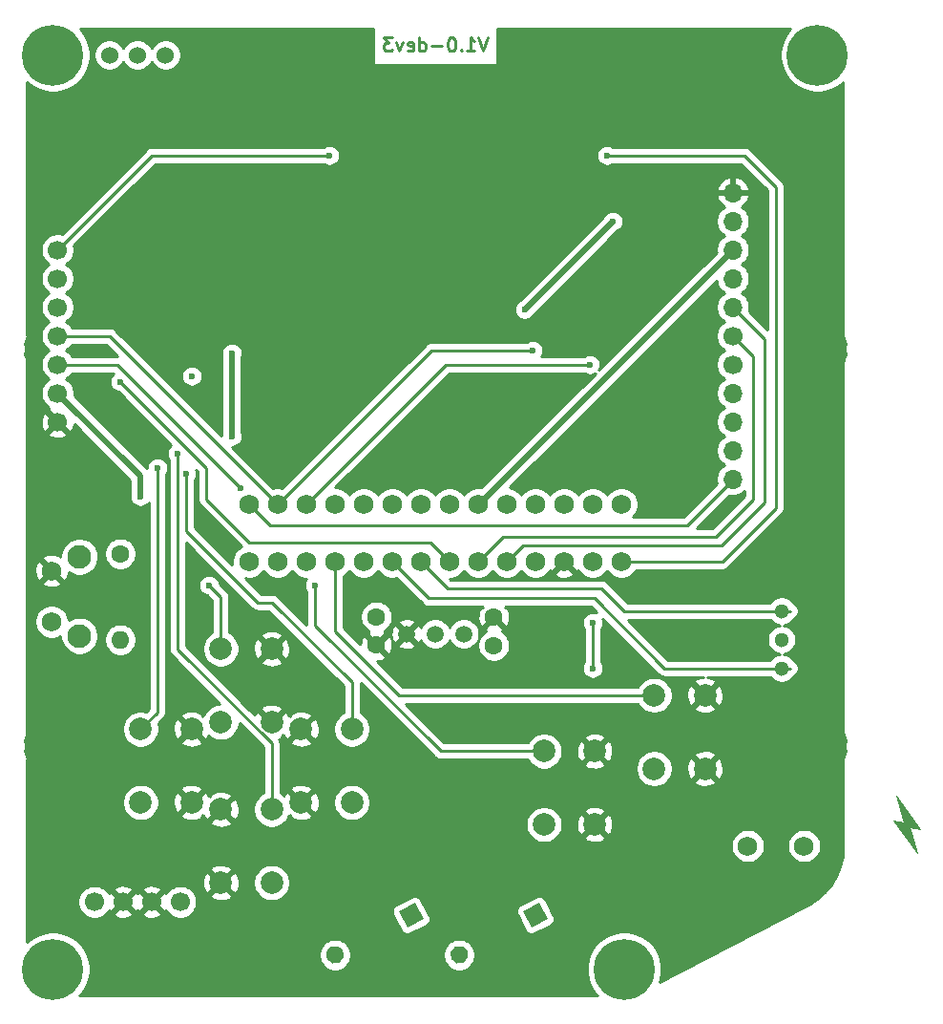
<source format=gbr>
G04 #@! TF.GenerationSoftware,KiCad,Pcbnew,(5.1.9-0-10_14)*
G04 #@! TF.CreationDate,2021-02-12T21:14:34-08:00*
G04 #@! TF.ProjectId,system,73797374-656d-42e6-9b69-6361645f7063,1.0-dev2*
G04 #@! TF.SameCoordinates,Original*
G04 #@! TF.FileFunction,Copper,L2,Bot*
G04 #@! TF.FilePolarity,Positive*
%FSLAX46Y46*%
G04 Gerber Fmt 4.6, Leading zero omitted, Abs format (unit mm)*
G04 Created by KiCad (PCBNEW (5.1.9-0-10_14)) date 2021-02-12 21:14:34*
%MOMM*%
%LPD*%
G01*
G04 APERTURE LIST*
G04 #@! TA.AperFunction,NonConductor*
%ADD10C,0.100000*%
G04 #@! TD*
G04 #@! TA.AperFunction,NonConductor*
%ADD11C,0.250000*%
G04 #@! TD*
G04 #@! TA.AperFunction,ComponentPad*
%ADD12O,1.700000X1.700000*%
G04 #@! TD*
G04 #@! TA.AperFunction,ComponentPad*
%ADD13C,1.700000*%
G04 #@! TD*
G04 #@! TA.AperFunction,ComponentPad*
%ADD14C,2.000000*%
G04 #@! TD*
G04 #@! TA.AperFunction,ComponentPad*
%ADD15C,1.750000*%
G04 #@! TD*
G04 #@! TA.AperFunction,ComponentPad*
%ADD16C,1.300000*%
G04 #@! TD*
G04 #@! TA.AperFunction,ComponentPad*
%ADD17C,5.399999*%
G04 #@! TD*
G04 #@! TA.AperFunction,ComponentPad*
%ADD18C,5.400000*%
G04 #@! TD*
G04 #@! TA.AperFunction,ComponentPad*
%ADD19C,1.600000*%
G04 #@! TD*
G04 #@! TA.AperFunction,ComponentPad*
%ADD20C,0.100000*%
G04 #@! TD*
G04 #@! TA.AperFunction,ComponentPad*
%ADD21O,1.600000X1.600000*%
G04 #@! TD*
G04 #@! TA.AperFunction,ComponentPad*
%ADD22C,1.524000*%
G04 #@! TD*
G04 #@! TA.AperFunction,ComponentPad*
%ADD23C,2.100000*%
G04 #@! TD*
G04 #@! TA.AperFunction,ComponentPad*
%ADD24C,1.520000*%
G04 #@! TD*
G04 #@! TA.AperFunction,ViaPad*
%ADD25C,0.600000*%
G04 #@! TD*
G04 #@! TA.AperFunction,Conductor*
%ADD26C,0.254000*%
G04 #@! TD*
G04 #@! TA.AperFunction,Conductor*
%ADD27C,0.508000*%
G04 #@! TD*
G04 #@! TA.AperFunction,Conductor*
%ADD28C,0.100000*%
G04 #@! TD*
G04 APERTURE END LIST*
D10*
G36*
X181737000Y-138176000D02*
G01*
X182499000Y-140843000D01*
X180340000Y-137922000D01*
X181737000Y-138176000D01*
G37*
X181737000Y-138176000D02*
X182499000Y-140843000D01*
X180340000Y-137922000D01*
X181737000Y-138176000D01*
G36*
X182753000Y-138684000D02*
G01*
X181356000Y-138430000D01*
X180594000Y-135763000D01*
X182753000Y-138684000D01*
G37*
X182753000Y-138684000D02*
X181356000Y-138430000D01*
X180594000Y-135763000D01*
X182753000Y-138684000D01*
D11*
X144357142Y-68557857D02*
X143957142Y-69757857D01*
X143557142Y-68557857D01*
X142528571Y-69757857D02*
X143214285Y-69757857D01*
X142871428Y-69757857D02*
X142871428Y-68557857D01*
X142985714Y-68729285D01*
X143100000Y-68843571D01*
X143214285Y-68900714D01*
X142014285Y-69643571D02*
X141957142Y-69700714D01*
X142014285Y-69757857D01*
X142071428Y-69700714D01*
X142014285Y-69643571D01*
X142014285Y-69757857D01*
X141214285Y-68557857D02*
X141100000Y-68557857D01*
X140985714Y-68615000D01*
X140928571Y-68672142D01*
X140871428Y-68786428D01*
X140814285Y-69015000D01*
X140814285Y-69300714D01*
X140871428Y-69529285D01*
X140928571Y-69643571D01*
X140985714Y-69700714D01*
X141100000Y-69757857D01*
X141214285Y-69757857D01*
X141328571Y-69700714D01*
X141385714Y-69643571D01*
X141442857Y-69529285D01*
X141500000Y-69300714D01*
X141500000Y-69015000D01*
X141442857Y-68786428D01*
X141385714Y-68672142D01*
X141328571Y-68615000D01*
X141214285Y-68557857D01*
X140300000Y-69300714D02*
X139385714Y-69300714D01*
X138300000Y-69757857D02*
X138300000Y-68557857D01*
X138300000Y-69700714D02*
X138414285Y-69757857D01*
X138642857Y-69757857D01*
X138757142Y-69700714D01*
X138814285Y-69643571D01*
X138871428Y-69529285D01*
X138871428Y-69186428D01*
X138814285Y-69072142D01*
X138757142Y-69015000D01*
X138642857Y-68957857D01*
X138414285Y-68957857D01*
X138300000Y-69015000D01*
X137271428Y-69700714D02*
X137385714Y-69757857D01*
X137614285Y-69757857D01*
X137728571Y-69700714D01*
X137785714Y-69586428D01*
X137785714Y-69129285D01*
X137728571Y-69015000D01*
X137614285Y-68957857D01*
X137385714Y-68957857D01*
X137271428Y-69015000D01*
X137214285Y-69129285D01*
X137214285Y-69243571D01*
X137785714Y-69357857D01*
X136814285Y-68957857D02*
X136528571Y-69757857D01*
X136242857Y-68957857D01*
X135900000Y-68557857D02*
X135157142Y-68557857D01*
X135557142Y-69015000D01*
X135385714Y-69015000D01*
X135271428Y-69072142D01*
X135214285Y-69129285D01*
X135157142Y-69243571D01*
X135157142Y-69529285D01*
X135214285Y-69643571D01*
X135271428Y-69700714D01*
X135385714Y-69757857D01*
X135728571Y-69757857D01*
X135842857Y-69700714D01*
X135900000Y-69643571D01*
D12*
X166116000Y-84836000D03*
X166116000Y-100076000D03*
X166116000Y-107696000D03*
X166116000Y-102616000D03*
X166116000Y-105156000D03*
X166116000Y-82296000D03*
D13*
X166116000Y-97536000D03*
D12*
X166116000Y-87376000D03*
X166116000Y-89916000D03*
X166116000Y-92456000D03*
D13*
X166116000Y-94996000D03*
X106200000Y-102616000D03*
X106200000Y-100076000D03*
X106200000Y-97536000D03*
X106200000Y-94996000D03*
X106200000Y-92456000D03*
X106200000Y-89916000D03*
X106200000Y-87376000D03*
D14*
X153852000Y-138303000D03*
X149352000Y-138303000D03*
X153852000Y-131803000D03*
X149352000Y-131803000D03*
X163631000Y-133350000D03*
X159131000Y-133350000D03*
X163631000Y-126850000D03*
X159131000Y-126850000D03*
X125186000Y-129234000D03*
X120686000Y-129234000D03*
X125186000Y-122734000D03*
X120686000Y-122734000D03*
X120686000Y-136958000D03*
X125186000Y-136958000D03*
X120686000Y-143458000D03*
X125186000Y-143458000D03*
X118074000Y-136346000D03*
X113574000Y-136346000D03*
X118074000Y-129846000D03*
X113574000Y-129846000D03*
X127798000Y-129846000D03*
X132298000Y-129846000D03*
X127798000Y-136346000D03*
X132298000Y-136346000D03*
D15*
X156210000Y-109920000D03*
X153670000Y-109920000D03*
X151130000Y-109920000D03*
X148590000Y-109920000D03*
X146050000Y-109920000D03*
X143510000Y-109920000D03*
X140970000Y-109920000D03*
X138430000Y-109920000D03*
X135890000Y-109920000D03*
X133350000Y-109920000D03*
X130810000Y-109920000D03*
X128270000Y-109920000D03*
X125730000Y-109920000D03*
X123190000Y-109920000D03*
X123190000Y-115000000D03*
X125730000Y-115000000D03*
X128270000Y-115000000D03*
X130810000Y-115000000D03*
X133350000Y-115000000D03*
X135890000Y-115000000D03*
X156210000Y-115000000D03*
X153670000Y-115000000D03*
X151130000Y-115000000D03*
X148590000Y-115000000D03*
X146050000Y-115000000D03*
X143510000Y-115000000D03*
X138430000Y-115000000D03*
X140970000Y-115000000D03*
D16*
X170434000Y-121920000D03*
X170434000Y-124460000D03*
X170434000Y-119380000D03*
D17*
X105791000Y-151130000D03*
X105791000Y-70104000D03*
X156464000Y-151130000D03*
D18*
X173609000Y-70104000D03*
D15*
X172426000Y-140208000D03*
X167426000Y-140208000D03*
D19*
X134493000Y-119888000D03*
X134493000Y-122388000D03*
X144907000Y-119928000D03*
X144907000Y-122428000D03*
G04 #@! TA.AperFunction,ComponentPad*
G36*
G01*
X142540586Y-149490601D02*
X142540586Y-149490601D01*
G75*
G02*
X142200376Y-150569609I-709609J-369399D01*
G01*
X142200376Y-150569609D01*
G75*
G02*
X141121368Y-150229399I-369399J709609D01*
G01*
X141121368Y-150229399D01*
G75*
G02*
X141461578Y-149150391I709609J369399D01*
G01*
X141461578Y-149150391D01*
G75*
G02*
X142540586Y-149490601I369399J-709609D01*
G01*
G37*
G04 #@! TD.AperFunction*
G04 #@! TA.AperFunction,ComponentPad*
D20*
G36*
X148930210Y-145262468D02*
G01*
X149669008Y-146681686D01*
X148249790Y-147420484D01*
X147510992Y-146001266D01*
X148930210Y-145262468D01*
G37*
G04 #@! TD.AperFunction*
G04 #@! TA.AperFunction,ComponentPad*
G36*
X137909233Y-145262468D02*
G01*
X138648031Y-146681686D01*
X137228813Y-147420484D01*
X136490015Y-146001266D01*
X137909233Y-145262468D01*
G37*
G04 #@! TD.AperFunction*
G04 #@! TA.AperFunction,ComponentPad*
G36*
G01*
X131519609Y-149490601D02*
X131519609Y-149490601D01*
G75*
G02*
X131179399Y-150569609I-709609J-369399D01*
G01*
X131179399Y-150569609D01*
G75*
G02*
X130100391Y-150229399I-369399J709609D01*
G01*
X130100391Y-150229399D01*
G75*
G02*
X130440601Y-149150391I709609J369399D01*
G01*
X130440601Y-149150391D01*
G75*
G02*
X131519609Y-149490601I369399J-709609D01*
G01*
G37*
G04 #@! TD.AperFunction*
D19*
X111760000Y-114300000D03*
D21*
X111760000Y-121920000D03*
D22*
X110794800Y-70104000D03*
X113284000Y-70104000D03*
X115773200Y-70104000D03*
D23*
X108154000Y-121584000D03*
D15*
X105664000Y-120324000D03*
X105664000Y-115824000D03*
D23*
X108154000Y-114574000D03*
D13*
X114554000Y-145161000D03*
X112014000Y-145161000D03*
X117094000Y-145161000D03*
X109474000Y-145161000D03*
D24*
X137160000Y-121412000D03*
X142240000Y-121412000D03*
X139700000Y-121412000D03*
D25*
X109220000Y-96266000D03*
X125730000Y-100838000D03*
X164084000Y-121920000D03*
X105664000Y-75946000D03*
X156464000Y-103251000D03*
X142494000Y-101092000D03*
X118364000Y-115316000D03*
X118872000Y-111506000D03*
X121666000Y-113538000D03*
X165100000Y-110490000D03*
X124460000Y-116840000D03*
X118110000Y-98552000D03*
X116839984Y-105410000D03*
X115062000Y-106680000D03*
X117602000Y-107188000D03*
X119633994Y-117094000D03*
X129032000Y-117094000D03*
X111760000Y-99060000D03*
X121666000Y-103886000D03*
X121666000Y-96520008D03*
X113538000Y-109220000D03*
X154940000Y-78994000D03*
X130302000Y-78994000D03*
X148336000Y-96265998D03*
X153416000Y-97536000D03*
X122428000Y-108458001D03*
X147637500Y-92646500D03*
X155447994Y-84836000D03*
X153670000Y-120396000D03*
X153670000Y-124460000D03*
D26*
X130810000Y-121158000D02*
X130810000Y-115000000D01*
X136502000Y-126850000D02*
X130810000Y-121158000D01*
X159131000Y-126850000D02*
X136502000Y-126850000D01*
X125186000Y-131127514D02*
X116839984Y-122781498D01*
X116839984Y-122781498D02*
X116839984Y-105410000D01*
X125186000Y-136958000D02*
X125186000Y-131127514D01*
X115062000Y-128358000D02*
X115062000Y-106680000D01*
X113574000Y-129846000D02*
X115062000Y-128358000D01*
X117602000Y-112268000D02*
X117602000Y-107188000D01*
X125222000Y-118618000D02*
X123952000Y-118618000D01*
X123952000Y-118618000D02*
X117602000Y-112268000D01*
X132298000Y-125694000D02*
X125222000Y-118618000D01*
X132298000Y-129846000D02*
X132298000Y-125694000D01*
X120686000Y-122734000D02*
X120686000Y-118146006D01*
X120686000Y-118146006D02*
X119633994Y-117094000D01*
X129032000Y-120650000D02*
X129032000Y-117094000D01*
X140185000Y-131803000D02*
X129032000Y-120650000D01*
X149352000Y-131803000D02*
X140185000Y-131803000D01*
X140778000Y-117348000D02*
X138430000Y-115000000D01*
X156464000Y-119380000D02*
X154432000Y-117348000D01*
X154432000Y-117348000D02*
X140778000Y-117348000D01*
X171196000Y-119380000D02*
X156464000Y-119380000D01*
X119380000Y-109474000D02*
X119380000Y-106680000D01*
X140970000Y-115000000D02*
X139254000Y-113284000D01*
X139254000Y-113284000D02*
X123190000Y-113284000D01*
X123190000Y-113284000D02*
X119380000Y-109474000D01*
X119380000Y-106680000D02*
X111760000Y-99060000D01*
X153822409Y-118262409D02*
X139152409Y-118262409D01*
X160020000Y-124460000D02*
X153822409Y-118262409D01*
X171196000Y-124460000D02*
X160020000Y-124460000D01*
X139152409Y-118262409D02*
X135890000Y-115000000D01*
D27*
X143572000Y-109920000D02*
X143510000Y-109920000D01*
X166116000Y-87376000D02*
X143572000Y-109920000D01*
X121666000Y-103886000D02*
X121666000Y-96520008D01*
X106200000Y-100076000D02*
X113538000Y-107414000D01*
X113538000Y-107414000D02*
X113538000Y-109220000D01*
D26*
X164592000Y-112776000D02*
X145734000Y-112776000D01*
X167894000Y-109474000D02*
X164592000Y-112776000D01*
X167894000Y-96774000D02*
X167894000Y-109474000D01*
X145734000Y-112776000D02*
X143510000Y-115000000D01*
X166116000Y-94996000D02*
X167894000Y-96774000D01*
X147512000Y-113538000D02*
X146050000Y-115000000D01*
X165100000Y-113538000D02*
X147512000Y-113538000D01*
X168910000Y-109728000D02*
X165100000Y-113538000D01*
X168910000Y-95250000D02*
X168910000Y-109728000D01*
X166116000Y-92456000D02*
X168910000Y-95250000D01*
X167132000Y-78994000D02*
X154940000Y-78994000D01*
X169926000Y-81788000D02*
X167132000Y-78994000D01*
X169926000Y-110236000D02*
X169926000Y-81788000D01*
X165162000Y-115000000D02*
X169926000Y-110236000D01*
X114582000Y-78994000D02*
X106200000Y-87376000D01*
X156210000Y-115000000D02*
X165162000Y-115000000D01*
X130302000Y-78994000D02*
X114582000Y-78994000D01*
X162052000Y-111760000D02*
X166116000Y-107696000D01*
X125030000Y-111760000D02*
X162052000Y-111760000D01*
X123190000Y-109920000D02*
X125030000Y-111760000D01*
X110806000Y-94996000D02*
X106200000Y-94996000D01*
X125730000Y-109920000D02*
X110806000Y-94996000D01*
X139384002Y-96265998D02*
X148336000Y-96265998D01*
X125730000Y-109920000D02*
X139384002Y-96265998D01*
X140654000Y-97536000D02*
X153416000Y-97536000D01*
X128270000Y-109920000D02*
X140654000Y-97536000D01*
X106200000Y-97536000D02*
X111505999Y-97536000D01*
X111505999Y-97536000D02*
X122428000Y-108458001D01*
D27*
X155447994Y-84836006D02*
X155447994Y-84836000D01*
X147637500Y-92646500D02*
X155447994Y-84836006D01*
D26*
X153670000Y-120650008D02*
X153670000Y-124460000D01*
X134168572Y-70973500D02*
X145231429Y-70973500D01*
X145231429Y-67791000D01*
X171205597Y-67791000D01*
X171018536Y-67978061D01*
X170653561Y-68524285D01*
X170402162Y-69131216D01*
X170274000Y-69775531D01*
X170274000Y-70432469D01*
X170402162Y-71076784D01*
X170653561Y-71683715D01*
X171018536Y-72229939D01*
X171483061Y-72694464D01*
X172029285Y-73059439D01*
X172636216Y-73310838D01*
X173280531Y-73439000D01*
X173937469Y-73439000D01*
X174581784Y-73310838D01*
X175188715Y-73059439D01*
X175734939Y-72694464D01*
X175890000Y-72539403D01*
X175890001Y-94959885D01*
X175886444Y-94996000D01*
X175900635Y-95140085D01*
X175942663Y-95278633D01*
X175999389Y-95384760D01*
X176024164Y-95509312D01*
X176091179Y-95671099D01*
X176106815Y-95694500D01*
X176091179Y-95717901D01*
X176024164Y-95879688D01*
X175990000Y-96051441D01*
X175990000Y-96226559D01*
X176024164Y-96398312D01*
X176091179Y-96560099D01*
X176106815Y-96583500D01*
X176091179Y-96606901D01*
X176024164Y-96768688D01*
X175999389Y-96893240D01*
X175942663Y-96999367D01*
X175900635Y-97137915D01*
X175886444Y-97282000D01*
X175890000Y-97318105D01*
X175890001Y-130138885D01*
X175886444Y-130175000D01*
X175900635Y-130319085D01*
X175942663Y-130457633D01*
X175999389Y-130563760D01*
X176024164Y-130688312D01*
X176091179Y-130850099D01*
X176106815Y-130873500D01*
X176091179Y-130896901D01*
X176024164Y-131058688D01*
X175990000Y-131230441D01*
X175990000Y-131405559D01*
X176024164Y-131577312D01*
X176091179Y-131739099D01*
X176106815Y-131762500D01*
X176091179Y-131785901D01*
X176024164Y-131947688D01*
X175999389Y-132072240D01*
X175942663Y-132178367D01*
X175900635Y-132316915D01*
X175886444Y-132461000D01*
X175890000Y-132497105D01*
X175890001Y-140180069D01*
X175819278Y-141109801D01*
X175615064Y-141990843D01*
X175279930Y-142830861D01*
X174821590Y-143610524D01*
X174250591Y-144311886D01*
X173576942Y-144921643D01*
X172940009Y-145352970D01*
X159587013Y-152305152D01*
X159670837Y-152102783D01*
X159798999Y-151458469D01*
X159798999Y-150801531D01*
X159670837Y-150157217D01*
X159419438Y-149550285D01*
X159054463Y-149004062D01*
X158589938Y-148539537D01*
X158043715Y-148174562D01*
X157436783Y-147923163D01*
X156792469Y-147795001D01*
X156135531Y-147795001D01*
X155491217Y-147923163D01*
X154884285Y-148174562D01*
X154338062Y-148539537D01*
X153873537Y-149004062D01*
X153508562Y-149550285D01*
X153257163Y-150157217D01*
X153129001Y-150801531D01*
X153129001Y-151458469D01*
X153257163Y-152102783D01*
X153508562Y-152709715D01*
X153873537Y-153255938D01*
X154108499Y-153490900D01*
X108146501Y-153490900D01*
X108381463Y-153255938D01*
X108746438Y-152709715D01*
X108997837Y-152102783D01*
X109125999Y-151458469D01*
X109125999Y-150801531D01*
X108997837Y-150157217D01*
X108816184Y-149718665D01*
X129375000Y-149718665D01*
X129375000Y-150001335D01*
X129430147Y-150278574D01*
X129538320Y-150539727D01*
X129695363Y-150774759D01*
X129895241Y-150974637D01*
X130130273Y-151131680D01*
X130391426Y-151239853D01*
X130668665Y-151295000D01*
X130951335Y-151295000D01*
X131228574Y-151239853D01*
X131489727Y-151131680D01*
X131724759Y-150974637D01*
X131924637Y-150774759D01*
X132081680Y-150539727D01*
X132189853Y-150278574D01*
X132245000Y-150001335D01*
X132245000Y-149718665D01*
X140395977Y-149718665D01*
X140395977Y-150001335D01*
X140451124Y-150278574D01*
X140559297Y-150539727D01*
X140716340Y-150774759D01*
X140916218Y-150974637D01*
X141151250Y-151131680D01*
X141412403Y-151239853D01*
X141689642Y-151295000D01*
X141972312Y-151295000D01*
X142249551Y-151239853D01*
X142510704Y-151131680D01*
X142745736Y-150974637D01*
X142945614Y-150774759D01*
X143102657Y-150539727D01*
X143210830Y-150278574D01*
X143265977Y-150001335D01*
X143265977Y-149718665D01*
X143210830Y-149441426D01*
X143102657Y-149180273D01*
X142945614Y-148945241D01*
X142745736Y-148745363D01*
X142510704Y-148588320D01*
X142249551Y-148480147D01*
X141972312Y-148425000D01*
X141689642Y-148425000D01*
X141412403Y-148480147D01*
X141151250Y-148588320D01*
X140916218Y-148745363D01*
X140716340Y-148945241D01*
X140559297Y-149180273D01*
X140451124Y-149441426D01*
X140395977Y-149718665D01*
X132245000Y-149718665D01*
X132189853Y-149441426D01*
X132081680Y-149180273D01*
X131924637Y-148945241D01*
X131724759Y-148745363D01*
X131489727Y-148588320D01*
X131228574Y-148480147D01*
X130951335Y-148425000D01*
X130668665Y-148425000D01*
X130391426Y-148480147D01*
X130130273Y-148588320D01*
X129895241Y-148745363D01*
X129695363Y-148945241D01*
X129538320Y-149180273D01*
X129430147Y-149441426D01*
X129375000Y-149718665D01*
X108816184Y-149718665D01*
X108746438Y-149550285D01*
X108381463Y-149004062D01*
X107916938Y-148539537D01*
X107370715Y-148174562D01*
X106763783Y-147923163D01*
X106119469Y-147795001D01*
X105462531Y-147795001D01*
X104818217Y-147923163D01*
X104211285Y-148174562D01*
X103665062Y-148539537D01*
X103510000Y-148694599D01*
X103510000Y-145014740D01*
X107989000Y-145014740D01*
X107989000Y-145307260D01*
X108046068Y-145594158D01*
X108158010Y-145864411D01*
X108320525Y-146107632D01*
X108527368Y-146314475D01*
X108770589Y-146476990D01*
X109040842Y-146588932D01*
X109327740Y-146646000D01*
X109620260Y-146646000D01*
X109907158Y-146588932D01*
X110177411Y-146476990D01*
X110420632Y-146314475D01*
X110545710Y-146189397D01*
X111165208Y-146189397D01*
X111242843Y-146438472D01*
X111506883Y-146564371D01*
X111790411Y-146636339D01*
X112082531Y-146651611D01*
X112372019Y-146609599D01*
X112647747Y-146511919D01*
X112785157Y-146438472D01*
X112862792Y-146189397D01*
X113705208Y-146189397D01*
X113782843Y-146438472D01*
X114046883Y-146564371D01*
X114330411Y-146636339D01*
X114622531Y-146651611D01*
X114912019Y-146609599D01*
X115187747Y-146511919D01*
X115325157Y-146438472D01*
X115402792Y-146189397D01*
X114554000Y-145340605D01*
X113705208Y-146189397D01*
X112862792Y-146189397D01*
X112014000Y-145340605D01*
X111165208Y-146189397D01*
X110545710Y-146189397D01*
X110627475Y-146107632D01*
X110743311Y-145934271D01*
X110985603Y-146009792D01*
X111834395Y-145161000D01*
X112193605Y-145161000D01*
X113042397Y-146009792D01*
X113284000Y-145934486D01*
X113525603Y-146009792D01*
X114374395Y-145161000D01*
X114733605Y-145161000D01*
X115582397Y-146009792D01*
X115824689Y-145934271D01*
X115940525Y-146107632D01*
X116147368Y-146314475D01*
X116390589Y-146476990D01*
X116660842Y-146588932D01*
X116947740Y-146646000D01*
X117240260Y-146646000D01*
X117527158Y-146588932D01*
X117797411Y-146476990D01*
X118040632Y-146314475D01*
X118247475Y-146107632D01*
X118281387Y-146056878D01*
X135854371Y-146056878D01*
X135877434Y-146179817D01*
X135924038Y-146295895D01*
X136662836Y-147715113D01*
X136731191Y-147819868D01*
X136818668Y-147909275D01*
X136921907Y-147979899D01*
X137036941Y-148029024D01*
X137159348Y-148054764D01*
X137284425Y-148056128D01*
X137407364Y-148033065D01*
X137523442Y-147986461D01*
X138942660Y-147247663D01*
X139047415Y-147179308D01*
X139136822Y-147091831D01*
X139207446Y-146988592D01*
X139256571Y-146873558D01*
X139282311Y-146751151D01*
X139283675Y-146626074D01*
X139260612Y-146503135D01*
X139214008Y-146387057D01*
X139042128Y-146056878D01*
X146875348Y-146056878D01*
X146898411Y-146179817D01*
X146945015Y-146295895D01*
X147683813Y-147715113D01*
X147752168Y-147819868D01*
X147839645Y-147909275D01*
X147942884Y-147979899D01*
X148057918Y-148029024D01*
X148180325Y-148054764D01*
X148305402Y-148056128D01*
X148428341Y-148033065D01*
X148544419Y-147986461D01*
X149963637Y-147247663D01*
X150068392Y-147179308D01*
X150157799Y-147091831D01*
X150228423Y-146988592D01*
X150277548Y-146873558D01*
X150303288Y-146751151D01*
X150304652Y-146626074D01*
X150281589Y-146503135D01*
X150234985Y-146387057D01*
X149496187Y-144967839D01*
X149427832Y-144863084D01*
X149340355Y-144773677D01*
X149237116Y-144703053D01*
X149122082Y-144653928D01*
X148999675Y-144628188D01*
X148874598Y-144626824D01*
X148751659Y-144649887D01*
X148635581Y-144696491D01*
X147216363Y-145435289D01*
X147111608Y-145503644D01*
X147022201Y-145591121D01*
X146951577Y-145694360D01*
X146902452Y-145809394D01*
X146876712Y-145931801D01*
X146875348Y-146056878D01*
X139042128Y-146056878D01*
X138475210Y-144967839D01*
X138406855Y-144863084D01*
X138319378Y-144773677D01*
X138216139Y-144703053D01*
X138101105Y-144653928D01*
X137978698Y-144628188D01*
X137853621Y-144626824D01*
X137730682Y-144649887D01*
X137614604Y-144696491D01*
X136195386Y-145435289D01*
X136090631Y-145503644D01*
X136001224Y-145591121D01*
X135930600Y-145694360D01*
X135881475Y-145809394D01*
X135855735Y-145931801D01*
X135854371Y-146056878D01*
X118281387Y-146056878D01*
X118409990Y-145864411D01*
X118521932Y-145594158D01*
X118579000Y-145307260D01*
X118579000Y-145014740D01*
X118521932Y-144727842D01*
X118466250Y-144593413D01*
X119730192Y-144593413D01*
X119825956Y-144857814D01*
X120115571Y-144998704D01*
X120427108Y-145080384D01*
X120748595Y-145099718D01*
X121067675Y-145055961D01*
X121372088Y-144950795D01*
X121546044Y-144857814D01*
X121641808Y-144593413D01*
X120686000Y-143637605D01*
X119730192Y-144593413D01*
X118466250Y-144593413D01*
X118409990Y-144457589D01*
X118247475Y-144214368D01*
X118040632Y-144007525D01*
X117797411Y-143845010D01*
X117527158Y-143733068D01*
X117240260Y-143676000D01*
X116947740Y-143676000D01*
X116660842Y-143733068D01*
X116390589Y-143845010D01*
X116147368Y-144007525D01*
X115940525Y-144214368D01*
X115824689Y-144387729D01*
X115582397Y-144312208D01*
X114733605Y-145161000D01*
X114374395Y-145161000D01*
X113525603Y-144312208D01*
X113284000Y-144387514D01*
X113042397Y-144312208D01*
X112193605Y-145161000D01*
X111834395Y-145161000D01*
X110985603Y-144312208D01*
X110743311Y-144387729D01*
X110627475Y-144214368D01*
X110545710Y-144132603D01*
X111165208Y-144132603D01*
X112014000Y-144981395D01*
X112862792Y-144132603D01*
X113705208Y-144132603D01*
X114554000Y-144981395D01*
X115402792Y-144132603D01*
X115325157Y-143883528D01*
X115061117Y-143757629D01*
X114777589Y-143685661D01*
X114485469Y-143670389D01*
X114195981Y-143712401D01*
X113920253Y-143810081D01*
X113782843Y-143883528D01*
X113705208Y-144132603D01*
X112862792Y-144132603D01*
X112785157Y-143883528D01*
X112521117Y-143757629D01*
X112237589Y-143685661D01*
X111945469Y-143670389D01*
X111655981Y-143712401D01*
X111380253Y-143810081D01*
X111242843Y-143883528D01*
X111165208Y-144132603D01*
X110545710Y-144132603D01*
X110420632Y-144007525D01*
X110177411Y-143845010D01*
X109907158Y-143733068D01*
X109620260Y-143676000D01*
X109327740Y-143676000D01*
X109040842Y-143733068D01*
X108770589Y-143845010D01*
X108527368Y-144007525D01*
X108320525Y-144214368D01*
X108158010Y-144457589D01*
X108046068Y-144727842D01*
X107989000Y-145014740D01*
X103510000Y-145014740D01*
X103510000Y-143520595D01*
X119044282Y-143520595D01*
X119088039Y-143839675D01*
X119193205Y-144144088D01*
X119286186Y-144318044D01*
X119550587Y-144413808D01*
X120506395Y-143458000D01*
X120865605Y-143458000D01*
X121821413Y-144413808D01*
X122085814Y-144318044D01*
X122226704Y-144028429D01*
X122308384Y-143716892D01*
X122327718Y-143395405D01*
X122314219Y-143296967D01*
X123551000Y-143296967D01*
X123551000Y-143619033D01*
X123613832Y-143934912D01*
X123737082Y-144232463D01*
X123916013Y-144500252D01*
X124143748Y-144727987D01*
X124411537Y-144906918D01*
X124709088Y-145030168D01*
X125024967Y-145093000D01*
X125347033Y-145093000D01*
X125662912Y-145030168D01*
X125960463Y-144906918D01*
X126228252Y-144727987D01*
X126455987Y-144500252D01*
X126634918Y-144232463D01*
X126758168Y-143934912D01*
X126821000Y-143619033D01*
X126821000Y-143296967D01*
X126758168Y-142981088D01*
X126634918Y-142683537D01*
X126455987Y-142415748D01*
X126228252Y-142188013D01*
X125960463Y-142009082D01*
X125662912Y-141885832D01*
X125347033Y-141823000D01*
X125024967Y-141823000D01*
X124709088Y-141885832D01*
X124411537Y-142009082D01*
X124143748Y-142188013D01*
X123916013Y-142415748D01*
X123737082Y-142683537D01*
X123613832Y-142981088D01*
X123551000Y-143296967D01*
X122314219Y-143296967D01*
X122283961Y-143076325D01*
X122178795Y-142771912D01*
X122085814Y-142597956D01*
X121821413Y-142502192D01*
X120865605Y-143458000D01*
X120506395Y-143458000D01*
X119550587Y-142502192D01*
X119286186Y-142597956D01*
X119145296Y-142887571D01*
X119063616Y-143199108D01*
X119044282Y-143520595D01*
X103510000Y-143520595D01*
X103510000Y-142322587D01*
X119730192Y-142322587D01*
X120686000Y-143278395D01*
X121641808Y-142322587D01*
X121546044Y-142058186D01*
X121256429Y-141917296D01*
X120944892Y-141835616D01*
X120623405Y-141816282D01*
X120304325Y-141860039D01*
X119999912Y-141965205D01*
X119825956Y-142058186D01*
X119730192Y-142322587D01*
X103510000Y-142322587D01*
X103510000Y-140059278D01*
X165916000Y-140059278D01*
X165916000Y-140356722D01*
X165974029Y-140648451D01*
X166087856Y-140923253D01*
X166253107Y-141170569D01*
X166463431Y-141380893D01*
X166710747Y-141546144D01*
X166985549Y-141659971D01*
X167277278Y-141718000D01*
X167574722Y-141718000D01*
X167866451Y-141659971D01*
X168141253Y-141546144D01*
X168388569Y-141380893D01*
X168598893Y-141170569D01*
X168764144Y-140923253D01*
X168877971Y-140648451D01*
X168936000Y-140356722D01*
X168936000Y-140059278D01*
X170916000Y-140059278D01*
X170916000Y-140356722D01*
X170974029Y-140648451D01*
X171087856Y-140923253D01*
X171253107Y-141170569D01*
X171463431Y-141380893D01*
X171710747Y-141546144D01*
X171985549Y-141659971D01*
X172277278Y-141718000D01*
X172574722Y-141718000D01*
X172866451Y-141659971D01*
X173141253Y-141546144D01*
X173388569Y-141380893D01*
X173598893Y-141170569D01*
X173764144Y-140923253D01*
X173877971Y-140648451D01*
X173936000Y-140356722D01*
X173936000Y-140059278D01*
X173877971Y-139767549D01*
X173764144Y-139492747D01*
X173598893Y-139245431D01*
X173388569Y-139035107D01*
X173141253Y-138869856D01*
X172866451Y-138756029D01*
X172574722Y-138698000D01*
X172277278Y-138698000D01*
X171985549Y-138756029D01*
X171710747Y-138869856D01*
X171463431Y-139035107D01*
X171253107Y-139245431D01*
X171087856Y-139492747D01*
X170974029Y-139767549D01*
X170916000Y-140059278D01*
X168936000Y-140059278D01*
X168877971Y-139767549D01*
X168764144Y-139492747D01*
X168598893Y-139245431D01*
X168388569Y-139035107D01*
X168141253Y-138869856D01*
X167866451Y-138756029D01*
X167574722Y-138698000D01*
X167277278Y-138698000D01*
X166985549Y-138756029D01*
X166710747Y-138869856D01*
X166463431Y-139035107D01*
X166253107Y-139245431D01*
X166087856Y-139492747D01*
X165974029Y-139767549D01*
X165916000Y-140059278D01*
X103510000Y-140059278D01*
X103510000Y-138093413D01*
X119730192Y-138093413D01*
X119825956Y-138357814D01*
X120115571Y-138498704D01*
X120427108Y-138580384D01*
X120748595Y-138599718D01*
X121067675Y-138555961D01*
X121372088Y-138450795D01*
X121546044Y-138357814D01*
X121641808Y-138093413D01*
X120686000Y-137137605D01*
X119730192Y-138093413D01*
X103510000Y-138093413D01*
X103510000Y-136184967D01*
X111939000Y-136184967D01*
X111939000Y-136507033D01*
X112001832Y-136822912D01*
X112125082Y-137120463D01*
X112304013Y-137388252D01*
X112531748Y-137615987D01*
X112799537Y-137794918D01*
X113097088Y-137918168D01*
X113412967Y-137981000D01*
X113735033Y-137981000D01*
X114050912Y-137918168D01*
X114348463Y-137794918D01*
X114616252Y-137615987D01*
X114750826Y-137481413D01*
X117118192Y-137481413D01*
X117213956Y-137745814D01*
X117503571Y-137886704D01*
X117815108Y-137968384D01*
X118136595Y-137987718D01*
X118455675Y-137943961D01*
X118760088Y-137838795D01*
X118934044Y-137745814D01*
X119029807Y-137481415D01*
X119145475Y-137597083D01*
X119168880Y-137573678D01*
X119193205Y-137644088D01*
X119286186Y-137818044D01*
X119550587Y-137913808D01*
X120506395Y-136958000D01*
X120865605Y-136958000D01*
X121821413Y-137913808D01*
X122085814Y-137818044D01*
X122226704Y-137528429D01*
X122308384Y-137216892D01*
X122327718Y-136895405D01*
X122283961Y-136576325D01*
X122178795Y-136271912D01*
X122085814Y-136097956D01*
X121821413Y-136002192D01*
X120865605Y-136958000D01*
X120506395Y-136958000D01*
X120492253Y-136943858D01*
X120671858Y-136764253D01*
X120686000Y-136778395D01*
X121641808Y-135822587D01*
X121546044Y-135558186D01*
X121256429Y-135417296D01*
X120944892Y-135335616D01*
X120623405Y-135316282D01*
X120304325Y-135360039D01*
X119999912Y-135465205D01*
X119825956Y-135558186D01*
X119730193Y-135822585D01*
X119614525Y-135706917D01*
X119591120Y-135730322D01*
X119566795Y-135659912D01*
X119473814Y-135485956D01*
X119209413Y-135390192D01*
X118253605Y-136346000D01*
X118267748Y-136360143D01*
X118088143Y-136539748D01*
X118074000Y-136525605D01*
X117118192Y-137481413D01*
X114750826Y-137481413D01*
X114843987Y-137388252D01*
X115022918Y-137120463D01*
X115146168Y-136822912D01*
X115209000Y-136507033D01*
X115209000Y-136408595D01*
X116432282Y-136408595D01*
X116476039Y-136727675D01*
X116581205Y-137032088D01*
X116674186Y-137206044D01*
X116938587Y-137301808D01*
X117894395Y-136346000D01*
X116938587Y-135390192D01*
X116674186Y-135485956D01*
X116533296Y-135775571D01*
X116451616Y-136087108D01*
X116432282Y-136408595D01*
X115209000Y-136408595D01*
X115209000Y-136184967D01*
X115146168Y-135869088D01*
X115022918Y-135571537D01*
X114843987Y-135303748D01*
X114750826Y-135210587D01*
X117118192Y-135210587D01*
X118074000Y-136166395D01*
X119029808Y-135210587D01*
X118934044Y-134946186D01*
X118644429Y-134805296D01*
X118332892Y-134723616D01*
X118011405Y-134704282D01*
X117692325Y-134748039D01*
X117387912Y-134853205D01*
X117213956Y-134946186D01*
X117118192Y-135210587D01*
X114750826Y-135210587D01*
X114616252Y-135076013D01*
X114348463Y-134897082D01*
X114050912Y-134773832D01*
X113735033Y-134711000D01*
X113412967Y-134711000D01*
X113097088Y-134773832D01*
X112799537Y-134897082D01*
X112531748Y-135076013D01*
X112304013Y-135303748D01*
X112125082Y-135571537D01*
X112001832Y-135869088D01*
X111939000Y-136184967D01*
X103510000Y-136184967D01*
X103510000Y-132497105D01*
X103513556Y-132461000D01*
X103499365Y-132316915D01*
X103457337Y-132178367D01*
X103400611Y-132072240D01*
X103375836Y-131947688D01*
X103308821Y-131785901D01*
X103293185Y-131762500D01*
X103308821Y-131739099D01*
X103375836Y-131577312D01*
X103410000Y-131405559D01*
X103410000Y-131230441D01*
X103375836Y-131058688D01*
X103308821Y-130896901D01*
X103293185Y-130873500D01*
X103308821Y-130850099D01*
X103375836Y-130688312D01*
X103400611Y-130563760D01*
X103457337Y-130457633D01*
X103499365Y-130319085D01*
X103513556Y-130175000D01*
X103510000Y-130138895D01*
X103510000Y-120175278D01*
X104154000Y-120175278D01*
X104154000Y-120472722D01*
X104212029Y-120764451D01*
X104325856Y-121039253D01*
X104491107Y-121286569D01*
X104701431Y-121496893D01*
X104948747Y-121662144D01*
X105223549Y-121775971D01*
X105515278Y-121834000D01*
X105812722Y-121834000D01*
X106104451Y-121775971D01*
X106379253Y-121662144D01*
X106469000Y-121602177D01*
X106469000Y-121749958D01*
X106533754Y-122075496D01*
X106660772Y-122382147D01*
X106845175Y-122658125D01*
X107079875Y-122892825D01*
X107355853Y-123077228D01*
X107662504Y-123204246D01*
X107988042Y-123269000D01*
X108319958Y-123269000D01*
X108645496Y-123204246D01*
X108952147Y-123077228D01*
X109228125Y-122892825D01*
X109462825Y-122658125D01*
X109647228Y-122382147D01*
X109774246Y-122075496D01*
X109833289Y-121778665D01*
X110325000Y-121778665D01*
X110325000Y-122061335D01*
X110380147Y-122338574D01*
X110488320Y-122599727D01*
X110645363Y-122834759D01*
X110845241Y-123034637D01*
X111080273Y-123191680D01*
X111341426Y-123299853D01*
X111618665Y-123355000D01*
X111901335Y-123355000D01*
X112178574Y-123299853D01*
X112439727Y-123191680D01*
X112674759Y-123034637D01*
X112874637Y-122834759D01*
X113031680Y-122599727D01*
X113139853Y-122338574D01*
X113195000Y-122061335D01*
X113195000Y-121778665D01*
X113139853Y-121501426D01*
X113031680Y-121240273D01*
X112874637Y-121005241D01*
X112674759Y-120805363D01*
X112439727Y-120648320D01*
X112178574Y-120540147D01*
X111901335Y-120485000D01*
X111618665Y-120485000D01*
X111341426Y-120540147D01*
X111080273Y-120648320D01*
X110845241Y-120805363D01*
X110645363Y-121005241D01*
X110488320Y-121240273D01*
X110380147Y-121501426D01*
X110325000Y-121778665D01*
X109833289Y-121778665D01*
X109839000Y-121749958D01*
X109839000Y-121418042D01*
X109774246Y-121092504D01*
X109647228Y-120785853D01*
X109462825Y-120509875D01*
X109228125Y-120275175D01*
X108952147Y-120090772D01*
X108645496Y-119963754D01*
X108319958Y-119899000D01*
X107988042Y-119899000D01*
X107662504Y-119963754D01*
X107355853Y-120090772D01*
X107174000Y-120212283D01*
X107174000Y-120175278D01*
X107115971Y-119883549D01*
X107002144Y-119608747D01*
X106836893Y-119361431D01*
X106626569Y-119151107D01*
X106379253Y-118985856D01*
X106104451Y-118872029D01*
X105812722Y-118814000D01*
X105515278Y-118814000D01*
X105223549Y-118872029D01*
X104948747Y-118985856D01*
X104701431Y-119151107D01*
X104491107Y-119361431D01*
X104325856Y-119608747D01*
X104212029Y-119883549D01*
X104154000Y-120175278D01*
X103510000Y-120175278D01*
X103510000Y-116870240D01*
X104797365Y-116870240D01*
X104878025Y-117121868D01*
X105146329Y-117250267D01*
X105434526Y-117323855D01*
X105731543Y-117339804D01*
X106025963Y-117297501D01*
X106306474Y-117198572D01*
X106449975Y-117121868D01*
X106530635Y-116870240D01*
X105664000Y-116003605D01*
X104797365Y-116870240D01*
X103510000Y-116870240D01*
X103510000Y-115891543D01*
X104148196Y-115891543D01*
X104190499Y-116185963D01*
X104289428Y-116466474D01*
X104366132Y-116609975D01*
X104617760Y-116690635D01*
X105484395Y-115824000D01*
X104617760Y-114957365D01*
X104366132Y-115038025D01*
X104237733Y-115306329D01*
X104164145Y-115594526D01*
X104148196Y-115891543D01*
X103510000Y-115891543D01*
X103510000Y-114777760D01*
X104797365Y-114777760D01*
X105664000Y-115644395D01*
X105678143Y-115630253D01*
X105857748Y-115809858D01*
X105843605Y-115824000D01*
X106710240Y-116690635D01*
X106961868Y-116609975D01*
X107090267Y-116341671D01*
X107163855Y-116053474D01*
X107169792Y-115942906D01*
X107355853Y-116067228D01*
X107662504Y-116194246D01*
X107988042Y-116259000D01*
X108319958Y-116259000D01*
X108645496Y-116194246D01*
X108952147Y-116067228D01*
X109228125Y-115882825D01*
X109462825Y-115648125D01*
X109647228Y-115372147D01*
X109774246Y-115065496D01*
X109839000Y-114739958D01*
X109839000Y-114408042D01*
X109789396Y-114158665D01*
X110325000Y-114158665D01*
X110325000Y-114441335D01*
X110380147Y-114718574D01*
X110488320Y-114979727D01*
X110645363Y-115214759D01*
X110845241Y-115414637D01*
X111080273Y-115571680D01*
X111341426Y-115679853D01*
X111618665Y-115735000D01*
X111901335Y-115735000D01*
X112178574Y-115679853D01*
X112439727Y-115571680D01*
X112674759Y-115414637D01*
X112874637Y-115214759D01*
X113031680Y-114979727D01*
X113139853Y-114718574D01*
X113195000Y-114441335D01*
X113195000Y-114158665D01*
X113139853Y-113881426D01*
X113031680Y-113620273D01*
X112874637Y-113385241D01*
X112674759Y-113185363D01*
X112439727Y-113028320D01*
X112178574Y-112920147D01*
X111901335Y-112865000D01*
X111618665Y-112865000D01*
X111341426Y-112920147D01*
X111080273Y-113028320D01*
X110845241Y-113185363D01*
X110645363Y-113385241D01*
X110488320Y-113620273D01*
X110380147Y-113881426D01*
X110325000Y-114158665D01*
X109789396Y-114158665D01*
X109774246Y-114082504D01*
X109647228Y-113775853D01*
X109462825Y-113499875D01*
X109228125Y-113265175D01*
X108952147Y-113080772D01*
X108645496Y-112953754D01*
X108319958Y-112889000D01*
X107988042Y-112889000D01*
X107662504Y-112953754D01*
X107355853Y-113080772D01*
X107079875Y-113265175D01*
X106845175Y-113499875D01*
X106660772Y-113775853D01*
X106533754Y-114082504D01*
X106469000Y-114408042D01*
X106469000Y-114585483D01*
X106449975Y-114526132D01*
X106181671Y-114397733D01*
X105893474Y-114324145D01*
X105596457Y-114308196D01*
X105302037Y-114350499D01*
X105021526Y-114449428D01*
X104878025Y-114526132D01*
X104797365Y-114777760D01*
X103510000Y-114777760D01*
X103510000Y-103644397D01*
X105351208Y-103644397D01*
X105428843Y-103893472D01*
X105692883Y-104019371D01*
X105976411Y-104091339D01*
X106268531Y-104106611D01*
X106558019Y-104064599D01*
X106833747Y-103966919D01*
X106971157Y-103893472D01*
X107048792Y-103644397D01*
X106200000Y-102795605D01*
X105351208Y-103644397D01*
X103510000Y-103644397D01*
X103510000Y-102684531D01*
X104709389Y-102684531D01*
X104751401Y-102974019D01*
X104849081Y-103249747D01*
X104922528Y-103387157D01*
X105171603Y-103464792D01*
X106020395Y-102616000D01*
X105171603Y-101767208D01*
X104922528Y-101844843D01*
X104796629Y-102108883D01*
X104724661Y-102392411D01*
X104709389Y-102684531D01*
X103510000Y-102684531D01*
X103510000Y-97318105D01*
X103513556Y-97282000D01*
X103499365Y-97137915D01*
X103457337Y-96999367D01*
X103400611Y-96893240D01*
X103375836Y-96768688D01*
X103308821Y-96606901D01*
X103293185Y-96583500D01*
X103308821Y-96560099D01*
X103375836Y-96398312D01*
X103410000Y-96226559D01*
X103410000Y-96051441D01*
X103375836Y-95879688D01*
X103308821Y-95717901D01*
X103293185Y-95694500D01*
X103308821Y-95671099D01*
X103375836Y-95509312D01*
X103400611Y-95384760D01*
X103457337Y-95278633D01*
X103499365Y-95140085D01*
X103513556Y-94996000D01*
X103510000Y-94959895D01*
X103510000Y-87229740D01*
X104715000Y-87229740D01*
X104715000Y-87522260D01*
X104772068Y-87809158D01*
X104884010Y-88079411D01*
X105046525Y-88322632D01*
X105253368Y-88529475D01*
X105427760Y-88646000D01*
X105253368Y-88762525D01*
X105046525Y-88969368D01*
X104884010Y-89212589D01*
X104772068Y-89482842D01*
X104715000Y-89769740D01*
X104715000Y-90062260D01*
X104772068Y-90349158D01*
X104884010Y-90619411D01*
X105046525Y-90862632D01*
X105253368Y-91069475D01*
X105427760Y-91186000D01*
X105253368Y-91302525D01*
X105046525Y-91509368D01*
X104884010Y-91752589D01*
X104772068Y-92022842D01*
X104715000Y-92309740D01*
X104715000Y-92602260D01*
X104772068Y-92889158D01*
X104884010Y-93159411D01*
X105046525Y-93402632D01*
X105253368Y-93609475D01*
X105427760Y-93726000D01*
X105253368Y-93842525D01*
X105046525Y-94049368D01*
X104884010Y-94292589D01*
X104772068Y-94562842D01*
X104715000Y-94849740D01*
X104715000Y-95142260D01*
X104772068Y-95429158D01*
X104884010Y-95699411D01*
X105046525Y-95942632D01*
X105253368Y-96149475D01*
X105427760Y-96266000D01*
X105253368Y-96382525D01*
X105046525Y-96589368D01*
X104884010Y-96832589D01*
X104772068Y-97102842D01*
X104715000Y-97389740D01*
X104715000Y-97682260D01*
X104772068Y-97969158D01*
X104884010Y-98239411D01*
X105046525Y-98482632D01*
X105253368Y-98689475D01*
X105427760Y-98806000D01*
X105253368Y-98922525D01*
X105046525Y-99129368D01*
X104884010Y-99372589D01*
X104772068Y-99642842D01*
X104715000Y-99929740D01*
X104715000Y-100222260D01*
X104772068Y-100509158D01*
X104884010Y-100779411D01*
X105046525Y-101022632D01*
X105253368Y-101229475D01*
X105426729Y-101345311D01*
X105351208Y-101587603D01*
X106200000Y-102436395D01*
X106214143Y-102422253D01*
X106393748Y-102601858D01*
X106379605Y-102616000D01*
X107228397Y-103464792D01*
X107477472Y-103387157D01*
X107603371Y-103123117D01*
X107675339Y-102839589D01*
X107676880Y-102810115D01*
X112649000Y-107782236D01*
X112649001Y-108922963D01*
X112638932Y-108947271D01*
X112603000Y-109127911D01*
X112603000Y-109312089D01*
X112638932Y-109492729D01*
X112709414Y-109662889D01*
X112811738Y-109816028D01*
X112941972Y-109946262D01*
X113095111Y-110048586D01*
X113265271Y-110119068D01*
X113445911Y-110155000D01*
X113630089Y-110155000D01*
X113810729Y-110119068D01*
X113980889Y-110048586D01*
X114134028Y-109946262D01*
X114264262Y-109816028D01*
X114300001Y-109762541D01*
X114300000Y-128042369D01*
X114063375Y-128278994D01*
X114050912Y-128273832D01*
X113735033Y-128211000D01*
X113412967Y-128211000D01*
X113097088Y-128273832D01*
X112799537Y-128397082D01*
X112531748Y-128576013D01*
X112304013Y-128803748D01*
X112125082Y-129071537D01*
X112001832Y-129369088D01*
X111939000Y-129684967D01*
X111939000Y-130007033D01*
X112001832Y-130322912D01*
X112125082Y-130620463D01*
X112304013Y-130888252D01*
X112531748Y-131115987D01*
X112799537Y-131294918D01*
X113097088Y-131418168D01*
X113412967Y-131481000D01*
X113735033Y-131481000D01*
X114050912Y-131418168D01*
X114348463Y-131294918D01*
X114616252Y-131115987D01*
X114750826Y-130981413D01*
X117118192Y-130981413D01*
X117213956Y-131245814D01*
X117503571Y-131386704D01*
X117815108Y-131468384D01*
X118136595Y-131487718D01*
X118455675Y-131443961D01*
X118760088Y-131338795D01*
X118934044Y-131245814D01*
X119029808Y-130981413D01*
X118074000Y-130025605D01*
X117118192Y-130981413D01*
X114750826Y-130981413D01*
X114843987Y-130888252D01*
X115022918Y-130620463D01*
X115146168Y-130322912D01*
X115209000Y-130007033D01*
X115209000Y-129908595D01*
X116432282Y-129908595D01*
X116476039Y-130227675D01*
X116581205Y-130532088D01*
X116674186Y-130706044D01*
X116938587Y-130801808D01*
X117894395Y-129846000D01*
X116938587Y-128890192D01*
X116674186Y-128985956D01*
X116533296Y-129275571D01*
X116451616Y-129587108D01*
X116432282Y-129908595D01*
X115209000Y-129908595D01*
X115209000Y-129684967D01*
X115146168Y-129369088D01*
X115141006Y-129356625D01*
X115574353Y-128923278D01*
X115603422Y-128899422D01*
X115642073Y-128852325D01*
X115698645Y-128783393D01*
X115737560Y-128710587D01*
X115769402Y-128651015D01*
X115812974Y-128507378D01*
X115824000Y-128395426D01*
X115824000Y-128395423D01*
X115827686Y-128358000D01*
X115824000Y-128320577D01*
X115824000Y-107222542D01*
X115890586Y-107122889D01*
X115961068Y-106952729D01*
X115997000Y-106772089D01*
X115997000Y-106587911D01*
X115961068Y-106407271D01*
X115890586Y-106237111D01*
X115788262Y-106083972D01*
X115658028Y-105953738D01*
X115504889Y-105851414D01*
X115334729Y-105780932D01*
X115154089Y-105745000D01*
X114969911Y-105745000D01*
X114789271Y-105780932D01*
X114619111Y-105851414D01*
X114465972Y-105953738D01*
X114335738Y-106083972D01*
X114233414Y-106237111D01*
X114162932Y-106407271D01*
X114127000Y-106587911D01*
X114127000Y-106745764D01*
X107671477Y-100290242D01*
X107685000Y-100222260D01*
X107685000Y-99929740D01*
X107627932Y-99642842D01*
X107515990Y-99372589D01*
X107353475Y-99129368D01*
X107146632Y-98922525D01*
X106972240Y-98806000D01*
X107146632Y-98689475D01*
X107353475Y-98482632D01*
X107476842Y-98298000D01*
X111190369Y-98298000D01*
X111201219Y-98308850D01*
X111163972Y-98333738D01*
X111033738Y-98463972D01*
X110931414Y-98617111D01*
X110860932Y-98787271D01*
X110825000Y-98967911D01*
X110825000Y-99152089D01*
X110860932Y-99332729D01*
X110931414Y-99502889D01*
X111033738Y-99656028D01*
X111163972Y-99786262D01*
X111317111Y-99888586D01*
X111487271Y-99959068D01*
X111604820Y-99982450D01*
X116281213Y-104658844D01*
X116243956Y-104683738D01*
X116113722Y-104813972D01*
X116011398Y-104967111D01*
X115940916Y-105137271D01*
X115904984Y-105317911D01*
X115904984Y-105502089D01*
X115940916Y-105682729D01*
X116011398Y-105852889D01*
X116077985Y-105952544D01*
X116077984Y-122744075D01*
X116074298Y-122781498D01*
X116077984Y-122818921D01*
X116077984Y-122818923D01*
X116089010Y-122930875D01*
X116132582Y-123074512D01*
X116132583Y-123074513D01*
X116203339Y-123206890D01*
X116217694Y-123224381D01*
X116298562Y-123322920D01*
X116327638Y-123346782D01*
X120579855Y-127599000D01*
X120524967Y-127599000D01*
X120209088Y-127661832D01*
X119911537Y-127785082D01*
X119643748Y-127964013D01*
X119416013Y-128191748D01*
X119237082Y-128459537D01*
X119170599Y-128620041D01*
X119145475Y-128594917D01*
X119029807Y-128710585D01*
X118934044Y-128446186D01*
X118644429Y-128305296D01*
X118332892Y-128223616D01*
X118011405Y-128204282D01*
X117692325Y-128248039D01*
X117387912Y-128353205D01*
X117213956Y-128446186D01*
X117118192Y-128710587D01*
X118074000Y-129666395D01*
X118088143Y-129652253D01*
X118267748Y-129831858D01*
X118253605Y-129846000D01*
X119209413Y-130801808D01*
X119473814Y-130706044D01*
X119595554Y-130455793D01*
X119643748Y-130503987D01*
X119911537Y-130682918D01*
X120209088Y-130806168D01*
X120524967Y-130869000D01*
X120847033Y-130869000D01*
X121162912Y-130806168D01*
X121460463Y-130682918D01*
X121728252Y-130503987D01*
X121955987Y-130276252D01*
X122134918Y-130008463D01*
X122258168Y-129710912D01*
X122321000Y-129395033D01*
X122321000Y-129340145D01*
X124424001Y-131443146D01*
X124424000Y-135503920D01*
X124411537Y-135509082D01*
X124143748Y-135688013D01*
X123916013Y-135915748D01*
X123737082Y-136183537D01*
X123613832Y-136481088D01*
X123551000Y-136796967D01*
X123551000Y-137119033D01*
X123613832Y-137434912D01*
X123737082Y-137732463D01*
X123916013Y-138000252D01*
X124143748Y-138227987D01*
X124411537Y-138406918D01*
X124709088Y-138530168D01*
X125024967Y-138593000D01*
X125347033Y-138593000D01*
X125662912Y-138530168D01*
X125960463Y-138406918D01*
X126228252Y-138227987D01*
X126314272Y-138141967D01*
X147717000Y-138141967D01*
X147717000Y-138464033D01*
X147779832Y-138779912D01*
X147903082Y-139077463D01*
X148082013Y-139345252D01*
X148309748Y-139572987D01*
X148577537Y-139751918D01*
X148875088Y-139875168D01*
X149190967Y-139938000D01*
X149513033Y-139938000D01*
X149828912Y-139875168D01*
X150126463Y-139751918D01*
X150394252Y-139572987D01*
X150528826Y-139438413D01*
X152896192Y-139438413D01*
X152991956Y-139702814D01*
X153281571Y-139843704D01*
X153593108Y-139925384D01*
X153914595Y-139944718D01*
X154233675Y-139900961D01*
X154538088Y-139795795D01*
X154712044Y-139702814D01*
X154807808Y-139438413D01*
X153852000Y-138482605D01*
X152896192Y-139438413D01*
X150528826Y-139438413D01*
X150621987Y-139345252D01*
X150800918Y-139077463D01*
X150924168Y-138779912D01*
X150987000Y-138464033D01*
X150987000Y-138365595D01*
X152210282Y-138365595D01*
X152254039Y-138684675D01*
X152359205Y-138989088D01*
X152452186Y-139163044D01*
X152716587Y-139258808D01*
X153672395Y-138303000D01*
X154031605Y-138303000D01*
X154987413Y-139258808D01*
X155251814Y-139163044D01*
X155392704Y-138873429D01*
X155474384Y-138561892D01*
X155493718Y-138240405D01*
X155449961Y-137921325D01*
X155344795Y-137616912D01*
X155251814Y-137442956D01*
X154987413Y-137347192D01*
X154031605Y-138303000D01*
X153672395Y-138303000D01*
X152716587Y-137347192D01*
X152452186Y-137442956D01*
X152311296Y-137732571D01*
X152229616Y-138044108D01*
X152210282Y-138365595D01*
X150987000Y-138365595D01*
X150987000Y-138141967D01*
X150924168Y-137826088D01*
X150800918Y-137528537D01*
X150621987Y-137260748D01*
X150528826Y-137167587D01*
X152896192Y-137167587D01*
X153852000Y-138123395D01*
X154807808Y-137167587D01*
X154712044Y-136903186D01*
X154422429Y-136762296D01*
X154110892Y-136680616D01*
X153789405Y-136661282D01*
X153470325Y-136705039D01*
X153165912Y-136810205D01*
X152991956Y-136903186D01*
X152896192Y-137167587D01*
X150528826Y-137167587D01*
X150394252Y-137033013D01*
X150126463Y-136854082D01*
X149828912Y-136730832D01*
X149513033Y-136668000D01*
X149190967Y-136668000D01*
X148875088Y-136730832D01*
X148577537Y-136854082D01*
X148309748Y-137033013D01*
X148082013Y-137260748D01*
X147903082Y-137528537D01*
X147779832Y-137826088D01*
X147717000Y-138141967D01*
X126314272Y-138141967D01*
X126455987Y-138000252D01*
X126634918Y-137732463D01*
X126701401Y-137571959D01*
X126726525Y-137597083D01*
X126842193Y-137481415D01*
X126937956Y-137745814D01*
X127227571Y-137886704D01*
X127539108Y-137968384D01*
X127860595Y-137987718D01*
X128179675Y-137943961D01*
X128484088Y-137838795D01*
X128658044Y-137745814D01*
X128753808Y-137481413D01*
X127798000Y-136525605D01*
X127783858Y-136539748D01*
X127604253Y-136360143D01*
X127618395Y-136346000D01*
X127977605Y-136346000D01*
X128933413Y-137301808D01*
X129197814Y-137206044D01*
X129338704Y-136916429D01*
X129420384Y-136604892D01*
X129439718Y-136283405D01*
X129426219Y-136184967D01*
X130663000Y-136184967D01*
X130663000Y-136507033D01*
X130725832Y-136822912D01*
X130849082Y-137120463D01*
X131028013Y-137388252D01*
X131255748Y-137615987D01*
X131523537Y-137794918D01*
X131821088Y-137918168D01*
X132136967Y-137981000D01*
X132459033Y-137981000D01*
X132774912Y-137918168D01*
X133072463Y-137794918D01*
X133340252Y-137615987D01*
X133567987Y-137388252D01*
X133746918Y-137120463D01*
X133870168Y-136822912D01*
X133933000Y-136507033D01*
X133933000Y-136184967D01*
X133870168Y-135869088D01*
X133746918Y-135571537D01*
X133567987Y-135303748D01*
X133340252Y-135076013D01*
X133072463Y-134897082D01*
X132774912Y-134773832D01*
X132459033Y-134711000D01*
X132136967Y-134711000D01*
X131821088Y-134773832D01*
X131523537Y-134897082D01*
X131255748Y-135076013D01*
X131028013Y-135303748D01*
X130849082Y-135571537D01*
X130725832Y-135869088D01*
X130663000Y-136184967D01*
X129426219Y-136184967D01*
X129395961Y-135964325D01*
X129290795Y-135659912D01*
X129197814Y-135485956D01*
X128933413Y-135390192D01*
X127977605Y-136346000D01*
X127618395Y-136346000D01*
X126662587Y-135390192D01*
X126398186Y-135485956D01*
X126276446Y-135736207D01*
X126228252Y-135688013D01*
X125960463Y-135509082D01*
X125948000Y-135503920D01*
X125948000Y-135210587D01*
X126842192Y-135210587D01*
X127798000Y-136166395D01*
X128753808Y-135210587D01*
X128658044Y-134946186D01*
X128368429Y-134805296D01*
X128056892Y-134723616D01*
X127735405Y-134704282D01*
X127416325Y-134748039D01*
X127111912Y-134853205D01*
X126937956Y-134946186D01*
X126842192Y-135210587D01*
X125948000Y-135210587D01*
X125948000Y-131164936D01*
X125951686Y-131127513D01*
X125943165Y-131041000D01*
X125937297Y-130981413D01*
X126842192Y-130981413D01*
X126937956Y-131245814D01*
X127227571Y-131386704D01*
X127539108Y-131468384D01*
X127860595Y-131487718D01*
X128179675Y-131443961D01*
X128484088Y-131338795D01*
X128658044Y-131245814D01*
X128753808Y-130981413D01*
X127798000Y-130025605D01*
X126842192Y-130981413D01*
X125937297Y-130981413D01*
X125936974Y-130978136D01*
X125893402Y-130834499D01*
X125841484Y-130737368D01*
X125872088Y-130726795D01*
X126046044Y-130633814D01*
X126141807Y-130369415D01*
X126257475Y-130485083D01*
X126280880Y-130461678D01*
X126305205Y-130532088D01*
X126398186Y-130706044D01*
X126662587Y-130801808D01*
X127618395Y-129846000D01*
X127977605Y-129846000D01*
X128933413Y-130801808D01*
X129197814Y-130706044D01*
X129338704Y-130416429D01*
X129420384Y-130104892D01*
X129439718Y-129783405D01*
X129395961Y-129464325D01*
X129290795Y-129159912D01*
X129197814Y-128985956D01*
X128933413Y-128890192D01*
X127977605Y-129846000D01*
X127618395Y-129846000D01*
X127604253Y-129831858D01*
X127783858Y-129652253D01*
X127798000Y-129666395D01*
X128753808Y-128710587D01*
X128658044Y-128446186D01*
X128368429Y-128305296D01*
X128056892Y-128223616D01*
X127735405Y-128204282D01*
X127416325Y-128248039D01*
X127111912Y-128353205D01*
X126937956Y-128446186D01*
X126842193Y-128710585D01*
X126726525Y-128594917D01*
X126703120Y-128618322D01*
X126678795Y-128547912D01*
X126585814Y-128373956D01*
X126321413Y-128278192D01*
X125365605Y-129234000D01*
X125379748Y-129248143D01*
X125200143Y-129427748D01*
X125186000Y-129413605D01*
X125171858Y-129427748D01*
X124992253Y-129248143D01*
X125006395Y-129234000D01*
X124050587Y-128278192D01*
X123786186Y-128373956D01*
X123695823Y-128559707D01*
X123234703Y-128098587D01*
X124230192Y-128098587D01*
X125186000Y-129054395D01*
X126141808Y-128098587D01*
X126046044Y-127834186D01*
X125756429Y-127693296D01*
X125444892Y-127611616D01*
X125123405Y-127592282D01*
X124804325Y-127636039D01*
X124499912Y-127741205D01*
X124325956Y-127834186D01*
X124230192Y-128098587D01*
X123234703Y-128098587D01*
X117601984Y-122465868D01*
X117601984Y-117001911D01*
X118698994Y-117001911D01*
X118698994Y-117186089D01*
X118734926Y-117366729D01*
X118805408Y-117536889D01*
X118907732Y-117690028D01*
X119037966Y-117820262D01*
X119191105Y-117922586D01*
X119361265Y-117993068D01*
X119478814Y-118016450D01*
X119924001Y-118461638D01*
X119924000Y-121279920D01*
X119911537Y-121285082D01*
X119643748Y-121464013D01*
X119416013Y-121691748D01*
X119237082Y-121959537D01*
X119113832Y-122257088D01*
X119051000Y-122572967D01*
X119051000Y-122895033D01*
X119113832Y-123210912D01*
X119237082Y-123508463D01*
X119416013Y-123776252D01*
X119643748Y-124003987D01*
X119911537Y-124182918D01*
X120209088Y-124306168D01*
X120524967Y-124369000D01*
X120847033Y-124369000D01*
X121162912Y-124306168D01*
X121460463Y-124182918D01*
X121728252Y-124003987D01*
X121862826Y-123869413D01*
X124230192Y-123869413D01*
X124325956Y-124133814D01*
X124615571Y-124274704D01*
X124927108Y-124356384D01*
X125248595Y-124375718D01*
X125567675Y-124331961D01*
X125872088Y-124226795D01*
X126046044Y-124133814D01*
X126141808Y-123869413D01*
X125186000Y-122913605D01*
X124230192Y-123869413D01*
X121862826Y-123869413D01*
X121955987Y-123776252D01*
X122134918Y-123508463D01*
X122258168Y-123210912D01*
X122321000Y-122895033D01*
X122321000Y-122796595D01*
X123544282Y-122796595D01*
X123588039Y-123115675D01*
X123693205Y-123420088D01*
X123786186Y-123594044D01*
X124050587Y-123689808D01*
X125006395Y-122734000D01*
X125365605Y-122734000D01*
X126321413Y-123689808D01*
X126585814Y-123594044D01*
X126726704Y-123304429D01*
X126808384Y-122992892D01*
X126827718Y-122671405D01*
X126783961Y-122352325D01*
X126678795Y-122047912D01*
X126585814Y-121873956D01*
X126321413Y-121778192D01*
X125365605Y-122734000D01*
X125006395Y-122734000D01*
X124050587Y-121778192D01*
X123786186Y-121873956D01*
X123645296Y-122163571D01*
X123563616Y-122475108D01*
X123544282Y-122796595D01*
X122321000Y-122796595D01*
X122321000Y-122572967D01*
X122258168Y-122257088D01*
X122134918Y-121959537D01*
X121955987Y-121691748D01*
X121862826Y-121598587D01*
X124230192Y-121598587D01*
X125186000Y-122554395D01*
X126141808Y-121598587D01*
X126046044Y-121334186D01*
X125756429Y-121193296D01*
X125444892Y-121111616D01*
X125123405Y-121092282D01*
X124804325Y-121136039D01*
X124499912Y-121241205D01*
X124325956Y-121334186D01*
X124230192Y-121598587D01*
X121862826Y-121598587D01*
X121728252Y-121464013D01*
X121460463Y-121285082D01*
X121448000Y-121279920D01*
X121448000Y-118183428D01*
X121451686Y-118146005D01*
X121447054Y-118098973D01*
X121436974Y-117996628D01*
X121393402Y-117852991D01*
X121322645Y-117720614D01*
X121227422Y-117604584D01*
X121198351Y-117580727D01*
X120556444Y-116938820D01*
X120533062Y-116821271D01*
X120462580Y-116651111D01*
X120360256Y-116497972D01*
X120230022Y-116367738D01*
X120076883Y-116265414D01*
X119906723Y-116194932D01*
X119726083Y-116159000D01*
X119541905Y-116159000D01*
X119361265Y-116194932D01*
X119191105Y-116265414D01*
X119037966Y-116367738D01*
X118907732Y-116497972D01*
X118805408Y-116651111D01*
X118734926Y-116821271D01*
X118698994Y-117001911D01*
X117601984Y-117001911D01*
X117601984Y-113345614D01*
X123386720Y-119130351D01*
X123410578Y-119159422D01*
X123526608Y-119254645D01*
X123658985Y-119325402D01*
X123802622Y-119368974D01*
X123914574Y-119380000D01*
X123914576Y-119380000D01*
X123951999Y-119383686D01*
X123989422Y-119380000D01*
X124906370Y-119380000D01*
X131536001Y-126009632D01*
X131536000Y-128391919D01*
X131523537Y-128397082D01*
X131255748Y-128576013D01*
X131028013Y-128803748D01*
X130849082Y-129071537D01*
X130725832Y-129369088D01*
X130663000Y-129684967D01*
X130663000Y-130007033D01*
X130725832Y-130322912D01*
X130849082Y-130620463D01*
X131028013Y-130888252D01*
X131255748Y-131115987D01*
X131523537Y-131294918D01*
X131821088Y-131418168D01*
X132136967Y-131481000D01*
X132459033Y-131481000D01*
X132774912Y-131418168D01*
X133072463Y-131294918D01*
X133340252Y-131115987D01*
X133567987Y-130888252D01*
X133746918Y-130620463D01*
X133870168Y-130322912D01*
X133933000Y-130007033D01*
X133933000Y-129684967D01*
X133870168Y-129369088D01*
X133746918Y-129071537D01*
X133567987Y-128803748D01*
X133340252Y-128576013D01*
X133072463Y-128397082D01*
X133060000Y-128391920D01*
X133060000Y-125755630D01*
X139619721Y-132315352D01*
X139643578Y-132344422D01*
X139672648Y-132368279D01*
X139759607Y-132439645D01*
X139799560Y-132461000D01*
X139891985Y-132510402D01*
X140035622Y-132553974D01*
X140147574Y-132565000D01*
X140147577Y-132565000D01*
X140185000Y-132568686D01*
X140222423Y-132565000D01*
X147897920Y-132565000D01*
X147903082Y-132577463D01*
X148082013Y-132845252D01*
X148309748Y-133072987D01*
X148577537Y-133251918D01*
X148875088Y-133375168D01*
X149190967Y-133438000D01*
X149513033Y-133438000D01*
X149828912Y-133375168D01*
X150126463Y-133251918D01*
X150394252Y-133072987D01*
X150528826Y-132938413D01*
X152896192Y-132938413D01*
X152991956Y-133202814D01*
X153281571Y-133343704D01*
X153593108Y-133425384D01*
X153914595Y-133444718D01*
X154233675Y-133400961D01*
X154538088Y-133295795D01*
X154712044Y-133202814D01*
X154717059Y-133188967D01*
X157496000Y-133188967D01*
X157496000Y-133511033D01*
X157558832Y-133826912D01*
X157682082Y-134124463D01*
X157861013Y-134392252D01*
X158088748Y-134619987D01*
X158356537Y-134798918D01*
X158654088Y-134922168D01*
X158969967Y-134985000D01*
X159292033Y-134985000D01*
X159607912Y-134922168D01*
X159905463Y-134798918D01*
X160173252Y-134619987D01*
X160307826Y-134485413D01*
X162675192Y-134485413D01*
X162770956Y-134749814D01*
X163060571Y-134890704D01*
X163372108Y-134972384D01*
X163693595Y-134991718D01*
X164012675Y-134947961D01*
X164317088Y-134842795D01*
X164491044Y-134749814D01*
X164586808Y-134485413D01*
X163631000Y-133529605D01*
X162675192Y-134485413D01*
X160307826Y-134485413D01*
X160400987Y-134392252D01*
X160579918Y-134124463D01*
X160703168Y-133826912D01*
X160766000Y-133511033D01*
X160766000Y-133412595D01*
X161989282Y-133412595D01*
X162033039Y-133731675D01*
X162138205Y-134036088D01*
X162231186Y-134210044D01*
X162495587Y-134305808D01*
X163451395Y-133350000D01*
X163810605Y-133350000D01*
X164766413Y-134305808D01*
X165030814Y-134210044D01*
X165171704Y-133920429D01*
X165253384Y-133608892D01*
X165272718Y-133287405D01*
X165228961Y-132968325D01*
X165123795Y-132663912D01*
X165030814Y-132489956D01*
X164766413Y-132394192D01*
X163810605Y-133350000D01*
X163451395Y-133350000D01*
X162495587Y-132394192D01*
X162231186Y-132489956D01*
X162090296Y-132779571D01*
X162008616Y-133091108D01*
X161989282Y-133412595D01*
X160766000Y-133412595D01*
X160766000Y-133188967D01*
X160703168Y-132873088D01*
X160579918Y-132575537D01*
X160400987Y-132307748D01*
X160307826Y-132214587D01*
X162675192Y-132214587D01*
X163631000Y-133170395D01*
X164586808Y-132214587D01*
X164491044Y-131950186D01*
X164201429Y-131809296D01*
X163889892Y-131727616D01*
X163568405Y-131708282D01*
X163249325Y-131752039D01*
X162944912Y-131857205D01*
X162770956Y-131950186D01*
X162675192Y-132214587D01*
X160307826Y-132214587D01*
X160173252Y-132080013D01*
X159905463Y-131901082D01*
X159607912Y-131777832D01*
X159292033Y-131715000D01*
X158969967Y-131715000D01*
X158654088Y-131777832D01*
X158356537Y-131901082D01*
X158088748Y-132080013D01*
X157861013Y-132307748D01*
X157682082Y-132575537D01*
X157558832Y-132873088D01*
X157496000Y-133188967D01*
X154717059Y-133188967D01*
X154807808Y-132938413D01*
X153852000Y-131982605D01*
X152896192Y-132938413D01*
X150528826Y-132938413D01*
X150621987Y-132845252D01*
X150800918Y-132577463D01*
X150924168Y-132279912D01*
X150987000Y-131964033D01*
X150987000Y-131865595D01*
X152210282Y-131865595D01*
X152254039Y-132184675D01*
X152359205Y-132489088D01*
X152452186Y-132663044D01*
X152716587Y-132758808D01*
X153672395Y-131803000D01*
X154031605Y-131803000D01*
X154987413Y-132758808D01*
X155251814Y-132663044D01*
X155392704Y-132373429D01*
X155474384Y-132061892D01*
X155493718Y-131740405D01*
X155449961Y-131421325D01*
X155344795Y-131116912D01*
X155251814Y-130942956D01*
X154987413Y-130847192D01*
X154031605Y-131803000D01*
X153672395Y-131803000D01*
X152716587Y-130847192D01*
X152452186Y-130942956D01*
X152311296Y-131232571D01*
X152229616Y-131544108D01*
X152210282Y-131865595D01*
X150987000Y-131865595D01*
X150987000Y-131641967D01*
X150924168Y-131326088D01*
X150800918Y-131028537D01*
X150621987Y-130760748D01*
X150528826Y-130667587D01*
X152896192Y-130667587D01*
X153852000Y-131623395D01*
X154807808Y-130667587D01*
X154712044Y-130403186D01*
X154422429Y-130262296D01*
X154110892Y-130180616D01*
X153789405Y-130161282D01*
X153470325Y-130205039D01*
X153165912Y-130310205D01*
X152991956Y-130403186D01*
X152896192Y-130667587D01*
X150528826Y-130667587D01*
X150394252Y-130533013D01*
X150126463Y-130354082D01*
X149828912Y-130230832D01*
X149513033Y-130168000D01*
X149190967Y-130168000D01*
X148875088Y-130230832D01*
X148577537Y-130354082D01*
X148309748Y-130533013D01*
X148082013Y-130760748D01*
X147903082Y-131028537D01*
X147897920Y-131041000D01*
X140500631Y-131041000D01*
X137071631Y-127612000D01*
X157676920Y-127612000D01*
X157682082Y-127624463D01*
X157861013Y-127892252D01*
X158088748Y-128119987D01*
X158356537Y-128298918D01*
X158654088Y-128422168D01*
X158969967Y-128485000D01*
X159292033Y-128485000D01*
X159607912Y-128422168D01*
X159905463Y-128298918D01*
X160173252Y-128119987D01*
X160307826Y-127985413D01*
X162675192Y-127985413D01*
X162770956Y-128249814D01*
X163060571Y-128390704D01*
X163372108Y-128472384D01*
X163693595Y-128491718D01*
X164012675Y-128447961D01*
X164317088Y-128342795D01*
X164491044Y-128249814D01*
X164586808Y-127985413D01*
X163631000Y-127029605D01*
X162675192Y-127985413D01*
X160307826Y-127985413D01*
X160400987Y-127892252D01*
X160579918Y-127624463D01*
X160703168Y-127326912D01*
X160766000Y-127011033D01*
X160766000Y-126912595D01*
X161989282Y-126912595D01*
X162033039Y-127231675D01*
X162138205Y-127536088D01*
X162231186Y-127710044D01*
X162495587Y-127805808D01*
X163451395Y-126850000D01*
X163810605Y-126850000D01*
X164766413Y-127805808D01*
X165030814Y-127710044D01*
X165171704Y-127420429D01*
X165253384Y-127108892D01*
X165272718Y-126787405D01*
X165228961Y-126468325D01*
X165123795Y-126163912D01*
X165030814Y-125989956D01*
X164766413Y-125894192D01*
X163810605Y-126850000D01*
X163451395Y-126850000D01*
X162495587Y-125894192D01*
X162231186Y-125989956D01*
X162090296Y-126279571D01*
X162008616Y-126591108D01*
X161989282Y-126912595D01*
X160766000Y-126912595D01*
X160766000Y-126688967D01*
X160703168Y-126373088D01*
X160579918Y-126075537D01*
X160400987Y-125807748D01*
X160173252Y-125580013D01*
X159905463Y-125401082D01*
X159607912Y-125277832D01*
X159292033Y-125215000D01*
X158969967Y-125215000D01*
X158654088Y-125277832D01*
X158356537Y-125401082D01*
X158088748Y-125580013D01*
X157861013Y-125807748D01*
X157682082Y-126075537D01*
X157676920Y-126088000D01*
X136817630Y-126088000D01*
X134557553Y-123827923D01*
X134563512Y-123828217D01*
X134843130Y-123786787D01*
X135109292Y-123691603D01*
X135234514Y-123624671D01*
X135306097Y-123380702D01*
X134493000Y-122567605D01*
X134478858Y-122581748D01*
X134299253Y-122402143D01*
X134313395Y-122388000D01*
X134672605Y-122388000D01*
X135485702Y-123201097D01*
X135729671Y-123129514D01*
X135850571Y-122874004D01*
X135919300Y-122599816D01*
X135930325Y-122376137D01*
X136375469Y-122376137D01*
X136442206Y-122616025D01*
X136690892Y-122732924D01*
X136957606Y-122799061D01*
X137232097Y-122811895D01*
X137503817Y-122770931D01*
X137762326Y-122677744D01*
X137877794Y-122616025D01*
X137944531Y-122376137D01*
X137160000Y-121591605D01*
X136375469Y-122376137D01*
X135930325Y-122376137D01*
X135933217Y-122317488D01*
X135891787Y-122037870D01*
X135796603Y-121771708D01*
X135729671Y-121646486D01*
X135485702Y-121574903D01*
X134672605Y-122388000D01*
X134313395Y-122388000D01*
X133500298Y-121574903D01*
X133256329Y-121646486D01*
X133135429Y-121901996D01*
X133066700Y-122176184D01*
X133059142Y-122329512D01*
X131572000Y-120842370D01*
X131572000Y-119746665D01*
X133058000Y-119746665D01*
X133058000Y-120029335D01*
X133113147Y-120306574D01*
X133221320Y-120567727D01*
X133378363Y-120802759D01*
X133578241Y-121002637D01*
X133778869Y-121136692D01*
X133751486Y-121151329D01*
X133679903Y-121395298D01*
X134493000Y-122208395D01*
X135217298Y-121484097D01*
X135760105Y-121484097D01*
X135801069Y-121755817D01*
X135894256Y-122014326D01*
X135955975Y-122129794D01*
X136195863Y-122196531D01*
X136980395Y-121412000D01*
X137339605Y-121412000D01*
X138124137Y-122196531D01*
X138364025Y-122129794D01*
X138429600Y-121990293D01*
X138463767Y-122072780D01*
X138616433Y-122301261D01*
X138810739Y-122495567D01*
X139039220Y-122648233D01*
X139293093Y-122753391D01*
X139562604Y-122807000D01*
X139837396Y-122807000D01*
X140106907Y-122753391D01*
X140360780Y-122648233D01*
X140589261Y-122495567D01*
X140783567Y-122301261D01*
X140936233Y-122072780D01*
X140970000Y-121991260D01*
X141003767Y-122072780D01*
X141156433Y-122301261D01*
X141350739Y-122495567D01*
X141579220Y-122648233D01*
X141833093Y-122753391D01*
X142102604Y-122807000D01*
X142377396Y-122807000D01*
X142646907Y-122753391D01*
X142900780Y-122648233D01*
X143129261Y-122495567D01*
X143323567Y-122301261D01*
X143333319Y-122286665D01*
X143472000Y-122286665D01*
X143472000Y-122569335D01*
X143527147Y-122846574D01*
X143635320Y-123107727D01*
X143792363Y-123342759D01*
X143992241Y-123542637D01*
X144227273Y-123699680D01*
X144488426Y-123807853D01*
X144765665Y-123863000D01*
X145048335Y-123863000D01*
X145325574Y-123807853D01*
X145586727Y-123699680D01*
X145821759Y-123542637D01*
X146021637Y-123342759D01*
X146178680Y-123107727D01*
X146286853Y-122846574D01*
X146342000Y-122569335D01*
X146342000Y-122286665D01*
X146286853Y-122009426D01*
X146178680Y-121748273D01*
X146021637Y-121513241D01*
X145821759Y-121313363D01*
X145621131Y-121179308D01*
X145648514Y-121164671D01*
X145720097Y-120920702D01*
X144907000Y-120107605D01*
X144093903Y-120920702D01*
X144165486Y-121164671D01*
X144194341Y-121178324D01*
X143992241Y-121313363D01*
X143792363Y-121513241D01*
X143635320Y-121748273D01*
X143527147Y-122009426D01*
X143472000Y-122286665D01*
X143333319Y-122286665D01*
X143476233Y-122072780D01*
X143581391Y-121818907D01*
X143635000Y-121549396D01*
X143635000Y-121274604D01*
X143581391Y-121005093D01*
X143476233Y-120751220D01*
X143323567Y-120522739D01*
X143129261Y-120328433D01*
X142900780Y-120175767D01*
X142646907Y-120070609D01*
X142377396Y-120017000D01*
X142102604Y-120017000D01*
X141833093Y-120070609D01*
X141579220Y-120175767D01*
X141350739Y-120328433D01*
X141156433Y-120522739D01*
X141003767Y-120751220D01*
X140970000Y-120832740D01*
X140936233Y-120751220D01*
X140783567Y-120522739D01*
X140589261Y-120328433D01*
X140360780Y-120175767D01*
X140106907Y-120070609D01*
X139837396Y-120017000D01*
X139562604Y-120017000D01*
X139293093Y-120070609D01*
X139039220Y-120175767D01*
X138810739Y-120328433D01*
X138616433Y-120522739D01*
X138463767Y-120751220D01*
X138432170Y-120827501D01*
X138425744Y-120809674D01*
X138364025Y-120694206D01*
X138124137Y-120627469D01*
X137339605Y-121412000D01*
X136980395Y-121412000D01*
X136195863Y-120627469D01*
X135955975Y-120694206D01*
X135839076Y-120942892D01*
X135772939Y-121209606D01*
X135760105Y-121484097D01*
X135217298Y-121484097D01*
X135306097Y-121395298D01*
X135234514Y-121151329D01*
X135205659Y-121137676D01*
X135407759Y-121002637D01*
X135607637Y-120802759D01*
X135764680Y-120567727D01*
X135814329Y-120447863D01*
X136375469Y-120447863D01*
X137160000Y-121232395D01*
X137944531Y-120447863D01*
X137877794Y-120207975D01*
X137629108Y-120091076D01*
X137362394Y-120024939D01*
X137087903Y-120012105D01*
X136816183Y-120053069D01*
X136557674Y-120146256D01*
X136442206Y-120207975D01*
X136375469Y-120447863D01*
X135814329Y-120447863D01*
X135872853Y-120306574D01*
X135928000Y-120029335D01*
X135928000Y-119746665D01*
X135872853Y-119469426D01*
X135764680Y-119208273D01*
X135607637Y-118973241D01*
X135407759Y-118773363D01*
X135172727Y-118616320D01*
X134911574Y-118508147D01*
X134634335Y-118453000D01*
X134351665Y-118453000D01*
X134074426Y-118508147D01*
X133813273Y-118616320D01*
X133578241Y-118773363D01*
X133378363Y-118973241D01*
X133221320Y-119208273D01*
X133113147Y-119469426D01*
X133058000Y-119746665D01*
X131572000Y-119746665D01*
X131572000Y-116306909D01*
X131772569Y-116172893D01*
X131982893Y-115962569D01*
X132080000Y-115817238D01*
X132177107Y-115962569D01*
X132387431Y-116172893D01*
X132634747Y-116338144D01*
X132909549Y-116451971D01*
X133201278Y-116510000D01*
X133498722Y-116510000D01*
X133790451Y-116451971D01*
X134065253Y-116338144D01*
X134312569Y-116172893D01*
X134522893Y-115962569D01*
X134620000Y-115817238D01*
X134717107Y-115962569D01*
X134927431Y-116172893D01*
X135174747Y-116338144D01*
X135449549Y-116451971D01*
X135741278Y-116510000D01*
X136038722Y-116510000D01*
X136275309Y-116462939D01*
X138587129Y-118774760D01*
X138610987Y-118803831D01*
X138727017Y-118899054D01*
X138859394Y-118969811D01*
X139003031Y-119013383D01*
X139114983Y-119024409D01*
X139114985Y-119024409D01*
X139152408Y-119028095D01*
X139189831Y-119024409D01*
X143823802Y-119024409D01*
X143914296Y-119114903D01*
X143670329Y-119186486D01*
X143549429Y-119441996D01*
X143480700Y-119716184D01*
X143466783Y-119998512D01*
X143508213Y-120278130D01*
X143603397Y-120544292D01*
X143670329Y-120669514D01*
X143914298Y-120741097D01*
X144727395Y-119928000D01*
X144713253Y-119913858D01*
X144892858Y-119734253D01*
X144907000Y-119748395D01*
X144921143Y-119734253D01*
X145100748Y-119913858D01*
X145086605Y-119928000D01*
X145899702Y-120741097D01*
X146143671Y-120669514D01*
X146264571Y-120414004D01*
X146333300Y-120139816D01*
X146347217Y-119857488D01*
X146305787Y-119577870D01*
X146210603Y-119311708D01*
X146143671Y-119186486D01*
X145899704Y-119114903D01*
X145990198Y-119024409D01*
X153506779Y-119024409D01*
X154005162Y-119522793D01*
X153942729Y-119496932D01*
X153762089Y-119461000D01*
X153577911Y-119461000D01*
X153397271Y-119496932D01*
X153227111Y-119567414D01*
X153073972Y-119669738D01*
X152943738Y-119799972D01*
X152841414Y-119953111D01*
X152770932Y-120123271D01*
X152735000Y-120303911D01*
X152735000Y-120488089D01*
X152770932Y-120668729D01*
X152841414Y-120838889D01*
X152908000Y-120938542D01*
X152908001Y-123917457D01*
X152841414Y-124017111D01*
X152770932Y-124187271D01*
X152735000Y-124367911D01*
X152735000Y-124552089D01*
X152770932Y-124732729D01*
X152841414Y-124902889D01*
X152943738Y-125056028D01*
X153073972Y-125186262D01*
X153227111Y-125288586D01*
X153397271Y-125359068D01*
X153577911Y-125395000D01*
X153762089Y-125395000D01*
X153942729Y-125359068D01*
X154112889Y-125288586D01*
X154266028Y-125186262D01*
X154396262Y-125056028D01*
X154498586Y-124902889D01*
X154569068Y-124732729D01*
X154605000Y-124552089D01*
X154605000Y-124367911D01*
X154569068Y-124187271D01*
X154498586Y-124017111D01*
X154432000Y-123917458D01*
X154432000Y-120938542D01*
X154498586Y-120838889D01*
X154569068Y-120668729D01*
X154605000Y-120488089D01*
X154605000Y-120303911D01*
X154569068Y-120123271D01*
X154543207Y-120060838D01*
X159454721Y-124972352D01*
X159478578Y-125001422D01*
X159594608Y-125096645D01*
X159726985Y-125167402D01*
X159870622Y-125210974D01*
X159982574Y-125222000D01*
X159982576Y-125222000D01*
X160019999Y-125225686D01*
X160057422Y-125222000D01*
X163468372Y-125222000D01*
X163249325Y-125252039D01*
X162944912Y-125357205D01*
X162770956Y-125450186D01*
X162675192Y-125714587D01*
X163631000Y-126670395D01*
X164586808Y-125714587D01*
X164491044Y-125450186D01*
X164201429Y-125309296D01*
X163889892Y-125227616D01*
X163796509Y-125222000D01*
X169397695Y-125222000D01*
X169435875Y-125279140D01*
X169614860Y-125458125D01*
X169825324Y-125598753D01*
X170059179Y-125695619D01*
X170307439Y-125745000D01*
X170560561Y-125745000D01*
X170808821Y-125695619D01*
X171042676Y-125598753D01*
X171253140Y-125458125D01*
X171432125Y-125279140D01*
X171516659Y-125152626D01*
X171621392Y-125096645D01*
X171737422Y-125001422D01*
X171832645Y-124885392D01*
X171903402Y-124753015D01*
X171946974Y-124609378D01*
X171961686Y-124460000D01*
X171946974Y-124310622D01*
X171903402Y-124166985D01*
X171832645Y-124034608D01*
X171737422Y-123918578D01*
X171621392Y-123823355D01*
X171516659Y-123767374D01*
X171432125Y-123640860D01*
X171253140Y-123461875D01*
X171042676Y-123321247D01*
X170808821Y-123224381D01*
X170635973Y-123190000D01*
X170808821Y-123155619D01*
X171042676Y-123058753D01*
X171253140Y-122918125D01*
X171432125Y-122739140D01*
X171572753Y-122528676D01*
X171669619Y-122294821D01*
X171719000Y-122046561D01*
X171719000Y-121793439D01*
X171669619Y-121545179D01*
X171572753Y-121311324D01*
X171432125Y-121100860D01*
X171253140Y-120921875D01*
X171042676Y-120781247D01*
X170808821Y-120684381D01*
X170635973Y-120650000D01*
X170808821Y-120615619D01*
X171042676Y-120518753D01*
X171253140Y-120378125D01*
X171432125Y-120199140D01*
X171516659Y-120072626D01*
X171621392Y-120016645D01*
X171737422Y-119921422D01*
X171832645Y-119805392D01*
X171903402Y-119673015D01*
X171946974Y-119529378D01*
X171961686Y-119380000D01*
X171946974Y-119230622D01*
X171903402Y-119086985D01*
X171832645Y-118954608D01*
X171737422Y-118838578D01*
X171621392Y-118743355D01*
X171516659Y-118687374D01*
X171432125Y-118560860D01*
X171253140Y-118381875D01*
X171042676Y-118241247D01*
X170808821Y-118144381D01*
X170560561Y-118095000D01*
X170307439Y-118095000D01*
X170059179Y-118144381D01*
X169825324Y-118241247D01*
X169614860Y-118381875D01*
X169435875Y-118560860D01*
X169397695Y-118618000D01*
X156779631Y-118618000D01*
X154997284Y-116835654D01*
X154973422Y-116806578D01*
X154857392Y-116711355D01*
X154725015Y-116640598D01*
X154581378Y-116597026D01*
X154469426Y-116586000D01*
X154469423Y-116586000D01*
X154432000Y-116582314D01*
X154394577Y-116586000D01*
X141093631Y-116586000D01*
X141017631Y-116510000D01*
X141118722Y-116510000D01*
X141410451Y-116451971D01*
X141685253Y-116338144D01*
X141932569Y-116172893D01*
X142142893Y-115962569D01*
X142240000Y-115817238D01*
X142337107Y-115962569D01*
X142547431Y-116172893D01*
X142794747Y-116338144D01*
X143069549Y-116451971D01*
X143361278Y-116510000D01*
X143658722Y-116510000D01*
X143950451Y-116451971D01*
X144225253Y-116338144D01*
X144472569Y-116172893D01*
X144682893Y-115962569D01*
X144780000Y-115817238D01*
X144877107Y-115962569D01*
X145087431Y-116172893D01*
X145334747Y-116338144D01*
X145609549Y-116451971D01*
X145901278Y-116510000D01*
X146198722Y-116510000D01*
X146490451Y-116451971D01*
X146765253Y-116338144D01*
X147012569Y-116172893D01*
X147222893Y-115962569D01*
X147320000Y-115817238D01*
X147417107Y-115962569D01*
X147627431Y-116172893D01*
X147874747Y-116338144D01*
X148149549Y-116451971D01*
X148441278Y-116510000D01*
X148738722Y-116510000D01*
X149030451Y-116451971D01*
X149305253Y-116338144D01*
X149552569Y-116172893D01*
X149679222Y-116046240D01*
X150263365Y-116046240D01*
X150344025Y-116297868D01*
X150612329Y-116426267D01*
X150900526Y-116499855D01*
X151197543Y-116515804D01*
X151491963Y-116473501D01*
X151772474Y-116374572D01*
X151915975Y-116297868D01*
X151996635Y-116046240D01*
X151130000Y-115179605D01*
X150263365Y-116046240D01*
X149679222Y-116046240D01*
X149762893Y-115962569D01*
X149872288Y-115798847D01*
X150083760Y-115866635D01*
X150950395Y-115000000D01*
X150936253Y-114985858D01*
X151115858Y-114806253D01*
X151130000Y-114820395D01*
X151144143Y-114806253D01*
X151323748Y-114985858D01*
X151309605Y-115000000D01*
X152176240Y-115866635D01*
X152387712Y-115798847D01*
X152497107Y-115962569D01*
X152707431Y-116172893D01*
X152954747Y-116338144D01*
X153229549Y-116451971D01*
X153521278Y-116510000D01*
X153818722Y-116510000D01*
X154110451Y-116451971D01*
X154385253Y-116338144D01*
X154632569Y-116172893D01*
X154842893Y-115962569D01*
X154940000Y-115817238D01*
X155037107Y-115962569D01*
X155247431Y-116172893D01*
X155494747Y-116338144D01*
X155769549Y-116451971D01*
X156061278Y-116510000D01*
X156358722Y-116510000D01*
X156650451Y-116451971D01*
X156925253Y-116338144D01*
X157172569Y-116172893D01*
X157382893Y-115962569D01*
X157516909Y-115762000D01*
X165124577Y-115762000D01*
X165162000Y-115765686D01*
X165199423Y-115762000D01*
X165199426Y-115762000D01*
X165311378Y-115750974D01*
X165455015Y-115707402D01*
X165587392Y-115636645D01*
X165703422Y-115541422D01*
X165727284Y-115512346D01*
X170438353Y-110801278D01*
X170467422Y-110777422D01*
X170562645Y-110661392D01*
X170633402Y-110529015D01*
X170676974Y-110385378D01*
X170688000Y-110273426D01*
X170688000Y-110273424D01*
X170691686Y-110236001D01*
X170688000Y-110198578D01*
X170688000Y-81825423D01*
X170691686Y-81788000D01*
X170688000Y-81750574D01*
X170676974Y-81638622D01*
X170633402Y-81494985D01*
X170600465Y-81433364D01*
X170562645Y-81362607D01*
X170527857Y-81320219D01*
X170467422Y-81246578D01*
X170438346Y-81222716D01*
X167697284Y-78481654D01*
X167673422Y-78452578D01*
X167557392Y-78357355D01*
X167425015Y-78286598D01*
X167281378Y-78243026D01*
X167169426Y-78232000D01*
X167169423Y-78232000D01*
X167132000Y-78228314D01*
X167094577Y-78232000D01*
X155482542Y-78232000D01*
X155382889Y-78165414D01*
X155212729Y-78094932D01*
X155032089Y-78059000D01*
X154847911Y-78059000D01*
X154667271Y-78094932D01*
X154497111Y-78165414D01*
X154343972Y-78267738D01*
X154213738Y-78397972D01*
X154111414Y-78551111D01*
X154040932Y-78721271D01*
X154005000Y-78901911D01*
X154005000Y-79086089D01*
X154040932Y-79266729D01*
X154111414Y-79436889D01*
X154213738Y-79590028D01*
X154343972Y-79720262D01*
X154497111Y-79822586D01*
X154667271Y-79893068D01*
X154847911Y-79929000D01*
X155032089Y-79929000D01*
X155212729Y-79893068D01*
X155382889Y-79822586D01*
X155482542Y-79756000D01*
X166816370Y-79756000D01*
X169164001Y-82103631D01*
X169164001Y-94426371D01*
X167557679Y-92820049D01*
X167601000Y-92602260D01*
X167601000Y-92309740D01*
X167543932Y-92022842D01*
X167431990Y-91752589D01*
X167269475Y-91509368D01*
X167062632Y-91302525D01*
X166888240Y-91186000D01*
X167062632Y-91069475D01*
X167269475Y-90862632D01*
X167431990Y-90619411D01*
X167543932Y-90349158D01*
X167601000Y-90062260D01*
X167601000Y-89769740D01*
X167543932Y-89482842D01*
X167431990Y-89212589D01*
X167269475Y-88969368D01*
X167062632Y-88762525D01*
X166888240Y-88646000D01*
X167062632Y-88529475D01*
X167269475Y-88322632D01*
X167431990Y-88079411D01*
X167543932Y-87809158D01*
X167601000Y-87522260D01*
X167601000Y-87229740D01*
X167543932Y-86942842D01*
X167431990Y-86672589D01*
X167269475Y-86429368D01*
X167062632Y-86222525D01*
X166888240Y-86106000D01*
X167062632Y-85989475D01*
X167269475Y-85782632D01*
X167431990Y-85539411D01*
X167543932Y-85269158D01*
X167601000Y-84982260D01*
X167601000Y-84689740D01*
X167543932Y-84402842D01*
X167431990Y-84132589D01*
X167269475Y-83889368D01*
X167062632Y-83682525D01*
X166880466Y-83560805D01*
X166997355Y-83491178D01*
X167213588Y-83296269D01*
X167387641Y-83062920D01*
X167512825Y-82800099D01*
X167557476Y-82652890D01*
X167436155Y-82423000D01*
X166243000Y-82423000D01*
X166243000Y-82443000D01*
X165989000Y-82443000D01*
X165989000Y-82423000D01*
X164795845Y-82423000D01*
X164674524Y-82652890D01*
X164719175Y-82800099D01*
X164844359Y-83062920D01*
X165018412Y-83296269D01*
X165234645Y-83491178D01*
X165351534Y-83560805D01*
X165169368Y-83682525D01*
X164962525Y-83889368D01*
X164800010Y-84132589D01*
X164688068Y-84402842D01*
X164631000Y-84689740D01*
X164631000Y-84982260D01*
X164688068Y-85269158D01*
X164800010Y-85539411D01*
X164962525Y-85782632D01*
X165169368Y-85989475D01*
X165343760Y-86106000D01*
X165169368Y-86222525D01*
X164962525Y-86429368D01*
X164800010Y-86672589D01*
X164688068Y-86942842D01*
X164631000Y-87229740D01*
X164631000Y-87522260D01*
X164644522Y-87590242D01*
X154221853Y-98012912D01*
X154244586Y-97978889D01*
X154315068Y-97808729D01*
X154351000Y-97628089D01*
X154351000Y-97443911D01*
X154315068Y-97263271D01*
X154244586Y-97093111D01*
X154142262Y-96939972D01*
X154012028Y-96809738D01*
X153858889Y-96707414D01*
X153688729Y-96636932D01*
X153508089Y-96601000D01*
X153323911Y-96601000D01*
X153143271Y-96636932D01*
X152973111Y-96707414D01*
X152873458Y-96774000D01*
X149121079Y-96774000D01*
X149164586Y-96708887D01*
X149235068Y-96538727D01*
X149271000Y-96358087D01*
X149271000Y-96173909D01*
X149235068Y-95993269D01*
X149164586Y-95823109D01*
X149062262Y-95669970D01*
X148932028Y-95539736D01*
X148778889Y-95437412D01*
X148608729Y-95366930D01*
X148428089Y-95330998D01*
X148243911Y-95330998D01*
X148063271Y-95366930D01*
X147893111Y-95437412D01*
X147793458Y-95503998D01*
X139421425Y-95503998D01*
X139384002Y-95500312D01*
X139346579Y-95503998D01*
X139346576Y-95503998D01*
X139234624Y-95515024D01*
X139090987Y-95558596D01*
X139041574Y-95585008D01*
X138958609Y-95629353D01*
X138882978Y-95691422D01*
X138842580Y-95724576D01*
X138818723Y-95753646D01*
X126115309Y-108457061D01*
X125878722Y-108410000D01*
X125581278Y-108410000D01*
X125344691Y-108457060D01*
X121708631Y-104821000D01*
X121758089Y-104821000D01*
X121938729Y-104785068D01*
X122108889Y-104714586D01*
X122262028Y-104612262D01*
X122392262Y-104482028D01*
X122494586Y-104328889D01*
X122565068Y-104158729D01*
X122601000Y-103978089D01*
X122601000Y-103793911D01*
X122565068Y-103613271D01*
X122555000Y-103588964D01*
X122555000Y-96817044D01*
X122565068Y-96792737D01*
X122601000Y-96612097D01*
X122601000Y-96427919D01*
X122565068Y-96247279D01*
X122494586Y-96077119D01*
X122392262Y-95923980D01*
X122262028Y-95793746D01*
X122108889Y-95691422D01*
X121938729Y-95620940D01*
X121758089Y-95585008D01*
X121573911Y-95585008D01*
X121393271Y-95620940D01*
X121223111Y-95691422D01*
X121069972Y-95793746D01*
X120939738Y-95923980D01*
X120837414Y-96077119D01*
X120766932Y-96247279D01*
X120731000Y-96427919D01*
X120731000Y-96612097D01*
X120766932Y-96792737D01*
X120777001Y-96817046D01*
X120777000Y-103588964D01*
X120766932Y-103613271D01*
X120731000Y-103793911D01*
X120731000Y-103843369D01*
X115347542Y-98459911D01*
X117175000Y-98459911D01*
X117175000Y-98644089D01*
X117210932Y-98824729D01*
X117281414Y-98994889D01*
X117383738Y-99148028D01*
X117513972Y-99278262D01*
X117667111Y-99380586D01*
X117837271Y-99451068D01*
X118017911Y-99487000D01*
X118202089Y-99487000D01*
X118382729Y-99451068D01*
X118552889Y-99380586D01*
X118706028Y-99278262D01*
X118836262Y-99148028D01*
X118938586Y-98994889D01*
X119009068Y-98824729D01*
X119045000Y-98644089D01*
X119045000Y-98459911D01*
X119009068Y-98279271D01*
X118938586Y-98109111D01*
X118836262Y-97955972D01*
X118706028Y-97825738D01*
X118552889Y-97723414D01*
X118382729Y-97652932D01*
X118202089Y-97617000D01*
X118017911Y-97617000D01*
X117837271Y-97652932D01*
X117667111Y-97723414D01*
X117513972Y-97825738D01*
X117383738Y-97955972D01*
X117281414Y-98109111D01*
X117210932Y-98279271D01*
X117175000Y-98459911D01*
X115347542Y-98459911D01*
X111371284Y-94483654D01*
X111347422Y-94454578D01*
X111231392Y-94359355D01*
X111099015Y-94288598D01*
X110955378Y-94245026D01*
X110843426Y-94234000D01*
X110843423Y-94234000D01*
X110806000Y-94230314D01*
X110768577Y-94234000D01*
X107476842Y-94234000D01*
X107353475Y-94049368D01*
X107146632Y-93842525D01*
X106972240Y-93726000D01*
X107146632Y-93609475D01*
X107353475Y-93402632D01*
X107515990Y-93159411D01*
X107627932Y-92889158D01*
X107685000Y-92602260D01*
X107685000Y-92554411D01*
X146702500Y-92554411D01*
X146702500Y-92738589D01*
X146738432Y-92919229D01*
X146808914Y-93089389D01*
X146911238Y-93242528D01*
X147041472Y-93372762D01*
X147194611Y-93475086D01*
X147364771Y-93545568D01*
X147545411Y-93581500D01*
X147729589Y-93581500D01*
X147910229Y-93545568D01*
X148080389Y-93475086D01*
X148233528Y-93372762D01*
X148363762Y-93242528D01*
X148466086Y-93089389D01*
X148476155Y-93065080D01*
X155866586Y-85674650D01*
X155890883Y-85664586D01*
X156044022Y-85562262D01*
X156174256Y-85432028D01*
X156276580Y-85278889D01*
X156347062Y-85108729D01*
X156382994Y-84928089D01*
X156382994Y-84743911D01*
X156347062Y-84563271D01*
X156276580Y-84393111D01*
X156174256Y-84239972D01*
X156044022Y-84109738D01*
X155890883Y-84007414D01*
X155720723Y-83936932D01*
X155540083Y-83901000D01*
X155355905Y-83901000D01*
X155175265Y-83936932D01*
X155005105Y-84007414D01*
X154851966Y-84109738D01*
X154721732Y-84239972D01*
X154619408Y-84393111D01*
X154609335Y-84417429D01*
X147218920Y-91807845D01*
X147194611Y-91817914D01*
X147041472Y-91920238D01*
X146911238Y-92050472D01*
X146808914Y-92203611D01*
X146738432Y-92373771D01*
X146702500Y-92554411D01*
X107685000Y-92554411D01*
X107685000Y-92309740D01*
X107627932Y-92022842D01*
X107515990Y-91752589D01*
X107353475Y-91509368D01*
X107146632Y-91302525D01*
X106972240Y-91186000D01*
X107146632Y-91069475D01*
X107353475Y-90862632D01*
X107515990Y-90619411D01*
X107627932Y-90349158D01*
X107685000Y-90062260D01*
X107685000Y-89769740D01*
X107627932Y-89482842D01*
X107515990Y-89212589D01*
X107353475Y-88969368D01*
X107146632Y-88762525D01*
X106972240Y-88646000D01*
X107146632Y-88529475D01*
X107353475Y-88322632D01*
X107515990Y-88079411D01*
X107627932Y-87809158D01*
X107685000Y-87522260D01*
X107685000Y-87229740D01*
X107641679Y-87011951D01*
X112714520Y-81939110D01*
X164674524Y-81939110D01*
X164795845Y-82169000D01*
X165989000Y-82169000D01*
X165989000Y-80975186D01*
X166243000Y-80975186D01*
X166243000Y-82169000D01*
X167436155Y-82169000D01*
X167557476Y-81939110D01*
X167512825Y-81791901D01*
X167387641Y-81529080D01*
X167213588Y-81295731D01*
X166997355Y-81100822D01*
X166747252Y-80951843D01*
X166472891Y-80854519D01*
X166243000Y-80975186D01*
X165989000Y-80975186D01*
X165759109Y-80854519D01*
X165484748Y-80951843D01*
X165234645Y-81100822D01*
X165018412Y-81295731D01*
X164844359Y-81529080D01*
X164719175Y-81791901D01*
X164674524Y-81939110D01*
X112714520Y-81939110D01*
X114897631Y-79756000D01*
X129759458Y-79756000D01*
X129859111Y-79822586D01*
X130029271Y-79893068D01*
X130209911Y-79929000D01*
X130394089Y-79929000D01*
X130574729Y-79893068D01*
X130744889Y-79822586D01*
X130898028Y-79720262D01*
X131028262Y-79590028D01*
X131130586Y-79436889D01*
X131201068Y-79266729D01*
X131237000Y-79086089D01*
X131237000Y-78901911D01*
X131201068Y-78721271D01*
X131130586Y-78551111D01*
X131028262Y-78397972D01*
X130898028Y-78267738D01*
X130744889Y-78165414D01*
X130574729Y-78094932D01*
X130394089Y-78059000D01*
X130209911Y-78059000D01*
X130029271Y-78094932D01*
X129859111Y-78165414D01*
X129759458Y-78232000D01*
X114619422Y-78232000D01*
X114581999Y-78228314D01*
X114544576Y-78232000D01*
X114544574Y-78232000D01*
X114432622Y-78243026D01*
X114288985Y-78286598D01*
X114156608Y-78357355D01*
X114040578Y-78452578D01*
X114016721Y-78481648D01*
X106564049Y-85934321D01*
X106346260Y-85891000D01*
X106053740Y-85891000D01*
X105766842Y-85948068D01*
X105496589Y-86060010D01*
X105253368Y-86222525D01*
X105046525Y-86429368D01*
X104884010Y-86672589D01*
X104772068Y-86942842D01*
X104715000Y-87229740D01*
X103510000Y-87229740D01*
X103510000Y-72539401D01*
X103665062Y-72694463D01*
X104211285Y-73059438D01*
X104818217Y-73310837D01*
X105462531Y-73438999D01*
X106119469Y-73438999D01*
X106763783Y-73310837D01*
X107370715Y-73059438D01*
X107916938Y-72694463D01*
X108381463Y-72229938D01*
X108746438Y-71683715D01*
X108997837Y-71076783D01*
X109125999Y-70432469D01*
X109125999Y-69966408D01*
X109397800Y-69966408D01*
X109397800Y-70241592D01*
X109451486Y-70511490D01*
X109556795Y-70765727D01*
X109709680Y-70994535D01*
X109904265Y-71189120D01*
X110133073Y-71342005D01*
X110387310Y-71447314D01*
X110657208Y-71501000D01*
X110932392Y-71501000D01*
X111202290Y-71447314D01*
X111456527Y-71342005D01*
X111685335Y-71189120D01*
X111879920Y-70994535D01*
X112032805Y-70765727D01*
X112039400Y-70749805D01*
X112045995Y-70765727D01*
X112198880Y-70994535D01*
X112393465Y-71189120D01*
X112622273Y-71342005D01*
X112876510Y-71447314D01*
X113146408Y-71501000D01*
X113421592Y-71501000D01*
X113691490Y-71447314D01*
X113945727Y-71342005D01*
X114174535Y-71189120D01*
X114369120Y-70994535D01*
X114522005Y-70765727D01*
X114528600Y-70749805D01*
X114535195Y-70765727D01*
X114688080Y-70994535D01*
X114882665Y-71189120D01*
X115111473Y-71342005D01*
X115365710Y-71447314D01*
X115635608Y-71501000D01*
X115910792Y-71501000D01*
X116180690Y-71447314D01*
X116434927Y-71342005D01*
X116663735Y-71189120D01*
X116858320Y-70994535D01*
X117011205Y-70765727D01*
X117116514Y-70511490D01*
X117170200Y-70241592D01*
X117170200Y-69966408D01*
X117116514Y-69696510D01*
X117011205Y-69442273D01*
X116858320Y-69213465D01*
X116663735Y-69018880D01*
X116434927Y-68865995D01*
X116180690Y-68760686D01*
X115910792Y-68707000D01*
X115635608Y-68707000D01*
X115365710Y-68760686D01*
X115111473Y-68865995D01*
X114882665Y-69018880D01*
X114688080Y-69213465D01*
X114535195Y-69442273D01*
X114528600Y-69458195D01*
X114522005Y-69442273D01*
X114369120Y-69213465D01*
X114174535Y-69018880D01*
X113945727Y-68865995D01*
X113691490Y-68760686D01*
X113421592Y-68707000D01*
X113146408Y-68707000D01*
X112876510Y-68760686D01*
X112622273Y-68865995D01*
X112393465Y-69018880D01*
X112198880Y-69213465D01*
X112045995Y-69442273D01*
X112039400Y-69458195D01*
X112032805Y-69442273D01*
X111879920Y-69213465D01*
X111685335Y-69018880D01*
X111456527Y-68865995D01*
X111202290Y-68760686D01*
X110932392Y-68707000D01*
X110657208Y-68707000D01*
X110387310Y-68760686D01*
X110133073Y-68865995D01*
X109904265Y-69018880D01*
X109709680Y-69213465D01*
X109556795Y-69442273D01*
X109451486Y-69696510D01*
X109397800Y-69966408D01*
X109125999Y-69966408D01*
X109125999Y-69775531D01*
X108997837Y-69131217D01*
X108746438Y-68524285D01*
X108381463Y-67978062D01*
X108194401Y-67791000D01*
X134168572Y-67791000D01*
X134168572Y-70973500D01*
G04 #@! TA.AperFunction,Conductor*
D28*
G36*
X134168572Y-70973500D02*
G01*
X145231429Y-70973500D01*
X145231429Y-67791000D01*
X171205597Y-67791000D01*
X171018536Y-67978061D01*
X170653561Y-68524285D01*
X170402162Y-69131216D01*
X170274000Y-69775531D01*
X170274000Y-70432469D01*
X170402162Y-71076784D01*
X170653561Y-71683715D01*
X171018536Y-72229939D01*
X171483061Y-72694464D01*
X172029285Y-73059439D01*
X172636216Y-73310838D01*
X173280531Y-73439000D01*
X173937469Y-73439000D01*
X174581784Y-73310838D01*
X175188715Y-73059439D01*
X175734939Y-72694464D01*
X175890000Y-72539403D01*
X175890001Y-94959885D01*
X175886444Y-94996000D01*
X175900635Y-95140085D01*
X175942663Y-95278633D01*
X175999389Y-95384760D01*
X176024164Y-95509312D01*
X176091179Y-95671099D01*
X176106815Y-95694500D01*
X176091179Y-95717901D01*
X176024164Y-95879688D01*
X175990000Y-96051441D01*
X175990000Y-96226559D01*
X176024164Y-96398312D01*
X176091179Y-96560099D01*
X176106815Y-96583500D01*
X176091179Y-96606901D01*
X176024164Y-96768688D01*
X175999389Y-96893240D01*
X175942663Y-96999367D01*
X175900635Y-97137915D01*
X175886444Y-97282000D01*
X175890000Y-97318105D01*
X175890001Y-130138885D01*
X175886444Y-130175000D01*
X175900635Y-130319085D01*
X175942663Y-130457633D01*
X175999389Y-130563760D01*
X176024164Y-130688312D01*
X176091179Y-130850099D01*
X176106815Y-130873500D01*
X176091179Y-130896901D01*
X176024164Y-131058688D01*
X175990000Y-131230441D01*
X175990000Y-131405559D01*
X176024164Y-131577312D01*
X176091179Y-131739099D01*
X176106815Y-131762500D01*
X176091179Y-131785901D01*
X176024164Y-131947688D01*
X175999389Y-132072240D01*
X175942663Y-132178367D01*
X175900635Y-132316915D01*
X175886444Y-132461000D01*
X175890000Y-132497105D01*
X175890001Y-140180069D01*
X175819278Y-141109801D01*
X175615064Y-141990843D01*
X175279930Y-142830861D01*
X174821590Y-143610524D01*
X174250591Y-144311886D01*
X173576942Y-144921643D01*
X172940009Y-145352970D01*
X159587013Y-152305152D01*
X159670837Y-152102783D01*
X159798999Y-151458469D01*
X159798999Y-150801531D01*
X159670837Y-150157217D01*
X159419438Y-149550285D01*
X159054463Y-149004062D01*
X158589938Y-148539537D01*
X158043715Y-148174562D01*
X157436783Y-147923163D01*
X156792469Y-147795001D01*
X156135531Y-147795001D01*
X155491217Y-147923163D01*
X154884285Y-148174562D01*
X154338062Y-148539537D01*
X153873537Y-149004062D01*
X153508562Y-149550285D01*
X153257163Y-150157217D01*
X153129001Y-150801531D01*
X153129001Y-151458469D01*
X153257163Y-152102783D01*
X153508562Y-152709715D01*
X153873537Y-153255938D01*
X154108499Y-153490900D01*
X108146501Y-153490900D01*
X108381463Y-153255938D01*
X108746438Y-152709715D01*
X108997837Y-152102783D01*
X109125999Y-151458469D01*
X109125999Y-150801531D01*
X108997837Y-150157217D01*
X108816184Y-149718665D01*
X129375000Y-149718665D01*
X129375000Y-150001335D01*
X129430147Y-150278574D01*
X129538320Y-150539727D01*
X129695363Y-150774759D01*
X129895241Y-150974637D01*
X130130273Y-151131680D01*
X130391426Y-151239853D01*
X130668665Y-151295000D01*
X130951335Y-151295000D01*
X131228574Y-151239853D01*
X131489727Y-151131680D01*
X131724759Y-150974637D01*
X131924637Y-150774759D01*
X132081680Y-150539727D01*
X132189853Y-150278574D01*
X132245000Y-150001335D01*
X132245000Y-149718665D01*
X140395977Y-149718665D01*
X140395977Y-150001335D01*
X140451124Y-150278574D01*
X140559297Y-150539727D01*
X140716340Y-150774759D01*
X140916218Y-150974637D01*
X141151250Y-151131680D01*
X141412403Y-151239853D01*
X141689642Y-151295000D01*
X141972312Y-151295000D01*
X142249551Y-151239853D01*
X142510704Y-151131680D01*
X142745736Y-150974637D01*
X142945614Y-150774759D01*
X143102657Y-150539727D01*
X143210830Y-150278574D01*
X143265977Y-150001335D01*
X143265977Y-149718665D01*
X143210830Y-149441426D01*
X143102657Y-149180273D01*
X142945614Y-148945241D01*
X142745736Y-148745363D01*
X142510704Y-148588320D01*
X142249551Y-148480147D01*
X141972312Y-148425000D01*
X141689642Y-148425000D01*
X141412403Y-148480147D01*
X141151250Y-148588320D01*
X140916218Y-148745363D01*
X140716340Y-148945241D01*
X140559297Y-149180273D01*
X140451124Y-149441426D01*
X140395977Y-149718665D01*
X132245000Y-149718665D01*
X132189853Y-149441426D01*
X132081680Y-149180273D01*
X131924637Y-148945241D01*
X131724759Y-148745363D01*
X131489727Y-148588320D01*
X131228574Y-148480147D01*
X130951335Y-148425000D01*
X130668665Y-148425000D01*
X130391426Y-148480147D01*
X130130273Y-148588320D01*
X129895241Y-148745363D01*
X129695363Y-148945241D01*
X129538320Y-149180273D01*
X129430147Y-149441426D01*
X129375000Y-149718665D01*
X108816184Y-149718665D01*
X108746438Y-149550285D01*
X108381463Y-149004062D01*
X107916938Y-148539537D01*
X107370715Y-148174562D01*
X106763783Y-147923163D01*
X106119469Y-147795001D01*
X105462531Y-147795001D01*
X104818217Y-147923163D01*
X104211285Y-148174562D01*
X103665062Y-148539537D01*
X103510000Y-148694599D01*
X103510000Y-145014740D01*
X107989000Y-145014740D01*
X107989000Y-145307260D01*
X108046068Y-145594158D01*
X108158010Y-145864411D01*
X108320525Y-146107632D01*
X108527368Y-146314475D01*
X108770589Y-146476990D01*
X109040842Y-146588932D01*
X109327740Y-146646000D01*
X109620260Y-146646000D01*
X109907158Y-146588932D01*
X110177411Y-146476990D01*
X110420632Y-146314475D01*
X110545710Y-146189397D01*
X111165208Y-146189397D01*
X111242843Y-146438472D01*
X111506883Y-146564371D01*
X111790411Y-146636339D01*
X112082531Y-146651611D01*
X112372019Y-146609599D01*
X112647747Y-146511919D01*
X112785157Y-146438472D01*
X112862792Y-146189397D01*
X113705208Y-146189397D01*
X113782843Y-146438472D01*
X114046883Y-146564371D01*
X114330411Y-146636339D01*
X114622531Y-146651611D01*
X114912019Y-146609599D01*
X115187747Y-146511919D01*
X115325157Y-146438472D01*
X115402792Y-146189397D01*
X114554000Y-145340605D01*
X113705208Y-146189397D01*
X112862792Y-146189397D01*
X112014000Y-145340605D01*
X111165208Y-146189397D01*
X110545710Y-146189397D01*
X110627475Y-146107632D01*
X110743311Y-145934271D01*
X110985603Y-146009792D01*
X111834395Y-145161000D01*
X112193605Y-145161000D01*
X113042397Y-146009792D01*
X113284000Y-145934486D01*
X113525603Y-146009792D01*
X114374395Y-145161000D01*
X114733605Y-145161000D01*
X115582397Y-146009792D01*
X115824689Y-145934271D01*
X115940525Y-146107632D01*
X116147368Y-146314475D01*
X116390589Y-146476990D01*
X116660842Y-146588932D01*
X116947740Y-146646000D01*
X117240260Y-146646000D01*
X117527158Y-146588932D01*
X117797411Y-146476990D01*
X118040632Y-146314475D01*
X118247475Y-146107632D01*
X118281387Y-146056878D01*
X135854371Y-146056878D01*
X135877434Y-146179817D01*
X135924038Y-146295895D01*
X136662836Y-147715113D01*
X136731191Y-147819868D01*
X136818668Y-147909275D01*
X136921907Y-147979899D01*
X137036941Y-148029024D01*
X137159348Y-148054764D01*
X137284425Y-148056128D01*
X137407364Y-148033065D01*
X137523442Y-147986461D01*
X138942660Y-147247663D01*
X139047415Y-147179308D01*
X139136822Y-147091831D01*
X139207446Y-146988592D01*
X139256571Y-146873558D01*
X139282311Y-146751151D01*
X139283675Y-146626074D01*
X139260612Y-146503135D01*
X139214008Y-146387057D01*
X139042128Y-146056878D01*
X146875348Y-146056878D01*
X146898411Y-146179817D01*
X146945015Y-146295895D01*
X147683813Y-147715113D01*
X147752168Y-147819868D01*
X147839645Y-147909275D01*
X147942884Y-147979899D01*
X148057918Y-148029024D01*
X148180325Y-148054764D01*
X148305402Y-148056128D01*
X148428341Y-148033065D01*
X148544419Y-147986461D01*
X149963637Y-147247663D01*
X150068392Y-147179308D01*
X150157799Y-147091831D01*
X150228423Y-146988592D01*
X150277548Y-146873558D01*
X150303288Y-146751151D01*
X150304652Y-146626074D01*
X150281589Y-146503135D01*
X150234985Y-146387057D01*
X149496187Y-144967839D01*
X149427832Y-144863084D01*
X149340355Y-144773677D01*
X149237116Y-144703053D01*
X149122082Y-144653928D01*
X148999675Y-144628188D01*
X148874598Y-144626824D01*
X148751659Y-144649887D01*
X148635581Y-144696491D01*
X147216363Y-145435289D01*
X147111608Y-145503644D01*
X147022201Y-145591121D01*
X146951577Y-145694360D01*
X146902452Y-145809394D01*
X146876712Y-145931801D01*
X146875348Y-146056878D01*
X139042128Y-146056878D01*
X138475210Y-144967839D01*
X138406855Y-144863084D01*
X138319378Y-144773677D01*
X138216139Y-144703053D01*
X138101105Y-144653928D01*
X137978698Y-144628188D01*
X137853621Y-144626824D01*
X137730682Y-144649887D01*
X137614604Y-144696491D01*
X136195386Y-145435289D01*
X136090631Y-145503644D01*
X136001224Y-145591121D01*
X135930600Y-145694360D01*
X135881475Y-145809394D01*
X135855735Y-145931801D01*
X135854371Y-146056878D01*
X118281387Y-146056878D01*
X118409990Y-145864411D01*
X118521932Y-145594158D01*
X118579000Y-145307260D01*
X118579000Y-145014740D01*
X118521932Y-144727842D01*
X118466250Y-144593413D01*
X119730192Y-144593413D01*
X119825956Y-144857814D01*
X120115571Y-144998704D01*
X120427108Y-145080384D01*
X120748595Y-145099718D01*
X121067675Y-145055961D01*
X121372088Y-144950795D01*
X121546044Y-144857814D01*
X121641808Y-144593413D01*
X120686000Y-143637605D01*
X119730192Y-144593413D01*
X118466250Y-144593413D01*
X118409990Y-144457589D01*
X118247475Y-144214368D01*
X118040632Y-144007525D01*
X117797411Y-143845010D01*
X117527158Y-143733068D01*
X117240260Y-143676000D01*
X116947740Y-143676000D01*
X116660842Y-143733068D01*
X116390589Y-143845010D01*
X116147368Y-144007525D01*
X115940525Y-144214368D01*
X115824689Y-144387729D01*
X115582397Y-144312208D01*
X114733605Y-145161000D01*
X114374395Y-145161000D01*
X113525603Y-144312208D01*
X113284000Y-144387514D01*
X113042397Y-144312208D01*
X112193605Y-145161000D01*
X111834395Y-145161000D01*
X110985603Y-144312208D01*
X110743311Y-144387729D01*
X110627475Y-144214368D01*
X110545710Y-144132603D01*
X111165208Y-144132603D01*
X112014000Y-144981395D01*
X112862792Y-144132603D01*
X113705208Y-144132603D01*
X114554000Y-144981395D01*
X115402792Y-144132603D01*
X115325157Y-143883528D01*
X115061117Y-143757629D01*
X114777589Y-143685661D01*
X114485469Y-143670389D01*
X114195981Y-143712401D01*
X113920253Y-143810081D01*
X113782843Y-143883528D01*
X113705208Y-144132603D01*
X112862792Y-144132603D01*
X112785157Y-143883528D01*
X112521117Y-143757629D01*
X112237589Y-143685661D01*
X111945469Y-143670389D01*
X111655981Y-143712401D01*
X111380253Y-143810081D01*
X111242843Y-143883528D01*
X111165208Y-144132603D01*
X110545710Y-144132603D01*
X110420632Y-144007525D01*
X110177411Y-143845010D01*
X109907158Y-143733068D01*
X109620260Y-143676000D01*
X109327740Y-143676000D01*
X109040842Y-143733068D01*
X108770589Y-143845010D01*
X108527368Y-144007525D01*
X108320525Y-144214368D01*
X108158010Y-144457589D01*
X108046068Y-144727842D01*
X107989000Y-145014740D01*
X103510000Y-145014740D01*
X103510000Y-143520595D01*
X119044282Y-143520595D01*
X119088039Y-143839675D01*
X119193205Y-144144088D01*
X119286186Y-144318044D01*
X119550587Y-144413808D01*
X120506395Y-143458000D01*
X120865605Y-143458000D01*
X121821413Y-144413808D01*
X122085814Y-144318044D01*
X122226704Y-144028429D01*
X122308384Y-143716892D01*
X122327718Y-143395405D01*
X122314219Y-143296967D01*
X123551000Y-143296967D01*
X123551000Y-143619033D01*
X123613832Y-143934912D01*
X123737082Y-144232463D01*
X123916013Y-144500252D01*
X124143748Y-144727987D01*
X124411537Y-144906918D01*
X124709088Y-145030168D01*
X125024967Y-145093000D01*
X125347033Y-145093000D01*
X125662912Y-145030168D01*
X125960463Y-144906918D01*
X126228252Y-144727987D01*
X126455987Y-144500252D01*
X126634918Y-144232463D01*
X126758168Y-143934912D01*
X126821000Y-143619033D01*
X126821000Y-143296967D01*
X126758168Y-142981088D01*
X126634918Y-142683537D01*
X126455987Y-142415748D01*
X126228252Y-142188013D01*
X125960463Y-142009082D01*
X125662912Y-141885832D01*
X125347033Y-141823000D01*
X125024967Y-141823000D01*
X124709088Y-141885832D01*
X124411537Y-142009082D01*
X124143748Y-142188013D01*
X123916013Y-142415748D01*
X123737082Y-142683537D01*
X123613832Y-142981088D01*
X123551000Y-143296967D01*
X122314219Y-143296967D01*
X122283961Y-143076325D01*
X122178795Y-142771912D01*
X122085814Y-142597956D01*
X121821413Y-142502192D01*
X120865605Y-143458000D01*
X120506395Y-143458000D01*
X119550587Y-142502192D01*
X119286186Y-142597956D01*
X119145296Y-142887571D01*
X119063616Y-143199108D01*
X119044282Y-143520595D01*
X103510000Y-143520595D01*
X103510000Y-142322587D01*
X119730192Y-142322587D01*
X120686000Y-143278395D01*
X121641808Y-142322587D01*
X121546044Y-142058186D01*
X121256429Y-141917296D01*
X120944892Y-141835616D01*
X120623405Y-141816282D01*
X120304325Y-141860039D01*
X119999912Y-141965205D01*
X119825956Y-142058186D01*
X119730192Y-142322587D01*
X103510000Y-142322587D01*
X103510000Y-140059278D01*
X165916000Y-140059278D01*
X165916000Y-140356722D01*
X165974029Y-140648451D01*
X166087856Y-140923253D01*
X166253107Y-141170569D01*
X166463431Y-141380893D01*
X166710747Y-141546144D01*
X166985549Y-141659971D01*
X167277278Y-141718000D01*
X167574722Y-141718000D01*
X167866451Y-141659971D01*
X168141253Y-141546144D01*
X168388569Y-141380893D01*
X168598893Y-141170569D01*
X168764144Y-140923253D01*
X168877971Y-140648451D01*
X168936000Y-140356722D01*
X168936000Y-140059278D01*
X170916000Y-140059278D01*
X170916000Y-140356722D01*
X170974029Y-140648451D01*
X171087856Y-140923253D01*
X171253107Y-141170569D01*
X171463431Y-141380893D01*
X171710747Y-141546144D01*
X171985549Y-141659971D01*
X172277278Y-141718000D01*
X172574722Y-141718000D01*
X172866451Y-141659971D01*
X173141253Y-141546144D01*
X173388569Y-141380893D01*
X173598893Y-141170569D01*
X173764144Y-140923253D01*
X173877971Y-140648451D01*
X173936000Y-140356722D01*
X173936000Y-140059278D01*
X173877971Y-139767549D01*
X173764144Y-139492747D01*
X173598893Y-139245431D01*
X173388569Y-139035107D01*
X173141253Y-138869856D01*
X172866451Y-138756029D01*
X172574722Y-138698000D01*
X172277278Y-138698000D01*
X171985549Y-138756029D01*
X171710747Y-138869856D01*
X171463431Y-139035107D01*
X171253107Y-139245431D01*
X171087856Y-139492747D01*
X170974029Y-139767549D01*
X170916000Y-140059278D01*
X168936000Y-140059278D01*
X168877971Y-139767549D01*
X168764144Y-139492747D01*
X168598893Y-139245431D01*
X168388569Y-139035107D01*
X168141253Y-138869856D01*
X167866451Y-138756029D01*
X167574722Y-138698000D01*
X167277278Y-138698000D01*
X166985549Y-138756029D01*
X166710747Y-138869856D01*
X166463431Y-139035107D01*
X166253107Y-139245431D01*
X166087856Y-139492747D01*
X165974029Y-139767549D01*
X165916000Y-140059278D01*
X103510000Y-140059278D01*
X103510000Y-138093413D01*
X119730192Y-138093413D01*
X119825956Y-138357814D01*
X120115571Y-138498704D01*
X120427108Y-138580384D01*
X120748595Y-138599718D01*
X121067675Y-138555961D01*
X121372088Y-138450795D01*
X121546044Y-138357814D01*
X121641808Y-138093413D01*
X120686000Y-137137605D01*
X119730192Y-138093413D01*
X103510000Y-138093413D01*
X103510000Y-136184967D01*
X111939000Y-136184967D01*
X111939000Y-136507033D01*
X112001832Y-136822912D01*
X112125082Y-137120463D01*
X112304013Y-137388252D01*
X112531748Y-137615987D01*
X112799537Y-137794918D01*
X113097088Y-137918168D01*
X113412967Y-137981000D01*
X113735033Y-137981000D01*
X114050912Y-137918168D01*
X114348463Y-137794918D01*
X114616252Y-137615987D01*
X114750826Y-137481413D01*
X117118192Y-137481413D01*
X117213956Y-137745814D01*
X117503571Y-137886704D01*
X117815108Y-137968384D01*
X118136595Y-137987718D01*
X118455675Y-137943961D01*
X118760088Y-137838795D01*
X118934044Y-137745814D01*
X119029807Y-137481415D01*
X119145475Y-137597083D01*
X119168880Y-137573678D01*
X119193205Y-137644088D01*
X119286186Y-137818044D01*
X119550587Y-137913808D01*
X120506395Y-136958000D01*
X120865605Y-136958000D01*
X121821413Y-137913808D01*
X122085814Y-137818044D01*
X122226704Y-137528429D01*
X122308384Y-137216892D01*
X122327718Y-136895405D01*
X122283961Y-136576325D01*
X122178795Y-136271912D01*
X122085814Y-136097956D01*
X121821413Y-136002192D01*
X120865605Y-136958000D01*
X120506395Y-136958000D01*
X120492253Y-136943858D01*
X120671858Y-136764253D01*
X120686000Y-136778395D01*
X121641808Y-135822587D01*
X121546044Y-135558186D01*
X121256429Y-135417296D01*
X120944892Y-135335616D01*
X120623405Y-135316282D01*
X120304325Y-135360039D01*
X119999912Y-135465205D01*
X119825956Y-135558186D01*
X119730193Y-135822585D01*
X119614525Y-135706917D01*
X119591120Y-135730322D01*
X119566795Y-135659912D01*
X119473814Y-135485956D01*
X119209413Y-135390192D01*
X118253605Y-136346000D01*
X118267748Y-136360143D01*
X118088143Y-136539748D01*
X118074000Y-136525605D01*
X117118192Y-137481413D01*
X114750826Y-137481413D01*
X114843987Y-137388252D01*
X115022918Y-137120463D01*
X115146168Y-136822912D01*
X115209000Y-136507033D01*
X115209000Y-136408595D01*
X116432282Y-136408595D01*
X116476039Y-136727675D01*
X116581205Y-137032088D01*
X116674186Y-137206044D01*
X116938587Y-137301808D01*
X117894395Y-136346000D01*
X116938587Y-135390192D01*
X116674186Y-135485956D01*
X116533296Y-135775571D01*
X116451616Y-136087108D01*
X116432282Y-136408595D01*
X115209000Y-136408595D01*
X115209000Y-136184967D01*
X115146168Y-135869088D01*
X115022918Y-135571537D01*
X114843987Y-135303748D01*
X114750826Y-135210587D01*
X117118192Y-135210587D01*
X118074000Y-136166395D01*
X119029808Y-135210587D01*
X118934044Y-134946186D01*
X118644429Y-134805296D01*
X118332892Y-134723616D01*
X118011405Y-134704282D01*
X117692325Y-134748039D01*
X117387912Y-134853205D01*
X117213956Y-134946186D01*
X117118192Y-135210587D01*
X114750826Y-135210587D01*
X114616252Y-135076013D01*
X114348463Y-134897082D01*
X114050912Y-134773832D01*
X113735033Y-134711000D01*
X113412967Y-134711000D01*
X113097088Y-134773832D01*
X112799537Y-134897082D01*
X112531748Y-135076013D01*
X112304013Y-135303748D01*
X112125082Y-135571537D01*
X112001832Y-135869088D01*
X111939000Y-136184967D01*
X103510000Y-136184967D01*
X103510000Y-132497105D01*
X103513556Y-132461000D01*
X103499365Y-132316915D01*
X103457337Y-132178367D01*
X103400611Y-132072240D01*
X103375836Y-131947688D01*
X103308821Y-131785901D01*
X103293185Y-131762500D01*
X103308821Y-131739099D01*
X103375836Y-131577312D01*
X103410000Y-131405559D01*
X103410000Y-131230441D01*
X103375836Y-131058688D01*
X103308821Y-130896901D01*
X103293185Y-130873500D01*
X103308821Y-130850099D01*
X103375836Y-130688312D01*
X103400611Y-130563760D01*
X103457337Y-130457633D01*
X103499365Y-130319085D01*
X103513556Y-130175000D01*
X103510000Y-130138895D01*
X103510000Y-120175278D01*
X104154000Y-120175278D01*
X104154000Y-120472722D01*
X104212029Y-120764451D01*
X104325856Y-121039253D01*
X104491107Y-121286569D01*
X104701431Y-121496893D01*
X104948747Y-121662144D01*
X105223549Y-121775971D01*
X105515278Y-121834000D01*
X105812722Y-121834000D01*
X106104451Y-121775971D01*
X106379253Y-121662144D01*
X106469000Y-121602177D01*
X106469000Y-121749958D01*
X106533754Y-122075496D01*
X106660772Y-122382147D01*
X106845175Y-122658125D01*
X107079875Y-122892825D01*
X107355853Y-123077228D01*
X107662504Y-123204246D01*
X107988042Y-123269000D01*
X108319958Y-123269000D01*
X108645496Y-123204246D01*
X108952147Y-123077228D01*
X109228125Y-122892825D01*
X109462825Y-122658125D01*
X109647228Y-122382147D01*
X109774246Y-122075496D01*
X109833289Y-121778665D01*
X110325000Y-121778665D01*
X110325000Y-122061335D01*
X110380147Y-122338574D01*
X110488320Y-122599727D01*
X110645363Y-122834759D01*
X110845241Y-123034637D01*
X111080273Y-123191680D01*
X111341426Y-123299853D01*
X111618665Y-123355000D01*
X111901335Y-123355000D01*
X112178574Y-123299853D01*
X112439727Y-123191680D01*
X112674759Y-123034637D01*
X112874637Y-122834759D01*
X113031680Y-122599727D01*
X113139853Y-122338574D01*
X113195000Y-122061335D01*
X113195000Y-121778665D01*
X113139853Y-121501426D01*
X113031680Y-121240273D01*
X112874637Y-121005241D01*
X112674759Y-120805363D01*
X112439727Y-120648320D01*
X112178574Y-120540147D01*
X111901335Y-120485000D01*
X111618665Y-120485000D01*
X111341426Y-120540147D01*
X111080273Y-120648320D01*
X110845241Y-120805363D01*
X110645363Y-121005241D01*
X110488320Y-121240273D01*
X110380147Y-121501426D01*
X110325000Y-121778665D01*
X109833289Y-121778665D01*
X109839000Y-121749958D01*
X109839000Y-121418042D01*
X109774246Y-121092504D01*
X109647228Y-120785853D01*
X109462825Y-120509875D01*
X109228125Y-120275175D01*
X108952147Y-120090772D01*
X108645496Y-119963754D01*
X108319958Y-119899000D01*
X107988042Y-119899000D01*
X107662504Y-119963754D01*
X107355853Y-120090772D01*
X107174000Y-120212283D01*
X107174000Y-120175278D01*
X107115971Y-119883549D01*
X107002144Y-119608747D01*
X106836893Y-119361431D01*
X106626569Y-119151107D01*
X106379253Y-118985856D01*
X106104451Y-118872029D01*
X105812722Y-118814000D01*
X105515278Y-118814000D01*
X105223549Y-118872029D01*
X104948747Y-118985856D01*
X104701431Y-119151107D01*
X104491107Y-119361431D01*
X104325856Y-119608747D01*
X104212029Y-119883549D01*
X104154000Y-120175278D01*
X103510000Y-120175278D01*
X103510000Y-116870240D01*
X104797365Y-116870240D01*
X104878025Y-117121868D01*
X105146329Y-117250267D01*
X105434526Y-117323855D01*
X105731543Y-117339804D01*
X106025963Y-117297501D01*
X106306474Y-117198572D01*
X106449975Y-117121868D01*
X106530635Y-116870240D01*
X105664000Y-116003605D01*
X104797365Y-116870240D01*
X103510000Y-116870240D01*
X103510000Y-115891543D01*
X104148196Y-115891543D01*
X104190499Y-116185963D01*
X104289428Y-116466474D01*
X104366132Y-116609975D01*
X104617760Y-116690635D01*
X105484395Y-115824000D01*
X104617760Y-114957365D01*
X104366132Y-115038025D01*
X104237733Y-115306329D01*
X104164145Y-115594526D01*
X104148196Y-115891543D01*
X103510000Y-115891543D01*
X103510000Y-114777760D01*
X104797365Y-114777760D01*
X105664000Y-115644395D01*
X105678143Y-115630253D01*
X105857748Y-115809858D01*
X105843605Y-115824000D01*
X106710240Y-116690635D01*
X106961868Y-116609975D01*
X107090267Y-116341671D01*
X107163855Y-116053474D01*
X107169792Y-115942906D01*
X107355853Y-116067228D01*
X107662504Y-116194246D01*
X107988042Y-116259000D01*
X108319958Y-116259000D01*
X108645496Y-116194246D01*
X108952147Y-116067228D01*
X109228125Y-115882825D01*
X109462825Y-115648125D01*
X109647228Y-115372147D01*
X109774246Y-115065496D01*
X109839000Y-114739958D01*
X109839000Y-114408042D01*
X109789396Y-114158665D01*
X110325000Y-114158665D01*
X110325000Y-114441335D01*
X110380147Y-114718574D01*
X110488320Y-114979727D01*
X110645363Y-115214759D01*
X110845241Y-115414637D01*
X111080273Y-115571680D01*
X111341426Y-115679853D01*
X111618665Y-115735000D01*
X111901335Y-115735000D01*
X112178574Y-115679853D01*
X112439727Y-115571680D01*
X112674759Y-115414637D01*
X112874637Y-115214759D01*
X113031680Y-114979727D01*
X113139853Y-114718574D01*
X113195000Y-114441335D01*
X113195000Y-114158665D01*
X113139853Y-113881426D01*
X113031680Y-113620273D01*
X112874637Y-113385241D01*
X112674759Y-113185363D01*
X112439727Y-113028320D01*
X112178574Y-112920147D01*
X111901335Y-112865000D01*
X111618665Y-112865000D01*
X111341426Y-112920147D01*
X111080273Y-113028320D01*
X110845241Y-113185363D01*
X110645363Y-113385241D01*
X110488320Y-113620273D01*
X110380147Y-113881426D01*
X110325000Y-114158665D01*
X109789396Y-114158665D01*
X109774246Y-114082504D01*
X109647228Y-113775853D01*
X109462825Y-113499875D01*
X109228125Y-113265175D01*
X108952147Y-113080772D01*
X108645496Y-112953754D01*
X108319958Y-112889000D01*
X107988042Y-112889000D01*
X107662504Y-112953754D01*
X107355853Y-113080772D01*
X107079875Y-113265175D01*
X106845175Y-113499875D01*
X106660772Y-113775853D01*
X106533754Y-114082504D01*
X106469000Y-114408042D01*
X106469000Y-114585483D01*
X106449975Y-114526132D01*
X106181671Y-114397733D01*
X105893474Y-114324145D01*
X105596457Y-114308196D01*
X105302037Y-114350499D01*
X105021526Y-114449428D01*
X104878025Y-114526132D01*
X104797365Y-114777760D01*
X103510000Y-114777760D01*
X103510000Y-103644397D01*
X105351208Y-103644397D01*
X105428843Y-103893472D01*
X105692883Y-104019371D01*
X105976411Y-104091339D01*
X106268531Y-104106611D01*
X106558019Y-104064599D01*
X106833747Y-103966919D01*
X106971157Y-103893472D01*
X107048792Y-103644397D01*
X106200000Y-102795605D01*
X105351208Y-103644397D01*
X103510000Y-103644397D01*
X103510000Y-102684531D01*
X104709389Y-102684531D01*
X104751401Y-102974019D01*
X104849081Y-103249747D01*
X104922528Y-103387157D01*
X105171603Y-103464792D01*
X106020395Y-102616000D01*
X105171603Y-101767208D01*
X104922528Y-101844843D01*
X104796629Y-102108883D01*
X104724661Y-102392411D01*
X104709389Y-102684531D01*
X103510000Y-102684531D01*
X103510000Y-97318105D01*
X103513556Y-97282000D01*
X103499365Y-97137915D01*
X103457337Y-96999367D01*
X103400611Y-96893240D01*
X103375836Y-96768688D01*
X103308821Y-96606901D01*
X103293185Y-96583500D01*
X103308821Y-96560099D01*
X103375836Y-96398312D01*
X103410000Y-96226559D01*
X103410000Y-96051441D01*
X103375836Y-95879688D01*
X103308821Y-95717901D01*
X103293185Y-95694500D01*
X103308821Y-95671099D01*
X103375836Y-95509312D01*
X103400611Y-95384760D01*
X103457337Y-95278633D01*
X103499365Y-95140085D01*
X103513556Y-94996000D01*
X103510000Y-94959895D01*
X103510000Y-87229740D01*
X104715000Y-87229740D01*
X104715000Y-87522260D01*
X104772068Y-87809158D01*
X104884010Y-88079411D01*
X105046525Y-88322632D01*
X105253368Y-88529475D01*
X105427760Y-88646000D01*
X105253368Y-88762525D01*
X105046525Y-88969368D01*
X104884010Y-89212589D01*
X104772068Y-89482842D01*
X104715000Y-89769740D01*
X104715000Y-90062260D01*
X104772068Y-90349158D01*
X104884010Y-90619411D01*
X105046525Y-90862632D01*
X105253368Y-91069475D01*
X105427760Y-91186000D01*
X105253368Y-91302525D01*
X105046525Y-91509368D01*
X104884010Y-91752589D01*
X104772068Y-92022842D01*
X104715000Y-92309740D01*
X104715000Y-92602260D01*
X104772068Y-92889158D01*
X104884010Y-93159411D01*
X105046525Y-93402632D01*
X105253368Y-93609475D01*
X105427760Y-93726000D01*
X105253368Y-93842525D01*
X105046525Y-94049368D01*
X104884010Y-94292589D01*
X104772068Y-94562842D01*
X104715000Y-94849740D01*
X104715000Y-95142260D01*
X104772068Y-95429158D01*
X104884010Y-95699411D01*
X105046525Y-95942632D01*
X105253368Y-96149475D01*
X105427760Y-96266000D01*
X105253368Y-96382525D01*
X105046525Y-96589368D01*
X104884010Y-96832589D01*
X104772068Y-97102842D01*
X104715000Y-97389740D01*
X104715000Y-97682260D01*
X104772068Y-97969158D01*
X104884010Y-98239411D01*
X105046525Y-98482632D01*
X105253368Y-98689475D01*
X105427760Y-98806000D01*
X105253368Y-98922525D01*
X105046525Y-99129368D01*
X104884010Y-99372589D01*
X104772068Y-99642842D01*
X104715000Y-99929740D01*
X104715000Y-100222260D01*
X104772068Y-100509158D01*
X104884010Y-100779411D01*
X105046525Y-101022632D01*
X105253368Y-101229475D01*
X105426729Y-101345311D01*
X105351208Y-101587603D01*
X106200000Y-102436395D01*
X106214143Y-102422253D01*
X106393748Y-102601858D01*
X106379605Y-102616000D01*
X107228397Y-103464792D01*
X107477472Y-103387157D01*
X107603371Y-103123117D01*
X107675339Y-102839589D01*
X107676880Y-102810115D01*
X112649000Y-107782236D01*
X112649001Y-108922963D01*
X112638932Y-108947271D01*
X112603000Y-109127911D01*
X112603000Y-109312089D01*
X112638932Y-109492729D01*
X112709414Y-109662889D01*
X112811738Y-109816028D01*
X112941972Y-109946262D01*
X113095111Y-110048586D01*
X113265271Y-110119068D01*
X113445911Y-110155000D01*
X113630089Y-110155000D01*
X113810729Y-110119068D01*
X113980889Y-110048586D01*
X114134028Y-109946262D01*
X114264262Y-109816028D01*
X114300001Y-109762541D01*
X114300000Y-128042369D01*
X114063375Y-128278994D01*
X114050912Y-128273832D01*
X113735033Y-128211000D01*
X113412967Y-128211000D01*
X113097088Y-128273832D01*
X112799537Y-128397082D01*
X112531748Y-128576013D01*
X112304013Y-128803748D01*
X112125082Y-129071537D01*
X112001832Y-129369088D01*
X111939000Y-129684967D01*
X111939000Y-130007033D01*
X112001832Y-130322912D01*
X112125082Y-130620463D01*
X112304013Y-130888252D01*
X112531748Y-131115987D01*
X112799537Y-131294918D01*
X113097088Y-131418168D01*
X113412967Y-131481000D01*
X113735033Y-131481000D01*
X114050912Y-131418168D01*
X114348463Y-131294918D01*
X114616252Y-131115987D01*
X114750826Y-130981413D01*
X117118192Y-130981413D01*
X117213956Y-131245814D01*
X117503571Y-131386704D01*
X117815108Y-131468384D01*
X118136595Y-131487718D01*
X118455675Y-131443961D01*
X118760088Y-131338795D01*
X118934044Y-131245814D01*
X119029808Y-130981413D01*
X118074000Y-130025605D01*
X117118192Y-130981413D01*
X114750826Y-130981413D01*
X114843987Y-130888252D01*
X115022918Y-130620463D01*
X115146168Y-130322912D01*
X115209000Y-130007033D01*
X115209000Y-129908595D01*
X116432282Y-129908595D01*
X116476039Y-130227675D01*
X116581205Y-130532088D01*
X116674186Y-130706044D01*
X116938587Y-130801808D01*
X117894395Y-129846000D01*
X116938587Y-128890192D01*
X116674186Y-128985956D01*
X116533296Y-129275571D01*
X116451616Y-129587108D01*
X116432282Y-129908595D01*
X115209000Y-129908595D01*
X115209000Y-129684967D01*
X115146168Y-129369088D01*
X115141006Y-129356625D01*
X115574353Y-128923278D01*
X115603422Y-128899422D01*
X115642073Y-128852325D01*
X115698645Y-128783393D01*
X115737560Y-128710587D01*
X115769402Y-128651015D01*
X115812974Y-128507378D01*
X115824000Y-128395426D01*
X115824000Y-128395423D01*
X115827686Y-128358000D01*
X115824000Y-128320577D01*
X115824000Y-107222542D01*
X115890586Y-107122889D01*
X115961068Y-106952729D01*
X115997000Y-106772089D01*
X115997000Y-106587911D01*
X115961068Y-106407271D01*
X115890586Y-106237111D01*
X115788262Y-106083972D01*
X115658028Y-105953738D01*
X115504889Y-105851414D01*
X115334729Y-105780932D01*
X115154089Y-105745000D01*
X114969911Y-105745000D01*
X114789271Y-105780932D01*
X114619111Y-105851414D01*
X114465972Y-105953738D01*
X114335738Y-106083972D01*
X114233414Y-106237111D01*
X114162932Y-106407271D01*
X114127000Y-106587911D01*
X114127000Y-106745764D01*
X107671477Y-100290242D01*
X107685000Y-100222260D01*
X107685000Y-99929740D01*
X107627932Y-99642842D01*
X107515990Y-99372589D01*
X107353475Y-99129368D01*
X107146632Y-98922525D01*
X106972240Y-98806000D01*
X107146632Y-98689475D01*
X107353475Y-98482632D01*
X107476842Y-98298000D01*
X111190369Y-98298000D01*
X111201219Y-98308850D01*
X111163972Y-98333738D01*
X111033738Y-98463972D01*
X110931414Y-98617111D01*
X110860932Y-98787271D01*
X110825000Y-98967911D01*
X110825000Y-99152089D01*
X110860932Y-99332729D01*
X110931414Y-99502889D01*
X111033738Y-99656028D01*
X111163972Y-99786262D01*
X111317111Y-99888586D01*
X111487271Y-99959068D01*
X111604820Y-99982450D01*
X116281213Y-104658844D01*
X116243956Y-104683738D01*
X116113722Y-104813972D01*
X116011398Y-104967111D01*
X115940916Y-105137271D01*
X115904984Y-105317911D01*
X115904984Y-105502089D01*
X115940916Y-105682729D01*
X116011398Y-105852889D01*
X116077985Y-105952544D01*
X116077984Y-122744075D01*
X116074298Y-122781498D01*
X116077984Y-122818921D01*
X116077984Y-122818923D01*
X116089010Y-122930875D01*
X116132582Y-123074512D01*
X116132583Y-123074513D01*
X116203339Y-123206890D01*
X116217694Y-123224381D01*
X116298562Y-123322920D01*
X116327638Y-123346782D01*
X120579855Y-127599000D01*
X120524967Y-127599000D01*
X120209088Y-127661832D01*
X119911537Y-127785082D01*
X119643748Y-127964013D01*
X119416013Y-128191748D01*
X119237082Y-128459537D01*
X119170599Y-128620041D01*
X119145475Y-128594917D01*
X119029807Y-128710585D01*
X118934044Y-128446186D01*
X118644429Y-128305296D01*
X118332892Y-128223616D01*
X118011405Y-128204282D01*
X117692325Y-128248039D01*
X117387912Y-128353205D01*
X117213956Y-128446186D01*
X117118192Y-128710587D01*
X118074000Y-129666395D01*
X118088143Y-129652253D01*
X118267748Y-129831858D01*
X118253605Y-129846000D01*
X119209413Y-130801808D01*
X119473814Y-130706044D01*
X119595554Y-130455793D01*
X119643748Y-130503987D01*
X119911537Y-130682918D01*
X120209088Y-130806168D01*
X120524967Y-130869000D01*
X120847033Y-130869000D01*
X121162912Y-130806168D01*
X121460463Y-130682918D01*
X121728252Y-130503987D01*
X121955987Y-130276252D01*
X122134918Y-130008463D01*
X122258168Y-129710912D01*
X122321000Y-129395033D01*
X122321000Y-129340145D01*
X124424001Y-131443146D01*
X124424000Y-135503920D01*
X124411537Y-135509082D01*
X124143748Y-135688013D01*
X123916013Y-135915748D01*
X123737082Y-136183537D01*
X123613832Y-136481088D01*
X123551000Y-136796967D01*
X123551000Y-137119033D01*
X123613832Y-137434912D01*
X123737082Y-137732463D01*
X123916013Y-138000252D01*
X124143748Y-138227987D01*
X124411537Y-138406918D01*
X124709088Y-138530168D01*
X125024967Y-138593000D01*
X125347033Y-138593000D01*
X125662912Y-138530168D01*
X125960463Y-138406918D01*
X126228252Y-138227987D01*
X126314272Y-138141967D01*
X147717000Y-138141967D01*
X147717000Y-138464033D01*
X147779832Y-138779912D01*
X147903082Y-139077463D01*
X148082013Y-139345252D01*
X148309748Y-139572987D01*
X148577537Y-139751918D01*
X148875088Y-139875168D01*
X149190967Y-139938000D01*
X149513033Y-139938000D01*
X149828912Y-139875168D01*
X150126463Y-139751918D01*
X150394252Y-139572987D01*
X150528826Y-139438413D01*
X152896192Y-139438413D01*
X152991956Y-139702814D01*
X153281571Y-139843704D01*
X153593108Y-139925384D01*
X153914595Y-139944718D01*
X154233675Y-139900961D01*
X154538088Y-139795795D01*
X154712044Y-139702814D01*
X154807808Y-139438413D01*
X153852000Y-138482605D01*
X152896192Y-139438413D01*
X150528826Y-139438413D01*
X150621987Y-139345252D01*
X150800918Y-139077463D01*
X150924168Y-138779912D01*
X150987000Y-138464033D01*
X150987000Y-138365595D01*
X152210282Y-138365595D01*
X152254039Y-138684675D01*
X152359205Y-138989088D01*
X152452186Y-139163044D01*
X152716587Y-139258808D01*
X153672395Y-138303000D01*
X154031605Y-138303000D01*
X154987413Y-139258808D01*
X155251814Y-139163044D01*
X155392704Y-138873429D01*
X155474384Y-138561892D01*
X155493718Y-138240405D01*
X155449961Y-137921325D01*
X155344795Y-137616912D01*
X155251814Y-137442956D01*
X154987413Y-137347192D01*
X154031605Y-138303000D01*
X153672395Y-138303000D01*
X152716587Y-137347192D01*
X152452186Y-137442956D01*
X152311296Y-137732571D01*
X152229616Y-138044108D01*
X152210282Y-138365595D01*
X150987000Y-138365595D01*
X150987000Y-138141967D01*
X150924168Y-137826088D01*
X150800918Y-137528537D01*
X150621987Y-137260748D01*
X150528826Y-137167587D01*
X152896192Y-137167587D01*
X153852000Y-138123395D01*
X154807808Y-137167587D01*
X154712044Y-136903186D01*
X154422429Y-136762296D01*
X154110892Y-136680616D01*
X153789405Y-136661282D01*
X153470325Y-136705039D01*
X153165912Y-136810205D01*
X152991956Y-136903186D01*
X152896192Y-137167587D01*
X150528826Y-137167587D01*
X150394252Y-137033013D01*
X150126463Y-136854082D01*
X149828912Y-136730832D01*
X149513033Y-136668000D01*
X149190967Y-136668000D01*
X148875088Y-136730832D01*
X148577537Y-136854082D01*
X148309748Y-137033013D01*
X148082013Y-137260748D01*
X147903082Y-137528537D01*
X147779832Y-137826088D01*
X147717000Y-138141967D01*
X126314272Y-138141967D01*
X126455987Y-138000252D01*
X126634918Y-137732463D01*
X126701401Y-137571959D01*
X126726525Y-137597083D01*
X126842193Y-137481415D01*
X126937956Y-137745814D01*
X127227571Y-137886704D01*
X127539108Y-137968384D01*
X127860595Y-137987718D01*
X128179675Y-137943961D01*
X128484088Y-137838795D01*
X128658044Y-137745814D01*
X128753808Y-137481413D01*
X127798000Y-136525605D01*
X127783858Y-136539748D01*
X127604253Y-136360143D01*
X127618395Y-136346000D01*
X127977605Y-136346000D01*
X128933413Y-137301808D01*
X129197814Y-137206044D01*
X129338704Y-136916429D01*
X129420384Y-136604892D01*
X129439718Y-136283405D01*
X129426219Y-136184967D01*
X130663000Y-136184967D01*
X130663000Y-136507033D01*
X130725832Y-136822912D01*
X130849082Y-137120463D01*
X131028013Y-137388252D01*
X131255748Y-137615987D01*
X131523537Y-137794918D01*
X131821088Y-137918168D01*
X132136967Y-137981000D01*
X132459033Y-137981000D01*
X132774912Y-137918168D01*
X133072463Y-137794918D01*
X133340252Y-137615987D01*
X133567987Y-137388252D01*
X133746918Y-137120463D01*
X133870168Y-136822912D01*
X133933000Y-136507033D01*
X133933000Y-136184967D01*
X133870168Y-135869088D01*
X133746918Y-135571537D01*
X133567987Y-135303748D01*
X133340252Y-135076013D01*
X133072463Y-134897082D01*
X132774912Y-134773832D01*
X132459033Y-134711000D01*
X132136967Y-134711000D01*
X131821088Y-134773832D01*
X131523537Y-134897082D01*
X131255748Y-135076013D01*
X131028013Y-135303748D01*
X130849082Y-135571537D01*
X130725832Y-135869088D01*
X130663000Y-136184967D01*
X129426219Y-136184967D01*
X129395961Y-135964325D01*
X129290795Y-135659912D01*
X129197814Y-135485956D01*
X128933413Y-135390192D01*
X127977605Y-136346000D01*
X127618395Y-136346000D01*
X126662587Y-135390192D01*
X126398186Y-135485956D01*
X126276446Y-135736207D01*
X126228252Y-135688013D01*
X125960463Y-135509082D01*
X125948000Y-135503920D01*
X125948000Y-135210587D01*
X126842192Y-135210587D01*
X127798000Y-136166395D01*
X128753808Y-135210587D01*
X128658044Y-134946186D01*
X128368429Y-134805296D01*
X128056892Y-134723616D01*
X127735405Y-134704282D01*
X127416325Y-134748039D01*
X127111912Y-134853205D01*
X126937956Y-134946186D01*
X126842192Y-135210587D01*
X125948000Y-135210587D01*
X125948000Y-131164936D01*
X125951686Y-131127513D01*
X125943165Y-131041000D01*
X125937297Y-130981413D01*
X126842192Y-130981413D01*
X126937956Y-131245814D01*
X127227571Y-131386704D01*
X127539108Y-131468384D01*
X127860595Y-131487718D01*
X128179675Y-131443961D01*
X128484088Y-131338795D01*
X128658044Y-131245814D01*
X128753808Y-130981413D01*
X127798000Y-130025605D01*
X126842192Y-130981413D01*
X125937297Y-130981413D01*
X125936974Y-130978136D01*
X125893402Y-130834499D01*
X125841484Y-130737368D01*
X125872088Y-130726795D01*
X126046044Y-130633814D01*
X126141807Y-130369415D01*
X126257475Y-130485083D01*
X126280880Y-130461678D01*
X126305205Y-130532088D01*
X126398186Y-130706044D01*
X126662587Y-130801808D01*
X127618395Y-129846000D01*
X127977605Y-129846000D01*
X128933413Y-130801808D01*
X129197814Y-130706044D01*
X129338704Y-130416429D01*
X129420384Y-130104892D01*
X129439718Y-129783405D01*
X129395961Y-129464325D01*
X129290795Y-129159912D01*
X129197814Y-128985956D01*
X128933413Y-128890192D01*
X127977605Y-129846000D01*
X127618395Y-129846000D01*
X127604253Y-129831858D01*
X127783858Y-129652253D01*
X127798000Y-129666395D01*
X128753808Y-128710587D01*
X128658044Y-128446186D01*
X128368429Y-128305296D01*
X128056892Y-128223616D01*
X127735405Y-128204282D01*
X127416325Y-128248039D01*
X127111912Y-128353205D01*
X126937956Y-128446186D01*
X126842193Y-128710585D01*
X126726525Y-128594917D01*
X126703120Y-128618322D01*
X126678795Y-128547912D01*
X126585814Y-128373956D01*
X126321413Y-128278192D01*
X125365605Y-129234000D01*
X125379748Y-129248143D01*
X125200143Y-129427748D01*
X125186000Y-129413605D01*
X125171858Y-129427748D01*
X124992253Y-129248143D01*
X125006395Y-129234000D01*
X124050587Y-128278192D01*
X123786186Y-128373956D01*
X123695823Y-128559707D01*
X123234703Y-128098587D01*
X124230192Y-128098587D01*
X125186000Y-129054395D01*
X126141808Y-128098587D01*
X126046044Y-127834186D01*
X125756429Y-127693296D01*
X125444892Y-127611616D01*
X125123405Y-127592282D01*
X124804325Y-127636039D01*
X124499912Y-127741205D01*
X124325956Y-127834186D01*
X124230192Y-128098587D01*
X123234703Y-128098587D01*
X117601984Y-122465868D01*
X117601984Y-117001911D01*
X118698994Y-117001911D01*
X118698994Y-117186089D01*
X118734926Y-117366729D01*
X118805408Y-117536889D01*
X118907732Y-117690028D01*
X119037966Y-117820262D01*
X119191105Y-117922586D01*
X119361265Y-117993068D01*
X119478814Y-118016450D01*
X119924001Y-118461638D01*
X119924000Y-121279920D01*
X119911537Y-121285082D01*
X119643748Y-121464013D01*
X119416013Y-121691748D01*
X119237082Y-121959537D01*
X119113832Y-122257088D01*
X119051000Y-122572967D01*
X119051000Y-122895033D01*
X119113832Y-123210912D01*
X119237082Y-123508463D01*
X119416013Y-123776252D01*
X119643748Y-124003987D01*
X119911537Y-124182918D01*
X120209088Y-124306168D01*
X120524967Y-124369000D01*
X120847033Y-124369000D01*
X121162912Y-124306168D01*
X121460463Y-124182918D01*
X121728252Y-124003987D01*
X121862826Y-123869413D01*
X124230192Y-123869413D01*
X124325956Y-124133814D01*
X124615571Y-124274704D01*
X124927108Y-124356384D01*
X125248595Y-124375718D01*
X125567675Y-124331961D01*
X125872088Y-124226795D01*
X126046044Y-124133814D01*
X126141808Y-123869413D01*
X125186000Y-122913605D01*
X124230192Y-123869413D01*
X121862826Y-123869413D01*
X121955987Y-123776252D01*
X122134918Y-123508463D01*
X122258168Y-123210912D01*
X122321000Y-122895033D01*
X122321000Y-122796595D01*
X123544282Y-122796595D01*
X123588039Y-123115675D01*
X123693205Y-123420088D01*
X123786186Y-123594044D01*
X124050587Y-123689808D01*
X125006395Y-122734000D01*
X125365605Y-122734000D01*
X126321413Y-123689808D01*
X126585814Y-123594044D01*
X126726704Y-123304429D01*
X126808384Y-122992892D01*
X126827718Y-122671405D01*
X126783961Y-122352325D01*
X126678795Y-122047912D01*
X126585814Y-121873956D01*
X126321413Y-121778192D01*
X125365605Y-122734000D01*
X125006395Y-122734000D01*
X124050587Y-121778192D01*
X123786186Y-121873956D01*
X123645296Y-122163571D01*
X123563616Y-122475108D01*
X123544282Y-122796595D01*
X122321000Y-122796595D01*
X122321000Y-122572967D01*
X122258168Y-122257088D01*
X122134918Y-121959537D01*
X121955987Y-121691748D01*
X121862826Y-121598587D01*
X124230192Y-121598587D01*
X125186000Y-122554395D01*
X126141808Y-121598587D01*
X126046044Y-121334186D01*
X125756429Y-121193296D01*
X125444892Y-121111616D01*
X125123405Y-121092282D01*
X124804325Y-121136039D01*
X124499912Y-121241205D01*
X124325956Y-121334186D01*
X124230192Y-121598587D01*
X121862826Y-121598587D01*
X121728252Y-121464013D01*
X121460463Y-121285082D01*
X121448000Y-121279920D01*
X121448000Y-118183428D01*
X121451686Y-118146005D01*
X121447054Y-118098973D01*
X121436974Y-117996628D01*
X121393402Y-117852991D01*
X121322645Y-117720614D01*
X121227422Y-117604584D01*
X121198351Y-117580727D01*
X120556444Y-116938820D01*
X120533062Y-116821271D01*
X120462580Y-116651111D01*
X120360256Y-116497972D01*
X120230022Y-116367738D01*
X120076883Y-116265414D01*
X119906723Y-116194932D01*
X119726083Y-116159000D01*
X119541905Y-116159000D01*
X119361265Y-116194932D01*
X119191105Y-116265414D01*
X119037966Y-116367738D01*
X118907732Y-116497972D01*
X118805408Y-116651111D01*
X118734926Y-116821271D01*
X118698994Y-117001911D01*
X117601984Y-117001911D01*
X117601984Y-113345614D01*
X123386720Y-119130351D01*
X123410578Y-119159422D01*
X123526608Y-119254645D01*
X123658985Y-119325402D01*
X123802622Y-119368974D01*
X123914574Y-119380000D01*
X123914576Y-119380000D01*
X123951999Y-119383686D01*
X123989422Y-119380000D01*
X124906370Y-119380000D01*
X131536001Y-126009632D01*
X131536000Y-128391919D01*
X131523537Y-128397082D01*
X131255748Y-128576013D01*
X131028013Y-128803748D01*
X130849082Y-129071537D01*
X130725832Y-129369088D01*
X130663000Y-129684967D01*
X130663000Y-130007033D01*
X130725832Y-130322912D01*
X130849082Y-130620463D01*
X131028013Y-130888252D01*
X131255748Y-131115987D01*
X131523537Y-131294918D01*
X131821088Y-131418168D01*
X132136967Y-131481000D01*
X132459033Y-131481000D01*
X132774912Y-131418168D01*
X133072463Y-131294918D01*
X133340252Y-131115987D01*
X133567987Y-130888252D01*
X133746918Y-130620463D01*
X133870168Y-130322912D01*
X133933000Y-130007033D01*
X133933000Y-129684967D01*
X133870168Y-129369088D01*
X133746918Y-129071537D01*
X133567987Y-128803748D01*
X133340252Y-128576013D01*
X133072463Y-128397082D01*
X133060000Y-128391920D01*
X133060000Y-125755630D01*
X139619721Y-132315352D01*
X139643578Y-132344422D01*
X139672648Y-132368279D01*
X139759607Y-132439645D01*
X139799560Y-132461000D01*
X139891985Y-132510402D01*
X140035622Y-132553974D01*
X140147574Y-132565000D01*
X140147577Y-132565000D01*
X140185000Y-132568686D01*
X140222423Y-132565000D01*
X147897920Y-132565000D01*
X147903082Y-132577463D01*
X148082013Y-132845252D01*
X148309748Y-133072987D01*
X148577537Y-133251918D01*
X148875088Y-133375168D01*
X149190967Y-133438000D01*
X149513033Y-133438000D01*
X149828912Y-133375168D01*
X150126463Y-133251918D01*
X150394252Y-133072987D01*
X150528826Y-132938413D01*
X152896192Y-132938413D01*
X152991956Y-133202814D01*
X153281571Y-133343704D01*
X153593108Y-133425384D01*
X153914595Y-133444718D01*
X154233675Y-133400961D01*
X154538088Y-133295795D01*
X154712044Y-133202814D01*
X154717059Y-133188967D01*
X157496000Y-133188967D01*
X157496000Y-133511033D01*
X157558832Y-133826912D01*
X157682082Y-134124463D01*
X157861013Y-134392252D01*
X158088748Y-134619987D01*
X158356537Y-134798918D01*
X158654088Y-134922168D01*
X158969967Y-134985000D01*
X159292033Y-134985000D01*
X159607912Y-134922168D01*
X159905463Y-134798918D01*
X160173252Y-134619987D01*
X160307826Y-134485413D01*
X162675192Y-134485413D01*
X162770956Y-134749814D01*
X163060571Y-134890704D01*
X163372108Y-134972384D01*
X163693595Y-134991718D01*
X164012675Y-134947961D01*
X164317088Y-134842795D01*
X164491044Y-134749814D01*
X164586808Y-134485413D01*
X163631000Y-133529605D01*
X162675192Y-134485413D01*
X160307826Y-134485413D01*
X160400987Y-134392252D01*
X160579918Y-134124463D01*
X160703168Y-133826912D01*
X160766000Y-133511033D01*
X160766000Y-133412595D01*
X161989282Y-133412595D01*
X162033039Y-133731675D01*
X162138205Y-134036088D01*
X162231186Y-134210044D01*
X162495587Y-134305808D01*
X163451395Y-133350000D01*
X163810605Y-133350000D01*
X164766413Y-134305808D01*
X165030814Y-134210044D01*
X165171704Y-133920429D01*
X165253384Y-133608892D01*
X165272718Y-133287405D01*
X165228961Y-132968325D01*
X165123795Y-132663912D01*
X165030814Y-132489956D01*
X164766413Y-132394192D01*
X163810605Y-133350000D01*
X163451395Y-133350000D01*
X162495587Y-132394192D01*
X162231186Y-132489956D01*
X162090296Y-132779571D01*
X162008616Y-133091108D01*
X161989282Y-133412595D01*
X160766000Y-133412595D01*
X160766000Y-133188967D01*
X160703168Y-132873088D01*
X160579918Y-132575537D01*
X160400987Y-132307748D01*
X160307826Y-132214587D01*
X162675192Y-132214587D01*
X163631000Y-133170395D01*
X164586808Y-132214587D01*
X164491044Y-131950186D01*
X164201429Y-131809296D01*
X163889892Y-131727616D01*
X163568405Y-131708282D01*
X163249325Y-131752039D01*
X162944912Y-131857205D01*
X162770956Y-131950186D01*
X162675192Y-132214587D01*
X160307826Y-132214587D01*
X160173252Y-132080013D01*
X159905463Y-131901082D01*
X159607912Y-131777832D01*
X159292033Y-131715000D01*
X158969967Y-131715000D01*
X158654088Y-131777832D01*
X158356537Y-131901082D01*
X158088748Y-132080013D01*
X157861013Y-132307748D01*
X157682082Y-132575537D01*
X157558832Y-132873088D01*
X157496000Y-133188967D01*
X154717059Y-133188967D01*
X154807808Y-132938413D01*
X153852000Y-131982605D01*
X152896192Y-132938413D01*
X150528826Y-132938413D01*
X150621987Y-132845252D01*
X150800918Y-132577463D01*
X150924168Y-132279912D01*
X150987000Y-131964033D01*
X150987000Y-131865595D01*
X152210282Y-131865595D01*
X152254039Y-132184675D01*
X152359205Y-132489088D01*
X152452186Y-132663044D01*
X152716587Y-132758808D01*
X153672395Y-131803000D01*
X154031605Y-131803000D01*
X154987413Y-132758808D01*
X155251814Y-132663044D01*
X155392704Y-132373429D01*
X155474384Y-132061892D01*
X155493718Y-131740405D01*
X155449961Y-131421325D01*
X155344795Y-131116912D01*
X155251814Y-130942956D01*
X154987413Y-130847192D01*
X154031605Y-131803000D01*
X153672395Y-131803000D01*
X152716587Y-130847192D01*
X152452186Y-130942956D01*
X152311296Y-131232571D01*
X152229616Y-131544108D01*
X152210282Y-131865595D01*
X150987000Y-131865595D01*
X150987000Y-131641967D01*
X150924168Y-131326088D01*
X150800918Y-131028537D01*
X150621987Y-130760748D01*
X150528826Y-130667587D01*
X152896192Y-130667587D01*
X153852000Y-131623395D01*
X154807808Y-130667587D01*
X154712044Y-130403186D01*
X154422429Y-130262296D01*
X154110892Y-130180616D01*
X153789405Y-130161282D01*
X153470325Y-130205039D01*
X153165912Y-130310205D01*
X152991956Y-130403186D01*
X152896192Y-130667587D01*
X150528826Y-130667587D01*
X150394252Y-130533013D01*
X150126463Y-130354082D01*
X149828912Y-130230832D01*
X149513033Y-130168000D01*
X149190967Y-130168000D01*
X148875088Y-130230832D01*
X148577537Y-130354082D01*
X148309748Y-130533013D01*
X148082013Y-130760748D01*
X147903082Y-131028537D01*
X147897920Y-131041000D01*
X140500631Y-131041000D01*
X137071631Y-127612000D01*
X157676920Y-127612000D01*
X157682082Y-127624463D01*
X157861013Y-127892252D01*
X158088748Y-128119987D01*
X158356537Y-128298918D01*
X158654088Y-128422168D01*
X158969967Y-128485000D01*
X159292033Y-128485000D01*
X159607912Y-128422168D01*
X159905463Y-128298918D01*
X160173252Y-128119987D01*
X160307826Y-127985413D01*
X162675192Y-127985413D01*
X162770956Y-128249814D01*
X163060571Y-128390704D01*
X163372108Y-128472384D01*
X163693595Y-128491718D01*
X164012675Y-128447961D01*
X164317088Y-128342795D01*
X164491044Y-128249814D01*
X164586808Y-127985413D01*
X163631000Y-127029605D01*
X162675192Y-127985413D01*
X160307826Y-127985413D01*
X160400987Y-127892252D01*
X160579918Y-127624463D01*
X160703168Y-127326912D01*
X160766000Y-127011033D01*
X160766000Y-126912595D01*
X161989282Y-126912595D01*
X162033039Y-127231675D01*
X162138205Y-127536088D01*
X162231186Y-127710044D01*
X162495587Y-127805808D01*
X163451395Y-126850000D01*
X163810605Y-126850000D01*
X164766413Y-127805808D01*
X165030814Y-127710044D01*
X165171704Y-127420429D01*
X165253384Y-127108892D01*
X165272718Y-126787405D01*
X165228961Y-126468325D01*
X165123795Y-126163912D01*
X165030814Y-125989956D01*
X164766413Y-125894192D01*
X163810605Y-126850000D01*
X163451395Y-126850000D01*
X162495587Y-125894192D01*
X162231186Y-125989956D01*
X162090296Y-126279571D01*
X162008616Y-126591108D01*
X161989282Y-126912595D01*
X160766000Y-126912595D01*
X160766000Y-126688967D01*
X160703168Y-126373088D01*
X160579918Y-126075537D01*
X160400987Y-125807748D01*
X160173252Y-125580013D01*
X159905463Y-125401082D01*
X159607912Y-125277832D01*
X159292033Y-125215000D01*
X158969967Y-125215000D01*
X158654088Y-125277832D01*
X158356537Y-125401082D01*
X158088748Y-125580013D01*
X157861013Y-125807748D01*
X157682082Y-126075537D01*
X157676920Y-126088000D01*
X136817630Y-126088000D01*
X134557553Y-123827923D01*
X134563512Y-123828217D01*
X134843130Y-123786787D01*
X135109292Y-123691603D01*
X135234514Y-123624671D01*
X135306097Y-123380702D01*
X134493000Y-122567605D01*
X134478858Y-122581748D01*
X134299253Y-122402143D01*
X134313395Y-122388000D01*
X134672605Y-122388000D01*
X135485702Y-123201097D01*
X135729671Y-123129514D01*
X135850571Y-122874004D01*
X135919300Y-122599816D01*
X135930325Y-122376137D01*
X136375469Y-122376137D01*
X136442206Y-122616025D01*
X136690892Y-122732924D01*
X136957606Y-122799061D01*
X137232097Y-122811895D01*
X137503817Y-122770931D01*
X137762326Y-122677744D01*
X137877794Y-122616025D01*
X137944531Y-122376137D01*
X137160000Y-121591605D01*
X136375469Y-122376137D01*
X135930325Y-122376137D01*
X135933217Y-122317488D01*
X135891787Y-122037870D01*
X135796603Y-121771708D01*
X135729671Y-121646486D01*
X135485702Y-121574903D01*
X134672605Y-122388000D01*
X134313395Y-122388000D01*
X133500298Y-121574903D01*
X133256329Y-121646486D01*
X133135429Y-121901996D01*
X133066700Y-122176184D01*
X133059142Y-122329512D01*
X131572000Y-120842370D01*
X131572000Y-119746665D01*
X133058000Y-119746665D01*
X133058000Y-120029335D01*
X133113147Y-120306574D01*
X133221320Y-120567727D01*
X133378363Y-120802759D01*
X133578241Y-121002637D01*
X133778869Y-121136692D01*
X133751486Y-121151329D01*
X133679903Y-121395298D01*
X134493000Y-122208395D01*
X135217298Y-121484097D01*
X135760105Y-121484097D01*
X135801069Y-121755817D01*
X135894256Y-122014326D01*
X135955975Y-122129794D01*
X136195863Y-122196531D01*
X136980395Y-121412000D01*
X137339605Y-121412000D01*
X138124137Y-122196531D01*
X138364025Y-122129794D01*
X138429600Y-121990293D01*
X138463767Y-122072780D01*
X138616433Y-122301261D01*
X138810739Y-122495567D01*
X139039220Y-122648233D01*
X139293093Y-122753391D01*
X139562604Y-122807000D01*
X139837396Y-122807000D01*
X140106907Y-122753391D01*
X140360780Y-122648233D01*
X140589261Y-122495567D01*
X140783567Y-122301261D01*
X140936233Y-122072780D01*
X140970000Y-121991260D01*
X141003767Y-122072780D01*
X141156433Y-122301261D01*
X141350739Y-122495567D01*
X141579220Y-122648233D01*
X141833093Y-122753391D01*
X142102604Y-122807000D01*
X142377396Y-122807000D01*
X142646907Y-122753391D01*
X142900780Y-122648233D01*
X143129261Y-122495567D01*
X143323567Y-122301261D01*
X143333319Y-122286665D01*
X143472000Y-122286665D01*
X143472000Y-122569335D01*
X143527147Y-122846574D01*
X143635320Y-123107727D01*
X143792363Y-123342759D01*
X143992241Y-123542637D01*
X144227273Y-123699680D01*
X144488426Y-123807853D01*
X144765665Y-123863000D01*
X145048335Y-123863000D01*
X145325574Y-123807853D01*
X145586727Y-123699680D01*
X145821759Y-123542637D01*
X146021637Y-123342759D01*
X146178680Y-123107727D01*
X146286853Y-122846574D01*
X146342000Y-122569335D01*
X146342000Y-122286665D01*
X146286853Y-122009426D01*
X146178680Y-121748273D01*
X146021637Y-121513241D01*
X145821759Y-121313363D01*
X145621131Y-121179308D01*
X145648514Y-121164671D01*
X145720097Y-120920702D01*
X144907000Y-120107605D01*
X144093903Y-120920702D01*
X144165486Y-121164671D01*
X144194341Y-121178324D01*
X143992241Y-121313363D01*
X143792363Y-121513241D01*
X143635320Y-121748273D01*
X143527147Y-122009426D01*
X143472000Y-122286665D01*
X143333319Y-122286665D01*
X143476233Y-122072780D01*
X143581391Y-121818907D01*
X143635000Y-121549396D01*
X143635000Y-121274604D01*
X143581391Y-121005093D01*
X143476233Y-120751220D01*
X143323567Y-120522739D01*
X143129261Y-120328433D01*
X142900780Y-120175767D01*
X142646907Y-120070609D01*
X142377396Y-120017000D01*
X142102604Y-120017000D01*
X141833093Y-120070609D01*
X141579220Y-120175767D01*
X141350739Y-120328433D01*
X141156433Y-120522739D01*
X141003767Y-120751220D01*
X140970000Y-120832740D01*
X140936233Y-120751220D01*
X140783567Y-120522739D01*
X140589261Y-120328433D01*
X140360780Y-120175767D01*
X140106907Y-120070609D01*
X139837396Y-120017000D01*
X139562604Y-120017000D01*
X139293093Y-120070609D01*
X139039220Y-120175767D01*
X138810739Y-120328433D01*
X138616433Y-120522739D01*
X138463767Y-120751220D01*
X138432170Y-120827501D01*
X138425744Y-120809674D01*
X138364025Y-120694206D01*
X138124137Y-120627469D01*
X137339605Y-121412000D01*
X136980395Y-121412000D01*
X136195863Y-120627469D01*
X135955975Y-120694206D01*
X135839076Y-120942892D01*
X135772939Y-121209606D01*
X135760105Y-121484097D01*
X135217298Y-121484097D01*
X135306097Y-121395298D01*
X135234514Y-121151329D01*
X135205659Y-121137676D01*
X135407759Y-121002637D01*
X135607637Y-120802759D01*
X135764680Y-120567727D01*
X135814329Y-120447863D01*
X136375469Y-120447863D01*
X137160000Y-121232395D01*
X137944531Y-120447863D01*
X137877794Y-120207975D01*
X137629108Y-120091076D01*
X137362394Y-120024939D01*
X137087903Y-120012105D01*
X136816183Y-120053069D01*
X136557674Y-120146256D01*
X136442206Y-120207975D01*
X136375469Y-120447863D01*
X135814329Y-120447863D01*
X135872853Y-120306574D01*
X135928000Y-120029335D01*
X135928000Y-119746665D01*
X135872853Y-119469426D01*
X135764680Y-119208273D01*
X135607637Y-118973241D01*
X135407759Y-118773363D01*
X135172727Y-118616320D01*
X134911574Y-118508147D01*
X134634335Y-118453000D01*
X134351665Y-118453000D01*
X134074426Y-118508147D01*
X133813273Y-118616320D01*
X133578241Y-118773363D01*
X133378363Y-118973241D01*
X133221320Y-119208273D01*
X133113147Y-119469426D01*
X133058000Y-119746665D01*
X131572000Y-119746665D01*
X131572000Y-116306909D01*
X131772569Y-116172893D01*
X131982893Y-115962569D01*
X132080000Y-115817238D01*
X132177107Y-115962569D01*
X132387431Y-116172893D01*
X132634747Y-116338144D01*
X132909549Y-116451971D01*
X133201278Y-116510000D01*
X133498722Y-116510000D01*
X133790451Y-116451971D01*
X134065253Y-116338144D01*
X134312569Y-116172893D01*
X134522893Y-115962569D01*
X134620000Y-115817238D01*
X134717107Y-115962569D01*
X134927431Y-116172893D01*
X135174747Y-116338144D01*
X135449549Y-116451971D01*
X135741278Y-116510000D01*
X136038722Y-116510000D01*
X136275309Y-116462939D01*
X138587129Y-118774760D01*
X138610987Y-118803831D01*
X138727017Y-118899054D01*
X138859394Y-118969811D01*
X139003031Y-119013383D01*
X139114983Y-119024409D01*
X139114985Y-119024409D01*
X139152408Y-119028095D01*
X139189831Y-119024409D01*
X143823802Y-119024409D01*
X143914296Y-119114903D01*
X143670329Y-119186486D01*
X143549429Y-119441996D01*
X143480700Y-119716184D01*
X143466783Y-119998512D01*
X143508213Y-120278130D01*
X143603397Y-120544292D01*
X143670329Y-120669514D01*
X143914298Y-120741097D01*
X144727395Y-119928000D01*
X144713253Y-119913858D01*
X144892858Y-119734253D01*
X144907000Y-119748395D01*
X144921143Y-119734253D01*
X145100748Y-119913858D01*
X145086605Y-119928000D01*
X145899702Y-120741097D01*
X146143671Y-120669514D01*
X146264571Y-120414004D01*
X146333300Y-120139816D01*
X146347217Y-119857488D01*
X146305787Y-119577870D01*
X146210603Y-119311708D01*
X146143671Y-119186486D01*
X145899704Y-119114903D01*
X145990198Y-119024409D01*
X153506779Y-119024409D01*
X154005162Y-119522793D01*
X153942729Y-119496932D01*
X153762089Y-119461000D01*
X153577911Y-119461000D01*
X153397271Y-119496932D01*
X153227111Y-119567414D01*
X153073972Y-119669738D01*
X152943738Y-119799972D01*
X152841414Y-119953111D01*
X152770932Y-120123271D01*
X152735000Y-120303911D01*
X152735000Y-120488089D01*
X152770932Y-120668729D01*
X152841414Y-120838889D01*
X152908000Y-120938542D01*
X152908001Y-123917457D01*
X152841414Y-124017111D01*
X152770932Y-124187271D01*
X152735000Y-124367911D01*
X152735000Y-124552089D01*
X152770932Y-124732729D01*
X152841414Y-124902889D01*
X152943738Y-125056028D01*
X153073972Y-125186262D01*
X153227111Y-125288586D01*
X153397271Y-125359068D01*
X153577911Y-125395000D01*
X153762089Y-125395000D01*
X153942729Y-125359068D01*
X154112889Y-125288586D01*
X154266028Y-125186262D01*
X154396262Y-125056028D01*
X154498586Y-124902889D01*
X154569068Y-124732729D01*
X154605000Y-124552089D01*
X154605000Y-124367911D01*
X154569068Y-124187271D01*
X154498586Y-124017111D01*
X154432000Y-123917458D01*
X154432000Y-120938542D01*
X154498586Y-120838889D01*
X154569068Y-120668729D01*
X154605000Y-120488089D01*
X154605000Y-120303911D01*
X154569068Y-120123271D01*
X154543207Y-120060838D01*
X159454721Y-124972352D01*
X159478578Y-125001422D01*
X159594608Y-125096645D01*
X159726985Y-125167402D01*
X159870622Y-125210974D01*
X159982574Y-125222000D01*
X159982576Y-125222000D01*
X160019999Y-125225686D01*
X160057422Y-125222000D01*
X163468372Y-125222000D01*
X163249325Y-125252039D01*
X162944912Y-125357205D01*
X162770956Y-125450186D01*
X162675192Y-125714587D01*
X163631000Y-126670395D01*
X164586808Y-125714587D01*
X164491044Y-125450186D01*
X164201429Y-125309296D01*
X163889892Y-125227616D01*
X163796509Y-125222000D01*
X169397695Y-125222000D01*
X169435875Y-125279140D01*
X169614860Y-125458125D01*
X169825324Y-125598753D01*
X170059179Y-125695619D01*
X170307439Y-125745000D01*
X170560561Y-125745000D01*
X170808821Y-125695619D01*
X171042676Y-125598753D01*
X171253140Y-125458125D01*
X171432125Y-125279140D01*
X171516659Y-125152626D01*
X171621392Y-125096645D01*
X171737422Y-125001422D01*
X171832645Y-124885392D01*
X171903402Y-124753015D01*
X171946974Y-124609378D01*
X171961686Y-124460000D01*
X171946974Y-124310622D01*
X171903402Y-124166985D01*
X171832645Y-124034608D01*
X171737422Y-123918578D01*
X171621392Y-123823355D01*
X171516659Y-123767374D01*
X171432125Y-123640860D01*
X171253140Y-123461875D01*
X171042676Y-123321247D01*
X170808821Y-123224381D01*
X170635973Y-123190000D01*
X170808821Y-123155619D01*
X171042676Y-123058753D01*
X171253140Y-122918125D01*
X171432125Y-122739140D01*
X171572753Y-122528676D01*
X171669619Y-122294821D01*
X171719000Y-122046561D01*
X171719000Y-121793439D01*
X171669619Y-121545179D01*
X171572753Y-121311324D01*
X171432125Y-121100860D01*
X171253140Y-120921875D01*
X171042676Y-120781247D01*
X170808821Y-120684381D01*
X170635973Y-120650000D01*
X170808821Y-120615619D01*
X171042676Y-120518753D01*
X171253140Y-120378125D01*
X171432125Y-120199140D01*
X171516659Y-120072626D01*
X171621392Y-120016645D01*
X171737422Y-119921422D01*
X171832645Y-119805392D01*
X171903402Y-119673015D01*
X171946974Y-119529378D01*
X171961686Y-119380000D01*
X171946974Y-119230622D01*
X171903402Y-119086985D01*
X171832645Y-118954608D01*
X171737422Y-118838578D01*
X171621392Y-118743355D01*
X171516659Y-118687374D01*
X171432125Y-118560860D01*
X171253140Y-118381875D01*
X171042676Y-118241247D01*
X170808821Y-118144381D01*
X170560561Y-118095000D01*
X170307439Y-118095000D01*
X170059179Y-118144381D01*
X169825324Y-118241247D01*
X169614860Y-118381875D01*
X169435875Y-118560860D01*
X169397695Y-118618000D01*
X156779631Y-118618000D01*
X154997284Y-116835654D01*
X154973422Y-116806578D01*
X154857392Y-116711355D01*
X154725015Y-116640598D01*
X154581378Y-116597026D01*
X154469426Y-116586000D01*
X154469423Y-116586000D01*
X154432000Y-116582314D01*
X154394577Y-116586000D01*
X141093631Y-116586000D01*
X141017631Y-116510000D01*
X141118722Y-116510000D01*
X141410451Y-116451971D01*
X141685253Y-116338144D01*
X141932569Y-116172893D01*
X142142893Y-115962569D01*
X142240000Y-115817238D01*
X142337107Y-115962569D01*
X142547431Y-116172893D01*
X142794747Y-116338144D01*
X143069549Y-116451971D01*
X143361278Y-116510000D01*
X143658722Y-116510000D01*
X143950451Y-116451971D01*
X144225253Y-116338144D01*
X144472569Y-116172893D01*
X144682893Y-115962569D01*
X144780000Y-115817238D01*
X144877107Y-115962569D01*
X145087431Y-116172893D01*
X145334747Y-116338144D01*
X145609549Y-116451971D01*
X145901278Y-116510000D01*
X146198722Y-116510000D01*
X146490451Y-116451971D01*
X146765253Y-116338144D01*
X147012569Y-116172893D01*
X147222893Y-115962569D01*
X147320000Y-115817238D01*
X147417107Y-115962569D01*
X147627431Y-116172893D01*
X147874747Y-116338144D01*
X148149549Y-116451971D01*
X148441278Y-116510000D01*
X148738722Y-116510000D01*
X149030451Y-116451971D01*
X149305253Y-116338144D01*
X149552569Y-116172893D01*
X149679222Y-116046240D01*
X150263365Y-116046240D01*
X150344025Y-116297868D01*
X150612329Y-116426267D01*
X150900526Y-116499855D01*
X151197543Y-116515804D01*
X151491963Y-116473501D01*
X151772474Y-116374572D01*
X151915975Y-116297868D01*
X151996635Y-116046240D01*
X151130000Y-115179605D01*
X150263365Y-116046240D01*
X149679222Y-116046240D01*
X149762893Y-115962569D01*
X149872288Y-115798847D01*
X150083760Y-115866635D01*
X150950395Y-115000000D01*
X150936253Y-114985858D01*
X151115858Y-114806253D01*
X151130000Y-114820395D01*
X151144143Y-114806253D01*
X151323748Y-114985858D01*
X151309605Y-115000000D01*
X152176240Y-115866635D01*
X152387712Y-115798847D01*
X152497107Y-115962569D01*
X152707431Y-116172893D01*
X152954747Y-116338144D01*
X153229549Y-116451971D01*
X153521278Y-116510000D01*
X153818722Y-116510000D01*
X154110451Y-116451971D01*
X154385253Y-116338144D01*
X154632569Y-116172893D01*
X154842893Y-115962569D01*
X154940000Y-115817238D01*
X155037107Y-115962569D01*
X155247431Y-116172893D01*
X155494747Y-116338144D01*
X155769549Y-116451971D01*
X156061278Y-116510000D01*
X156358722Y-116510000D01*
X156650451Y-116451971D01*
X156925253Y-116338144D01*
X157172569Y-116172893D01*
X157382893Y-115962569D01*
X157516909Y-115762000D01*
X165124577Y-115762000D01*
X165162000Y-115765686D01*
X165199423Y-115762000D01*
X165199426Y-115762000D01*
X165311378Y-115750974D01*
X165455015Y-115707402D01*
X165587392Y-115636645D01*
X165703422Y-115541422D01*
X165727284Y-115512346D01*
X170438353Y-110801278D01*
X170467422Y-110777422D01*
X170562645Y-110661392D01*
X170633402Y-110529015D01*
X170676974Y-110385378D01*
X170688000Y-110273426D01*
X170688000Y-110273424D01*
X170691686Y-110236001D01*
X170688000Y-110198578D01*
X170688000Y-81825423D01*
X170691686Y-81788000D01*
X170688000Y-81750574D01*
X170676974Y-81638622D01*
X170633402Y-81494985D01*
X170600465Y-81433364D01*
X170562645Y-81362607D01*
X170527857Y-81320219D01*
X170467422Y-81246578D01*
X170438346Y-81222716D01*
X167697284Y-78481654D01*
X167673422Y-78452578D01*
X167557392Y-78357355D01*
X167425015Y-78286598D01*
X167281378Y-78243026D01*
X167169426Y-78232000D01*
X167169423Y-78232000D01*
X167132000Y-78228314D01*
X167094577Y-78232000D01*
X155482542Y-78232000D01*
X155382889Y-78165414D01*
X155212729Y-78094932D01*
X155032089Y-78059000D01*
X154847911Y-78059000D01*
X154667271Y-78094932D01*
X154497111Y-78165414D01*
X154343972Y-78267738D01*
X154213738Y-78397972D01*
X154111414Y-78551111D01*
X154040932Y-78721271D01*
X154005000Y-78901911D01*
X154005000Y-79086089D01*
X154040932Y-79266729D01*
X154111414Y-79436889D01*
X154213738Y-79590028D01*
X154343972Y-79720262D01*
X154497111Y-79822586D01*
X154667271Y-79893068D01*
X154847911Y-79929000D01*
X155032089Y-79929000D01*
X155212729Y-79893068D01*
X155382889Y-79822586D01*
X155482542Y-79756000D01*
X166816370Y-79756000D01*
X169164001Y-82103631D01*
X169164001Y-94426371D01*
X167557679Y-92820049D01*
X167601000Y-92602260D01*
X167601000Y-92309740D01*
X167543932Y-92022842D01*
X167431990Y-91752589D01*
X167269475Y-91509368D01*
X167062632Y-91302525D01*
X166888240Y-91186000D01*
X167062632Y-91069475D01*
X167269475Y-90862632D01*
X167431990Y-90619411D01*
X167543932Y-90349158D01*
X167601000Y-90062260D01*
X167601000Y-89769740D01*
X167543932Y-89482842D01*
X167431990Y-89212589D01*
X167269475Y-88969368D01*
X167062632Y-88762525D01*
X166888240Y-88646000D01*
X167062632Y-88529475D01*
X167269475Y-88322632D01*
X167431990Y-88079411D01*
X167543932Y-87809158D01*
X167601000Y-87522260D01*
X167601000Y-87229740D01*
X167543932Y-86942842D01*
X167431990Y-86672589D01*
X167269475Y-86429368D01*
X167062632Y-86222525D01*
X166888240Y-86106000D01*
X167062632Y-85989475D01*
X167269475Y-85782632D01*
X167431990Y-85539411D01*
X167543932Y-85269158D01*
X167601000Y-84982260D01*
X167601000Y-84689740D01*
X167543932Y-84402842D01*
X167431990Y-84132589D01*
X167269475Y-83889368D01*
X167062632Y-83682525D01*
X166880466Y-83560805D01*
X166997355Y-83491178D01*
X167213588Y-83296269D01*
X167387641Y-83062920D01*
X167512825Y-82800099D01*
X167557476Y-82652890D01*
X167436155Y-82423000D01*
X166243000Y-82423000D01*
X166243000Y-82443000D01*
X165989000Y-82443000D01*
X165989000Y-82423000D01*
X164795845Y-82423000D01*
X164674524Y-82652890D01*
X164719175Y-82800099D01*
X164844359Y-83062920D01*
X165018412Y-83296269D01*
X165234645Y-83491178D01*
X165351534Y-83560805D01*
X165169368Y-83682525D01*
X164962525Y-83889368D01*
X164800010Y-84132589D01*
X164688068Y-84402842D01*
X164631000Y-84689740D01*
X164631000Y-84982260D01*
X164688068Y-85269158D01*
X164800010Y-85539411D01*
X164962525Y-85782632D01*
X165169368Y-85989475D01*
X165343760Y-86106000D01*
X165169368Y-86222525D01*
X164962525Y-86429368D01*
X164800010Y-86672589D01*
X164688068Y-86942842D01*
X164631000Y-87229740D01*
X164631000Y-87522260D01*
X164644522Y-87590242D01*
X154221853Y-98012912D01*
X154244586Y-97978889D01*
X154315068Y-97808729D01*
X154351000Y-97628089D01*
X154351000Y-97443911D01*
X154315068Y-97263271D01*
X154244586Y-97093111D01*
X154142262Y-96939972D01*
X154012028Y-96809738D01*
X153858889Y-96707414D01*
X153688729Y-96636932D01*
X153508089Y-96601000D01*
X153323911Y-96601000D01*
X153143271Y-96636932D01*
X152973111Y-96707414D01*
X152873458Y-96774000D01*
X149121079Y-96774000D01*
X149164586Y-96708887D01*
X149235068Y-96538727D01*
X149271000Y-96358087D01*
X149271000Y-96173909D01*
X149235068Y-95993269D01*
X149164586Y-95823109D01*
X149062262Y-95669970D01*
X148932028Y-95539736D01*
X148778889Y-95437412D01*
X148608729Y-95366930D01*
X148428089Y-95330998D01*
X148243911Y-95330998D01*
X148063271Y-95366930D01*
X147893111Y-95437412D01*
X147793458Y-95503998D01*
X139421425Y-95503998D01*
X139384002Y-95500312D01*
X139346579Y-95503998D01*
X139346576Y-95503998D01*
X139234624Y-95515024D01*
X139090987Y-95558596D01*
X139041574Y-95585008D01*
X138958609Y-95629353D01*
X138882978Y-95691422D01*
X138842580Y-95724576D01*
X138818723Y-95753646D01*
X126115309Y-108457061D01*
X125878722Y-108410000D01*
X125581278Y-108410000D01*
X125344691Y-108457060D01*
X121708631Y-104821000D01*
X121758089Y-104821000D01*
X121938729Y-104785068D01*
X122108889Y-104714586D01*
X122262028Y-104612262D01*
X122392262Y-104482028D01*
X122494586Y-104328889D01*
X122565068Y-104158729D01*
X122601000Y-103978089D01*
X122601000Y-103793911D01*
X122565068Y-103613271D01*
X122555000Y-103588964D01*
X122555000Y-96817044D01*
X122565068Y-96792737D01*
X122601000Y-96612097D01*
X122601000Y-96427919D01*
X122565068Y-96247279D01*
X122494586Y-96077119D01*
X122392262Y-95923980D01*
X122262028Y-95793746D01*
X122108889Y-95691422D01*
X121938729Y-95620940D01*
X121758089Y-95585008D01*
X121573911Y-95585008D01*
X121393271Y-95620940D01*
X121223111Y-95691422D01*
X121069972Y-95793746D01*
X120939738Y-95923980D01*
X120837414Y-96077119D01*
X120766932Y-96247279D01*
X120731000Y-96427919D01*
X120731000Y-96612097D01*
X120766932Y-96792737D01*
X120777001Y-96817046D01*
X120777000Y-103588964D01*
X120766932Y-103613271D01*
X120731000Y-103793911D01*
X120731000Y-103843369D01*
X115347542Y-98459911D01*
X117175000Y-98459911D01*
X117175000Y-98644089D01*
X117210932Y-98824729D01*
X117281414Y-98994889D01*
X117383738Y-99148028D01*
X117513972Y-99278262D01*
X117667111Y-99380586D01*
X117837271Y-99451068D01*
X118017911Y-99487000D01*
X118202089Y-99487000D01*
X118382729Y-99451068D01*
X118552889Y-99380586D01*
X118706028Y-99278262D01*
X118836262Y-99148028D01*
X118938586Y-98994889D01*
X119009068Y-98824729D01*
X119045000Y-98644089D01*
X119045000Y-98459911D01*
X119009068Y-98279271D01*
X118938586Y-98109111D01*
X118836262Y-97955972D01*
X118706028Y-97825738D01*
X118552889Y-97723414D01*
X118382729Y-97652932D01*
X118202089Y-97617000D01*
X118017911Y-97617000D01*
X117837271Y-97652932D01*
X117667111Y-97723414D01*
X117513972Y-97825738D01*
X117383738Y-97955972D01*
X117281414Y-98109111D01*
X117210932Y-98279271D01*
X117175000Y-98459911D01*
X115347542Y-98459911D01*
X111371284Y-94483654D01*
X111347422Y-94454578D01*
X111231392Y-94359355D01*
X111099015Y-94288598D01*
X110955378Y-94245026D01*
X110843426Y-94234000D01*
X110843423Y-94234000D01*
X110806000Y-94230314D01*
X110768577Y-94234000D01*
X107476842Y-94234000D01*
X107353475Y-94049368D01*
X107146632Y-93842525D01*
X106972240Y-93726000D01*
X107146632Y-93609475D01*
X107353475Y-93402632D01*
X107515990Y-93159411D01*
X107627932Y-92889158D01*
X107685000Y-92602260D01*
X107685000Y-92554411D01*
X146702500Y-92554411D01*
X146702500Y-92738589D01*
X146738432Y-92919229D01*
X146808914Y-93089389D01*
X146911238Y-93242528D01*
X147041472Y-93372762D01*
X147194611Y-93475086D01*
X147364771Y-93545568D01*
X147545411Y-93581500D01*
X147729589Y-93581500D01*
X147910229Y-93545568D01*
X148080389Y-93475086D01*
X148233528Y-93372762D01*
X148363762Y-93242528D01*
X148466086Y-93089389D01*
X148476155Y-93065080D01*
X155866586Y-85674650D01*
X155890883Y-85664586D01*
X156044022Y-85562262D01*
X156174256Y-85432028D01*
X156276580Y-85278889D01*
X156347062Y-85108729D01*
X156382994Y-84928089D01*
X156382994Y-84743911D01*
X156347062Y-84563271D01*
X156276580Y-84393111D01*
X156174256Y-84239972D01*
X156044022Y-84109738D01*
X155890883Y-84007414D01*
X155720723Y-83936932D01*
X155540083Y-83901000D01*
X155355905Y-83901000D01*
X155175265Y-83936932D01*
X155005105Y-84007414D01*
X154851966Y-84109738D01*
X154721732Y-84239972D01*
X154619408Y-84393111D01*
X154609335Y-84417429D01*
X147218920Y-91807845D01*
X147194611Y-91817914D01*
X147041472Y-91920238D01*
X146911238Y-92050472D01*
X146808914Y-92203611D01*
X146738432Y-92373771D01*
X146702500Y-92554411D01*
X107685000Y-92554411D01*
X107685000Y-92309740D01*
X107627932Y-92022842D01*
X107515990Y-91752589D01*
X107353475Y-91509368D01*
X107146632Y-91302525D01*
X106972240Y-91186000D01*
X107146632Y-91069475D01*
X107353475Y-90862632D01*
X107515990Y-90619411D01*
X107627932Y-90349158D01*
X107685000Y-90062260D01*
X107685000Y-89769740D01*
X107627932Y-89482842D01*
X107515990Y-89212589D01*
X107353475Y-88969368D01*
X107146632Y-88762525D01*
X106972240Y-88646000D01*
X107146632Y-88529475D01*
X107353475Y-88322632D01*
X107515990Y-88079411D01*
X107627932Y-87809158D01*
X107685000Y-87522260D01*
X107685000Y-87229740D01*
X107641679Y-87011951D01*
X112714520Y-81939110D01*
X164674524Y-81939110D01*
X164795845Y-82169000D01*
X165989000Y-82169000D01*
X165989000Y-80975186D01*
X166243000Y-80975186D01*
X166243000Y-82169000D01*
X167436155Y-82169000D01*
X167557476Y-81939110D01*
X167512825Y-81791901D01*
X167387641Y-81529080D01*
X167213588Y-81295731D01*
X166997355Y-81100822D01*
X166747252Y-80951843D01*
X166472891Y-80854519D01*
X166243000Y-80975186D01*
X165989000Y-80975186D01*
X165759109Y-80854519D01*
X165484748Y-80951843D01*
X165234645Y-81100822D01*
X165018412Y-81295731D01*
X164844359Y-81529080D01*
X164719175Y-81791901D01*
X164674524Y-81939110D01*
X112714520Y-81939110D01*
X114897631Y-79756000D01*
X129759458Y-79756000D01*
X129859111Y-79822586D01*
X130029271Y-79893068D01*
X130209911Y-79929000D01*
X130394089Y-79929000D01*
X130574729Y-79893068D01*
X130744889Y-79822586D01*
X130898028Y-79720262D01*
X131028262Y-79590028D01*
X131130586Y-79436889D01*
X131201068Y-79266729D01*
X131237000Y-79086089D01*
X131237000Y-78901911D01*
X131201068Y-78721271D01*
X131130586Y-78551111D01*
X131028262Y-78397972D01*
X130898028Y-78267738D01*
X130744889Y-78165414D01*
X130574729Y-78094932D01*
X130394089Y-78059000D01*
X130209911Y-78059000D01*
X130029271Y-78094932D01*
X129859111Y-78165414D01*
X129759458Y-78232000D01*
X114619422Y-78232000D01*
X114581999Y-78228314D01*
X114544576Y-78232000D01*
X114544574Y-78232000D01*
X114432622Y-78243026D01*
X114288985Y-78286598D01*
X114156608Y-78357355D01*
X114040578Y-78452578D01*
X114016721Y-78481648D01*
X106564049Y-85934321D01*
X106346260Y-85891000D01*
X106053740Y-85891000D01*
X105766842Y-85948068D01*
X105496589Y-86060010D01*
X105253368Y-86222525D01*
X105046525Y-86429368D01*
X104884010Y-86672589D01*
X104772068Y-86942842D01*
X104715000Y-87229740D01*
X103510000Y-87229740D01*
X103510000Y-72539401D01*
X103665062Y-72694463D01*
X104211285Y-73059438D01*
X104818217Y-73310837D01*
X105462531Y-73438999D01*
X106119469Y-73438999D01*
X106763783Y-73310837D01*
X107370715Y-73059438D01*
X107916938Y-72694463D01*
X108381463Y-72229938D01*
X108746438Y-71683715D01*
X108997837Y-71076783D01*
X109125999Y-70432469D01*
X109125999Y-69966408D01*
X109397800Y-69966408D01*
X109397800Y-70241592D01*
X109451486Y-70511490D01*
X109556795Y-70765727D01*
X109709680Y-70994535D01*
X109904265Y-71189120D01*
X110133073Y-71342005D01*
X110387310Y-71447314D01*
X110657208Y-71501000D01*
X110932392Y-71501000D01*
X111202290Y-71447314D01*
X111456527Y-71342005D01*
X111685335Y-71189120D01*
X111879920Y-70994535D01*
X112032805Y-70765727D01*
X112039400Y-70749805D01*
X112045995Y-70765727D01*
X112198880Y-70994535D01*
X112393465Y-71189120D01*
X112622273Y-71342005D01*
X112876510Y-71447314D01*
X113146408Y-71501000D01*
X113421592Y-71501000D01*
X113691490Y-71447314D01*
X113945727Y-71342005D01*
X114174535Y-71189120D01*
X114369120Y-70994535D01*
X114522005Y-70765727D01*
X114528600Y-70749805D01*
X114535195Y-70765727D01*
X114688080Y-70994535D01*
X114882665Y-71189120D01*
X115111473Y-71342005D01*
X115365710Y-71447314D01*
X115635608Y-71501000D01*
X115910792Y-71501000D01*
X116180690Y-71447314D01*
X116434927Y-71342005D01*
X116663735Y-71189120D01*
X116858320Y-70994535D01*
X117011205Y-70765727D01*
X117116514Y-70511490D01*
X117170200Y-70241592D01*
X117170200Y-69966408D01*
X117116514Y-69696510D01*
X117011205Y-69442273D01*
X116858320Y-69213465D01*
X116663735Y-69018880D01*
X116434927Y-68865995D01*
X116180690Y-68760686D01*
X115910792Y-68707000D01*
X115635608Y-68707000D01*
X115365710Y-68760686D01*
X115111473Y-68865995D01*
X114882665Y-69018880D01*
X114688080Y-69213465D01*
X114535195Y-69442273D01*
X114528600Y-69458195D01*
X114522005Y-69442273D01*
X114369120Y-69213465D01*
X114174535Y-69018880D01*
X113945727Y-68865995D01*
X113691490Y-68760686D01*
X113421592Y-68707000D01*
X113146408Y-68707000D01*
X112876510Y-68760686D01*
X112622273Y-68865995D01*
X112393465Y-69018880D01*
X112198880Y-69213465D01*
X112045995Y-69442273D01*
X112039400Y-69458195D01*
X112032805Y-69442273D01*
X111879920Y-69213465D01*
X111685335Y-69018880D01*
X111456527Y-68865995D01*
X111202290Y-68760686D01*
X110932392Y-68707000D01*
X110657208Y-68707000D01*
X110387310Y-68760686D01*
X110133073Y-68865995D01*
X109904265Y-69018880D01*
X109709680Y-69213465D01*
X109556795Y-69442273D01*
X109451486Y-69696510D01*
X109397800Y-69966408D01*
X109125999Y-69966408D01*
X109125999Y-69775531D01*
X108997837Y-69131217D01*
X108746438Y-68524285D01*
X108381463Y-67978062D01*
X108194401Y-67791000D01*
X134168572Y-67791000D01*
X134168572Y-70973500D01*
G37*
G04 #@! TD.AperFunction*
D26*
X169435875Y-120199140D02*
X169614860Y-120378125D01*
X169825324Y-120518753D01*
X170059179Y-120615619D01*
X170232027Y-120650000D01*
X170059179Y-120684381D01*
X169825324Y-120781247D01*
X169614860Y-120921875D01*
X169435875Y-121100860D01*
X169295247Y-121311324D01*
X169198381Y-121545179D01*
X169149000Y-121793439D01*
X169149000Y-122046561D01*
X169198381Y-122294821D01*
X169295247Y-122528676D01*
X169435875Y-122739140D01*
X169614860Y-122918125D01*
X169825324Y-123058753D01*
X170059179Y-123155619D01*
X170232027Y-123190000D01*
X170059179Y-123224381D01*
X169825324Y-123321247D01*
X169614860Y-123461875D01*
X169435875Y-123640860D01*
X169397695Y-123698000D01*
X160335631Y-123698000D01*
X156779630Y-120142000D01*
X169397695Y-120142000D01*
X169435875Y-120199140D01*
G04 #@! TA.AperFunction,Conductor*
D28*
G36*
X169435875Y-120199140D02*
G01*
X169614860Y-120378125D01*
X169825324Y-120518753D01*
X170059179Y-120615619D01*
X170232027Y-120650000D01*
X170059179Y-120684381D01*
X169825324Y-120781247D01*
X169614860Y-120921875D01*
X169435875Y-121100860D01*
X169295247Y-121311324D01*
X169198381Y-121545179D01*
X169149000Y-121793439D01*
X169149000Y-122046561D01*
X169198381Y-122294821D01*
X169295247Y-122528676D01*
X169435875Y-122739140D01*
X169614860Y-122918125D01*
X169825324Y-123058753D01*
X170059179Y-123155619D01*
X170232027Y-123190000D01*
X170059179Y-123224381D01*
X169825324Y-123321247D01*
X169614860Y-123461875D01*
X169435875Y-123640860D01*
X169397695Y-123698000D01*
X160335631Y-123698000D01*
X156779630Y-120142000D01*
X169397695Y-120142000D01*
X169435875Y-120199140D01*
G37*
G04 #@! TD.AperFunction*
D26*
X127097107Y-115962569D02*
X127307431Y-116172893D01*
X127554747Y-116338144D01*
X127829549Y-116451971D01*
X128121278Y-116510000D01*
X128297701Y-116510000D01*
X128203414Y-116651111D01*
X128132932Y-116821271D01*
X128097000Y-117001911D01*
X128097000Y-117186089D01*
X128132932Y-117366729D01*
X128203414Y-117536889D01*
X128270001Y-117636543D01*
X128270000Y-120588370D01*
X125787284Y-118105654D01*
X125763422Y-118076578D01*
X125647392Y-117981355D01*
X125515015Y-117910598D01*
X125371378Y-117867026D01*
X125259426Y-117856000D01*
X125259423Y-117856000D01*
X125222000Y-117852314D01*
X125184577Y-117856000D01*
X124267631Y-117856000D01*
X122891922Y-116480291D01*
X123041278Y-116510000D01*
X123338722Y-116510000D01*
X123630451Y-116451971D01*
X123905253Y-116338144D01*
X124152569Y-116172893D01*
X124362893Y-115962569D01*
X124460000Y-115817238D01*
X124557107Y-115962569D01*
X124767431Y-116172893D01*
X125014747Y-116338144D01*
X125289549Y-116451971D01*
X125581278Y-116510000D01*
X125878722Y-116510000D01*
X126170451Y-116451971D01*
X126445253Y-116338144D01*
X126692569Y-116172893D01*
X126902893Y-115962569D01*
X127000000Y-115817238D01*
X127097107Y-115962569D01*
G04 #@! TA.AperFunction,Conductor*
D28*
G36*
X127097107Y-115962569D02*
G01*
X127307431Y-116172893D01*
X127554747Y-116338144D01*
X127829549Y-116451971D01*
X128121278Y-116510000D01*
X128297701Y-116510000D01*
X128203414Y-116651111D01*
X128132932Y-116821271D01*
X128097000Y-117001911D01*
X128097000Y-117186089D01*
X128132932Y-117366729D01*
X128203414Y-117536889D01*
X128270001Y-117636543D01*
X128270000Y-120588370D01*
X125787284Y-118105654D01*
X125763422Y-118076578D01*
X125647392Y-117981355D01*
X125515015Y-117910598D01*
X125371378Y-117867026D01*
X125259426Y-117856000D01*
X125259423Y-117856000D01*
X125222000Y-117852314D01*
X125184577Y-117856000D01*
X124267631Y-117856000D01*
X122891922Y-116480291D01*
X123041278Y-116510000D01*
X123338722Y-116510000D01*
X123630451Y-116451971D01*
X123905253Y-116338144D01*
X124152569Y-116172893D01*
X124362893Y-115962569D01*
X124460000Y-115817238D01*
X124557107Y-115962569D01*
X124767431Y-116172893D01*
X125014747Y-116338144D01*
X125289549Y-116451971D01*
X125581278Y-116510000D01*
X125878722Y-116510000D01*
X126170451Y-116451971D01*
X126445253Y-116338144D01*
X126692569Y-116172893D01*
X126902893Y-115962569D01*
X127000000Y-115817238D01*
X127097107Y-115962569D01*
G37*
G04 #@! TD.AperFunction*
D26*
X118618001Y-106995632D02*
X118618000Y-109436577D01*
X118614314Y-109474000D01*
X118618000Y-109511423D01*
X118618000Y-109511425D01*
X118629026Y-109623377D01*
X118672598Y-109767014D01*
X118698797Y-109816028D01*
X118743355Y-109899392D01*
X118760267Y-109919999D01*
X118838578Y-110015422D01*
X118867654Y-110039284D01*
X122485692Y-113657322D01*
X122474747Y-113661856D01*
X122227431Y-113827107D01*
X122017107Y-114037431D01*
X121851856Y-114284747D01*
X121738029Y-114559549D01*
X121680000Y-114851278D01*
X121680000Y-115148722D01*
X121709709Y-115298079D01*
X118364000Y-111952370D01*
X118364000Y-107730542D01*
X118430586Y-107630889D01*
X118501068Y-107460729D01*
X118537000Y-107280089D01*
X118537000Y-107095911D01*
X118501068Y-106915271D01*
X118475208Y-106852839D01*
X118618001Y-106995632D01*
G04 #@! TA.AperFunction,Conductor*
D28*
G36*
X118618001Y-106995632D02*
G01*
X118618000Y-109436577D01*
X118614314Y-109474000D01*
X118618000Y-109511423D01*
X118618000Y-109511425D01*
X118629026Y-109623377D01*
X118672598Y-109767014D01*
X118698797Y-109816028D01*
X118743355Y-109899392D01*
X118760267Y-109919999D01*
X118838578Y-110015422D01*
X118867654Y-110039284D01*
X122485692Y-113657322D01*
X122474747Y-113661856D01*
X122227431Y-113827107D01*
X122017107Y-114037431D01*
X121851856Y-114284747D01*
X121738029Y-114559549D01*
X121680000Y-114851278D01*
X121680000Y-115148722D01*
X121709709Y-115298079D01*
X118364000Y-111952370D01*
X118364000Y-107730542D01*
X118430586Y-107630889D01*
X118501068Y-107460729D01*
X118537000Y-107280089D01*
X118537000Y-107095911D01*
X118501068Y-106915271D01*
X118475208Y-106852839D01*
X118618001Y-106995632D01*
G37*
G04 #@! TD.AperFunction*
D26*
X167132001Y-109158368D02*
X164276370Y-112014000D01*
X162875630Y-112014000D01*
X165751952Y-109137679D01*
X165969740Y-109181000D01*
X166262260Y-109181000D01*
X166549158Y-109123932D01*
X166819411Y-109011990D01*
X167062632Y-108849475D01*
X167132001Y-108780106D01*
X167132001Y-109158368D01*
G04 #@! TA.AperFunction,Conductor*
D28*
G36*
X167132001Y-109158368D02*
G01*
X164276370Y-112014000D01*
X162875630Y-112014000D01*
X165751952Y-109137679D01*
X165969740Y-109181000D01*
X166262260Y-109181000D01*
X166549158Y-109123932D01*
X166819411Y-109011990D01*
X167062632Y-108849475D01*
X167132001Y-108780106D01*
X167132001Y-109158368D01*
G37*
G04 #@! TD.AperFunction*
D26*
X164688068Y-90349158D02*
X164800010Y-90619411D01*
X164962525Y-90862632D01*
X165169368Y-91069475D01*
X165343760Y-91186000D01*
X165169368Y-91302525D01*
X164962525Y-91509368D01*
X164800010Y-91752589D01*
X164688068Y-92022842D01*
X164631000Y-92309740D01*
X164631000Y-92602260D01*
X164688068Y-92889158D01*
X164800010Y-93159411D01*
X164962525Y-93402632D01*
X165169368Y-93609475D01*
X165343760Y-93726000D01*
X165169368Y-93842525D01*
X164962525Y-94049368D01*
X164800010Y-94292589D01*
X164688068Y-94562842D01*
X164631000Y-94849740D01*
X164631000Y-95142260D01*
X164688068Y-95429158D01*
X164800010Y-95699411D01*
X164962525Y-95942632D01*
X165169368Y-96149475D01*
X165343760Y-96266000D01*
X165169368Y-96382525D01*
X164962525Y-96589368D01*
X164800010Y-96832589D01*
X164688068Y-97102842D01*
X164631000Y-97389740D01*
X164631000Y-97682260D01*
X164688068Y-97969158D01*
X164800010Y-98239411D01*
X164962525Y-98482632D01*
X165169368Y-98689475D01*
X165343760Y-98806000D01*
X165169368Y-98922525D01*
X164962525Y-99129368D01*
X164800010Y-99372589D01*
X164688068Y-99642842D01*
X164631000Y-99929740D01*
X164631000Y-100222260D01*
X164688068Y-100509158D01*
X164800010Y-100779411D01*
X164962525Y-101022632D01*
X165169368Y-101229475D01*
X165343760Y-101346000D01*
X165169368Y-101462525D01*
X164962525Y-101669368D01*
X164800010Y-101912589D01*
X164688068Y-102182842D01*
X164631000Y-102469740D01*
X164631000Y-102762260D01*
X164688068Y-103049158D01*
X164800010Y-103319411D01*
X164962525Y-103562632D01*
X165169368Y-103769475D01*
X165343760Y-103886000D01*
X165169368Y-104002525D01*
X164962525Y-104209368D01*
X164800010Y-104452589D01*
X164688068Y-104722842D01*
X164631000Y-105009740D01*
X164631000Y-105302260D01*
X164688068Y-105589158D01*
X164800010Y-105859411D01*
X164962525Y-106102632D01*
X165169368Y-106309475D01*
X165343760Y-106426000D01*
X165169368Y-106542525D01*
X164962525Y-106749368D01*
X164800010Y-106992589D01*
X164688068Y-107262842D01*
X164631000Y-107549740D01*
X164631000Y-107842260D01*
X164674321Y-108060048D01*
X161736370Y-110998000D01*
X157267462Y-110998000D01*
X157382893Y-110882569D01*
X157548144Y-110635253D01*
X157661971Y-110360451D01*
X157720000Y-110068722D01*
X157720000Y-109771278D01*
X157661971Y-109479549D01*
X157548144Y-109204747D01*
X157382893Y-108957431D01*
X157172569Y-108747107D01*
X156925253Y-108581856D01*
X156650451Y-108468029D01*
X156358722Y-108410000D01*
X156061278Y-108410000D01*
X155769549Y-108468029D01*
X155494747Y-108581856D01*
X155247431Y-108747107D01*
X155037107Y-108957431D01*
X154940000Y-109102762D01*
X154842893Y-108957431D01*
X154632569Y-108747107D01*
X154385253Y-108581856D01*
X154110451Y-108468029D01*
X153818722Y-108410000D01*
X153521278Y-108410000D01*
X153229549Y-108468029D01*
X152954747Y-108581856D01*
X152707431Y-108747107D01*
X152497107Y-108957431D01*
X152400000Y-109102762D01*
X152302893Y-108957431D01*
X152092569Y-108747107D01*
X151845253Y-108581856D01*
X151570451Y-108468029D01*
X151278722Y-108410000D01*
X150981278Y-108410000D01*
X150689549Y-108468029D01*
X150414747Y-108581856D01*
X150167431Y-108747107D01*
X149957107Y-108957431D01*
X149860000Y-109102762D01*
X149762893Y-108957431D01*
X149552569Y-108747107D01*
X149305253Y-108581856D01*
X149030451Y-108468029D01*
X148738722Y-108410000D01*
X148441278Y-108410000D01*
X148149549Y-108468029D01*
X147874747Y-108581856D01*
X147627431Y-108747107D01*
X147417107Y-108957431D01*
X147320000Y-109102762D01*
X147222893Y-108957431D01*
X147012569Y-108747107D01*
X146765253Y-108581856D01*
X146490451Y-108468029D01*
X146315922Y-108433313D01*
X164640287Y-90108949D01*
X164688068Y-90349158D01*
G04 #@! TA.AperFunction,Conductor*
D28*
G36*
X164688068Y-90349158D02*
G01*
X164800010Y-90619411D01*
X164962525Y-90862632D01*
X165169368Y-91069475D01*
X165343760Y-91186000D01*
X165169368Y-91302525D01*
X164962525Y-91509368D01*
X164800010Y-91752589D01*
X164688068Y-92022842D01*
X164631000Y-92309740D01*
X164631000Y-92602260D01*
X164688068Y-92889158D01*
X164800010Y-93159411D01*
X164962525Y-93402632D01*
X165169368Y-93609475D01*
X165343760Y-93726000D01*
X165169368Y-93842525D01*
X164962525Y-94049368D01*
X164800010Y-94292589D01*
X164688068Y-94562842D01*
X164631000Y-94849740D01*
X164631000Y-95142260D01*
X164688068Y-95429158D01*
X164800010Y-95699411D01*
X164962525Y-95942632D01*
X165169368Y-96149475D01*
X165343760Y-96266000D01*
X165169368Y-96382525D01*
X164962525Y-96589368D01*
X164800010Y-96832589D01*
X164688068Y-97102842D01*
X164631000Y-97389740D01*
X164631000Y-97682260D01*
X164688068Y-97969158D01*
X164800010Y-98239411D01*
X164962525Y-98482632D01*
X165169368Y-98689475D01*
X165343760Y-98806000D01*
X165169368Y-98922525D01*
X164962525Y-99129368D01*
X164800010Y-99372589D01*
X164688068Y-99642842D01*
X164631000Y-99929740D01*
X164631000Y-100222260D01*
X164688068Y-100509158D01*
X164800010Y-100779411D01*
X164962525Y-101022632D01*
X165169368Y-101229475D01*
X165343760Y-101346000D01*
X165169368Y-101462525D01*
X164962525Y-101669368D01*
X164800010Y-101912589D01*
X164688068Y-102182842D01*
X164631000Y-102469740D01*
X164631000Y-102762260D01*
X164688068Y-103049158D01*
X164800010Y-103319411D01*
X164962525Y-103562632D01*
X165169368Y-103769475D01*
X165343760Y-103886000D01*
X165169368Y-104002525D01*
X164962525Y-104209368D01*
X164800010Y-104452589D01*
X164688068Y-104722842D01*
X164631000Y-105009740D01*
X164631000Y-105302260D01*
X164688068Y-105589158D01*
X164800010Y-105859411D01*
X164962525Y-106102632D01*
X165169368Y-106309475D01*
X165343760Y-106426000D01*
X165169368Y-106542525D01*
X164962525Y-106749368D01*
X164800010Y-106992589D01*
X164688068Y-107262842D01*
X164631000Y-107549740D01*
X164631000Y-107842260D01*
X164674321Y-108060048D01*
X161736370Y-110998000D01*
X157267462Y-110998000D01*
X157382893Y-110882569D01*
X157548144Y-110635253D01*
X157661971Y-110360451D01*
X157720000Y-110068722D01*
X157720000Y-109771278D01*
X157661971Y-109479549D01*
X157548144Y-109204747D01*
X157382893Y-108957431D01*
X157172569Y-108747107D01*
X156925253Y-108581856D01*
X156650451Y-108468029D01*
X156358722Y-108410000D01*
X156061278Y-108410000D01*
X155769549Y-108468029D01*
X155494747Y-108581856D01*
X155247431Y-108747107D01*
X155037107Y-108957431D01*
X154940000Y-109102762D01*
X154842893Y-108957431D01*
X154632569Y-108747107D01*
X154385253Y-108581856D01*
X154110451Y-108468029D01*
X153818722Y-108410000D01*
X153521278Y-108410000D01*
X153229549Y-108468029D01*
X152954747Y-108581856D01*
X152707431Y-108747107D01*
X152497107Y-108957431D01*
X152400000Y-109102762D01*
X152302893Y-108957431D01*
X152092569Y-108747107D01*
X151845253Y-108581856D01*
X151570451Y-108468029D01*
X151278722Y-108410000D01*
X150981278Y-108410000D01*
X150689549Y-108468029D01*
X150414747Y-108581856D01*
X150167431Y-108747107D01*
X149957107Y-108957431D01*
X149860000Y-109102762D01*
X149762893Y-108957431D01*
X149552569Y-108747107D01*
X149305253Y-108581856D01*
X149030451Y-108468029D01*
X148738722Y-108410000D01*
X148441278Y-108410000D01*
X148149549Y-108468029D01*
X147874747Y-108581856D01*
X147627431Y-108747107D01*
X147417107Y-108957431D01*
X147320000Y-109102762D01*
X147222893Y-108957431D01*
X147012569Y-108747107D01*
X146765253Y-108581856D01*
X146490451Y-108468029D01*
X146315922Y-108433313D01*
X164640287Y-90108949D01*
X164688068Y-90349158D01*
G37*
G04 #@! TD.AperFunction*
D26*
X152973111Y-98364586D02*
X153143271Y-98435068D01*
X153323911Y-98471000D01*
X153508089Y-98471000D01*
X153688729Y-98435068D01*
X153858889Y-98364586D01*
X153892912Y-98341853D01*
X143797216Y-108437548D01*
X143658722Y-108410000D01*
X143361278Y-108410000D01*
X143069549Y-108468029D01*
X142794747Y-108581856D01*
X142547431Y-108747107D01*
X142337107Y-108957431D01*
X142240000Y-109102762D01*
X142142893Y-108957431D01*
X141932569Y-108747107D01*
X141685253Y-108581856D01*
X141410451Y-108468029D01*
X141118722Y-108410000D01*
X140821278Y-108410000D01*
X140529549Y-108468029D01*
X140254747Y-108581856D01*
X140007431Y-108747107D01*
X139797107Y-108957431D01*
X139700000Y-109102762D01*
X139602893Y-108957431D01*
X139392569Y-108747107D01*
X139145253Y-108581856D01*
X138870451Y-108468029D01*
X138578722Y-108410000D01*
X138281278Y-108410000D01*
X137989549Y-108468029D01*
X137714747Y-108581856D01*
X137467431Y-108747107D01*
X137257107Y-108957431D01*
X137160000Y-109102762D01*
X137062893Y-108957431D01*
X136852569Y-108747107D01*
X136605253Y-108581856D01*
X136330451Y-108468029D01*
X136038722Y-108410000D01*
X135741278Y-108410000D01*
X135449549Y-108468029D01*
X135174747Y-108581856D01*
X134927431Y-108747107D01*
X134717107Y-108957431D01*
X134620000Y-109102762D01*
X134522893Y-108957431D01*
X134312569Y-108747107D01*
X134065253Y-108581856D01*
X133790451Y-108468029D01*
X133498722Y-108410000D01*
X133201278Y-108410000D01*
X132909549Y-108468029D01*
X132634747Y-108581856D01*
X132387431Y-108747107D01*
X132177107Y-108957431D01*
X132080000Y-109102762D01*
X131982893Y-108957431D01*
X131772569Y-108747107D01*
X131525253Y-108581856D01*
X131250451Y-108468029D01*
X130958722Y-108410000D01*
X130857630Y-108410000D01*
X140969631Y-98298000D01*
X152873458Y-98298000D01*
X152973111Y-98364586D01*
G04 #@! TA.AperFunction,Conductor*
D28*
G36*
X152973111Y-98364586D02*
G01*
X153143271Y-98435068D01*
X153323911Y-98471000D01*
X153508089Y-98471000D01*
X153688729Y-98435068D01*
X153858889Y-98364586D01*
X153892912Y-98341853D01*
X143797216Y-108437548D01*
X143658722Y-108410000D01*
X143361278Y-108410000D01*
X143069549Y-108468029D01*
X142794747Y-108581856D01*
X142547431Y-108747107D01*
X142337107Y-108957431D01*
X142240000Y-109102762D01*
X142142893Y-108957431D01*
X141932569Y-108747107D01*
X141685253Y-108581856D01*
X141410451Y-108468029D01*
X141118722Y-108410000D01*
X140821278Y-108410000D01*
X140529549Y-108468029D01*
X140254747Y-108581856D01*
X140007431Y-108747107D01*
X139797107Y-108957431D01*
X139700000Y-109102762D01*
X139602893Y-108957431D01*
X139392569Y-108747107D01*
X139145253Y-108581856D01*
X138870451Y-108468029D01*
X138578722Y-108410000D01*
X138281278Y-108410000D01*
X137989549Y-108468029D01*
X137714747Y-108581856D01*
X137467431Y-108747107D01*
X137257107Y-108957431D01*
X137160000Y-109102762D01*
X137062893Y-108957431D01*
X136852569Y-108747107D01*
X136605253Y-108581856D01*
X136330451Y-108468029D01*
X136038722Y-108410000D01*
X135741278Y-108410000D01*
X135449549Y-108468029D01*
X135174747Y-108581856D01*
X134927431Y-108747107D01*
X134717107Y-108957431D01*
X134620000Y-109102762D01*
X134522893Y-108957431D01*
X134312569Y-108747107D01*
X134065253Y-108581856D01*
X133790451Y-108468029D01*
X133498722Y-108410000D01*
X133201278Y-108410000D01*
X132909549Y-108468029D01*
X132634747Y-108581856D01*
X132387431Y-108747107D01*
X132177107Y-108957431D01*
X132080000Y-109102762D01*
X131982893Y-108957431D01*
X131772569Y-108747107D01*
X131525253Y-108581856D01*
X131250451Y-108468029D01*
X130958722Y-108410000D01*
X130857630Y-108410000D01*
X140969631Y-98298000D01*
X152873458Y-98298000D01*
X152973111Y-98364586D01*
G37*
G04 #@! TD.AperFunction*
D26*
X111502981Y-96770611D02*
X111468576Y-96774000D01*
X107476842Y-96774000D01*
X107353475Y-96589368D01*
X107146632Y-96382525D01*
X106972240Y-96266000D01*
X107146632Y-96149475D01*
X107353475Y-95942632D01*
X107476842Y-95758000D01*
X110490370Y-95758000D01*
X111502981Y-96770611D01*
G04 #@! TA.AperFunction,Conductor*
D28*
G36*
X111502981Y-96770611D02*
G01*
X111468576Y-96774000D01*
X107476842Y-96774000D01*
X107353475Y-96589368D01*
X107146632Y-96382525D01*
X106972240Y-96266000D01*
X107146632Y-96149475D01*
X107353475Y-95942632D01*
X107476842Y-95758000D01*
X110490370Y-95758000D01*
X111502981Y-96770611D01*
G37*
G04 #@! TD.AperFunction*
M02*

</source>
